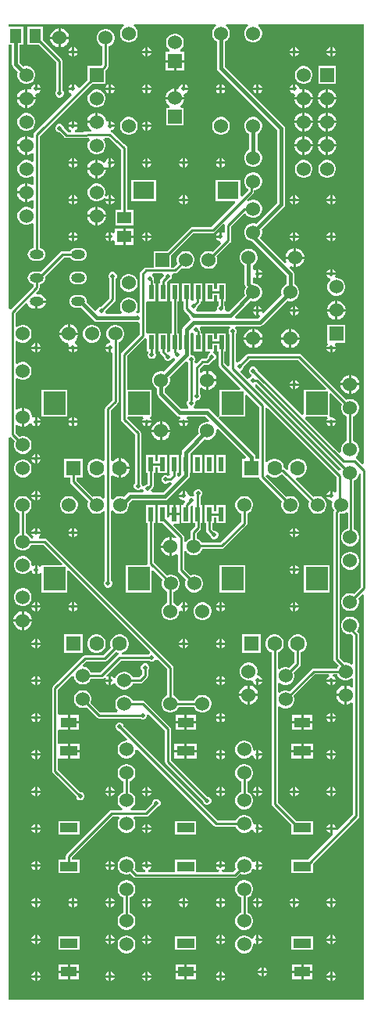
<source format=gbl>
G04*
G04 #@! TF.GenerationSoftware,Altium Limited,Altium Designer,25.8.1 (18)*
G04*
G04 Layer_Physical_Order=2*
G04 Layer_Color=16711680*
%FSLAX44Y44*%
%MOMM*%
G71*
G04*
G04 #@! TF.SameCoordinates,31FAA1C7-D2ED-409D-A29A-1505F3418D97*
G04*
G04*
G04 #@! TF.FilePolarity,Positive*
G04*
G01*
G75*
%ADD10C,0.2540*%
%ADD23C,0.4500*%
%ADD24C,1.6000*%
%ADD25R,1.6000X1.6000*%
%ADD26R,2.4000X2.5000*%
%ADD27C,1.5240*%
%ADD28R,1.5240X1.5240*%
%ADD29R,2.3000X1.9000*%
%ADD30R,1.5240X1.5240*%
%ADD31O,1.5240X1.0000*%
%ADD32R,1.9000X1.1000*%
%ADD33R,1.7000X1.1000*%
%ADD34C,0.5000*%
%ADD35R,1.5500X1.3000*%
%ADD36R,0.6000X1.5500*%
%ADD37R,1.3000X1.5500*%
G36*
X390000Y584828D02*
X388152Y584063D01*
X382358Y589857D01*
X381577Y590379D01*
X381291Y591199D01*
X381258Y591427D01*
X381233Y592628D01*
X382698Y594093D01*
X383964Y596287D01*
X384620Y598733D01*
Y601267D01*
X383964Y603713D01*
X382698Y605907D01*
X380907Y607698D01*
X378713Y608964D01*
X378334Y609066D01*
Y635934D01*
X378713Y636036D01*
X380907Y637302D01*
X382698Y639093D01*
X383964Y641287D01*
X384620Y643734D01*
Y646266D01*
X383964Y648713D01*
X382698Y650907D01*
X380907Y652698D01*
X378713Y653964D01*
X376267Y654620D01*
X373733D01*
X371287Y653964D01*
X370947Y653768D01*
X322357Y702357D01*
X321276Y703080D01*
X320000Y703334D01*
X265000D01*
X263724Y703080D01*
X262642Y702357D01*
X254785Y694500D01*
X254105D01*
X252834Y693974D01*
X251486Y694538D01*
X250834Y695026D01*
Y724470D01*
X251315Y724951D01*
X252000Y726605D01*
Y728395D01*
X251315Y730049D01*
X250197Y731167D01*
X250269Y731855D01*
X250805Y733167D01*
X277500D01*
X279158Y733497D01*
X280564Y734436D01*
X306978Y760850D01*
X308734Y760380D01*
X311266D01*
X313713Y761036D01*
X315907Y762302D01*
X317698Y764093D01*
X318964Y766287D01*
X319620Y768734D01*
Y771266D01*
X318964Y773713D01*
X317698Y775907D01*
X315907Y777698D01*
X314333Y778606D01*
Y790000D01*
X314003Y791658D01*
X313064Y793064D01*
X309485Y796643D01*
X310714Y798243D01*
X311078Y798032D01*
X313662Y797340D01*
X313730D01*
Y806230D01*
X304840D01*
Y806162D01*
X305532Y803578D01*
X305743Y803214D01*
X304143Y801985D01*
X277366Y828762D01*
X277698Y829093D01*
X278964Y831287D01*
X279620Y833734D01*
Y836266D01*
X279150Y838022D01*
X303064Y861936D01*
X304003Y863342D01*
X304333Y865000D01*
Y947500D01*
X304003Y949158D01*
X303064Y950564D01*
X239333Y1014295D01*
Y1041394D01*
X240907Y1042302D01*
X242698Y1044093D01*
X243964Y1046287D01*
X244620Y1048734D01*
Y1051266D01*
X243964Y1053713D01*
X242698Y1055907D01*
X240907Y1057698D01*
X240384Y1058000D01*
X240919Y1060000D01*
X264081D01*
X264616Y1058000D01*
X264093Y1057698D01*
X262302Y1055907D01*
X261036Y1053713D01*
X260380Y1051266D01*
Y1048734D01*
X261036Y1046287D01*
X262302Y1044093D01*
X264093Y1042302D01*
X266287Y1041036D01*
X268734Y1040380D01*
X271266D01*
X273713Y1041036D01*
X275907Y1042302D01*
X277698Y1044093D01*
X278964Y1046287D01*
X279620Y1048734D01*
Y1051266D01*
X278964Y1053713D01*
X277698Y1055907D01*
X275907Y1057698D01*
X275384Y1058000D01*
X275919Y1060000D01*
X390000D01*
Y584828D01*
D02*
G37*
G36*
X229616Y1058000D02*
X229093Y1057698D01*
X227302Y1055907D01*
X226036Y1053713D01*
X225380Y1051266D01*
Y1048734D01*
X226036Y1046287D01*
X227302Y1044093D01*
X229093Y1042302D01*
X230667Y1041394D01*
Y1012500D01*
X230997Y1010842D01*
X231936Y1009436D01*
X295667Y945705D01*
Y866795D01*
X273022Y844150D01*
X271266Y844620D01*
X268734D01*
X266287Y843964D01*
X264093Y842698D01*
X262302Y840907D01*
X261036Y838713D01*
X260380Y836266D01*
Y833734D01*
X261036Y831287D01*
X262302Y829093D01*
X264093Y827302D01*
X266287Y826036D01*
X268641Y825405D01*
X268991Y824881D01*
X305667Y788205D01*
Y778606D01*
X304093Y777698D01*
X302302Y775907D01*
X301036Y773713D01*
X300380Y771266D01*
Y768734D01*
X300850Y766978D01*
X280881Y747009D01*
X279186Y748142D01*
X279429Y748730D01*
X275770D01*
Y745071D01*
X276357Y745314D01*
X277491Y743619D01*
X275705Y741833D01*
X250790D01*
X249961Y743833D01*
X266978Y760850D01*
X268734Y760380D01*
X271266D01*
X273713Y761036D01*
X275907Y762302D01*
X277698Y764093D01*
X278964Y766287D01*
X279620Y768734D01*
Y771266D01*
X278964Y773713D01*
X277698Y775907D01*
X275907Y777698D01*
X273713Y778964D01*
X271266Y779620D01*
X269945D01*
X269333Y780231D01*
Y785210D01*
X271333Y786039D01*
X271645Y785727D01*
X273230Y785071D01*
Y790000D01*
Y794929D01*
X271645Y794273D01*
X271333Y793961D01*
X269333Y794789D01*
Y798894D01*
X270907Y799802D01*
X272698Y801593D01*
X273964Y803787D01*
X274620Y806234D01*
Y808766D01*
X273964Y811213D01*
X272698Y813407D01*
X270907Y815198D01*
X268713Y816464D01*
X266266Y817120D01*
X263734D01*
X261287Y816464D01*
X259093Y815198D01*
X257302Y813407D01*
X256036Y811213D01*
X255380Y808766D01*
Y806234D01*
X256036Y803787D01*
X257302Y801593D01*
X259093Y799802D01*
X260667Y798894D01*
Y778437D01*
X260997Y776778D01*
X261936Y775372D01*
X261973Y775336D01*
X261036Y773713D01*
X260380Y771266D01*
Y768734D01*
X260850Y766978D01*
X243205Y749333D01*
X240724D01*
X239387Y751333D01*
X239500Y751605D01*
Y753395D01*
X238815Y755049D01*
X238734Y755130D01*
Y760250D01*
X240400D01*
Y779750D01*
X230400D01*
Y773334D01*
X227700D01*
Y779750D01*
X217700D01*
Y760250D01*
X227700D01*
Y766666D01*
X230400D01*
Y760250D01*
X232066D01*
Y755930D01*
X231185Y755049D01*
X230500Y753395D01*
Y751605D01*
X230613Y751333D01*
X229276Y749333D01*
X208305D01*
X207769Y750645D01*
X207697Y751333D01*
X208815Y752451D01*
X209500Y754105D01*
Y755045D01*
X212026Y757570D01*
X212748Y758652D01*
X213002Y759928D01*
Y760250D01*
X215000D01*
Y779750D01*
X205000D01*
Y761198D01*
X204282Y760874D01*
X202300Y762175D01*
Y779750D01*
X192300D01*
Y760250D01*
X193966D01*
Y752700D01*
X194220Y751424D01*
X194942Y750342D01*
X200500Y744785D01*
Y744105D01*
X201185Y742451D01*
X201919Y740608D01*
X201197Y739826D01*
X194236Y732864D01*
X193297Y731458D01*
X192967Y729800D01*
Y725750D01*
X192300D01*
Y708449D01*
X190300Y707326D01*
X189600Y707754D01*
Y725750D01*
X187934D01*
Y760250D01*
X189600D01*
Y779750D01*
X179600D01*
Y760250D01*
X181266D01*
Y725750D01*
X179600D01*
Y706250D01*
X179600D01*
X179610Y706161D01*
X179247Y705665D01*
X177727Y705038D01*
X176856Y706144D01*
X176900Y706250D01*
X176900D01*
Y725750D01*
X166900D01*
Y706250D01*
X168566D01*
Y705600D01*
X168820Y704324D01*
X169543Y703242D01*
X173000Y699785D01*
Y699105D01*
X173685Y697451D01*
X174951Y696185D01*
X176605Y695500D01*
X178395D01*
X180049Y696185D01*
X181315Y697451D01*
X181717Y698422D01*
X183824Y699026D01*
X184867Y698227D01*
X185055Y696183D01*
X173022Y684150D01*
X171266Y684620D01*
X168734D01*
X166287Y683964D01*
X164093Y682698D01*
X162302Y680907D01*
X161036Y678713D01*
X160380Y676266D01*
Y673734D01*
X161036Y671287D01*
X162302Y669093D01*
X164093Y667302D01*
X165667Y666394D01*
Y660000D01*
X165997Y658342D01*
X166936Y656936D01*
X186936Y636936D01*
X188342Y635997D01*
X190000Y635667D01*
X190211D01*
X191039Y633667D01*
X190227Y632855D01*
X189571Y631270D01*
X199429D01*
X198773Y632855D01*
X197961Y633667D01*
X198789Y635667D01*
X218205D01*
X222516Y631356D01*
X221481Y629562D01*
X221266Y629620D01*
X218734D01*
X216287Y628964D01*
X214093Y627698D01*
X212302Y625907D01*
X211036Y623713D01*
X210380Y621267D01*
Y618733D01*
X210850Y616978D01*
X193836Y599964D01*
X192897Y598558D01*
X192567Y596900D01*
Y593750D01*
X191900D01*
Y574250D01*
X191900D01*
X191350Y572478D01*
X189325Y570453D01*
X187482Y571439D01*
X187534Y571700D01*
Y574250D01*
X189200D01*
Y593750D01*
X179200D01*
Y574250D01*
X179200D01*
X179881Y572529D01*
X179443Y571990D01*
X177549Y571315D01*
X175895Y572000D01*
X174105D01*
X172451Y571315D01*
X171185Y570049D01*
X170500Y568395D01*
Y566605D01*
X171185Y564951D01*
X172451Y563685D01*
X174105Y563000D01*
X175895D01*
X177549Y563685D01*
X178214Y564350D01*
X180184D01*
X180445Y564402D01*
X181430Y562558D01*
X172598Y553726D01*
X160203D01*
X159136Y555726D01*
X159500Y556605D01*
Y557285D01*
X161157Y558942D01*
X161880Y560024D01*
X162134Y561300D01*
Y574250D01*
X163800D01*
Y580666D01*
X166500D01*
Y574250D01*
X176500D01*
Y593750D01*
X166500D01*
Y587334D01*
X163800D01*
Y593750D01*
X153800D01*
Y574250D01*
X155466D01*
Y562681D01*
X154785Y562000D01*
X154105D01*
X152451Y561315D01*
X151485Y560349D01*
X150066Y560650D01*
X149485Y560962D01*
Y561205D01*
X148800Y562859D01*
X148319Y563340D01*
Y617515D01*
X148065Y618791D01*
X147343Y619872D01*
X133715Y633500D01*
X134339Y635500D01*
X150044D01*
X150872Y633500D01*
X150227Y632855D01*
X149571Y631270D01*
X159429D01*
X158773Y632855D01*
X158127Y633500D01*
X158956Y635500D01*
X159750D01*
Y664500D01*
X133274D01*
Y701497D01*
X152200Y720423D01*
X152864Y720349D01*
X154200Y719738D01*
Y706250D01*
X155866D01*
Y704278D01*
X155500Y703395D01*
Y701605D01*
X156185Y699951D01*
X157451Y698685D01*
X159105Y698000D01*
X160895D01*
X162549Y698685D01*
X163815Y699951D01*
X164500Y701605D01*
Y703395D01*
X164146Y704250D01*
X164200Y706250D01*
X164200Y706250D01*
X164200Y706250D01*
Y725750D01*
X154200Y725750D01*
X153334Y727391D01*
Y758609D01*
X154200Y760250D01*
X164200D01*
Y779750D01*
X162534D01*
Y783176D01*
X162280Y784451D01*
X162000Y784871D01*
Y785895D01*
X161315Y787549D01*
X160628Y788236D01*
X161447Y790236D01*
X171598D01*
X173000Y788395D01*
Y787715D01*
X169543Y784258D01*
X168820Y783176D01*
X168566Y781900D01*
Y779750D01*
X166900D01*
Y760250D01*
X176900D01*
Y779750D01*
X176900D01*
X176521Y781495D01*
X177847Y783000D01*
X178395D01*
X180049Y783685D01*
X181315Y784951D01*
X182000Y786605D01*
Y788395D01*
X183402Y790236D01*
X185070D01*
X186346Y790490D01*
X187428Y791212D01*
X192447Y796232D01*
X192787Y796036D01*
X195233Y795380D01*
X197766D01*
X200213Y796036D01*
X202407Y797302D01*
X204198Y799093D01*
X205464Y801287D01*
X206120Y803734D01*
Y806266D01*
X205464Y808713D01*
X204198Y810907D01*
X202407Y812698D01*
X200213Y813964D01*
X197766Y814620D01*
X195233D01*
X192787Y813964D01*
X190593Y812698D01*
X188802Y810907D01*
X187536Y808713D01*
X186880Y806266D01*
Y803734D01*
X187536Y801287D01*
X187732Y800947D01*
X183689Y796904D01*
X181120D01*
Y809905D01*
X205381Y834166D01*
X226138D01*
X227414Y834420D01*
X228496Y835143D01*
X237443Y844090D01*
X239286Y843105D01*
X239166Y842500D01*
Y835290D01*
X238089Y834685D01*
X237166Y834351D01*
X235770Y834929D01*
Y830000D01*
X234500D01*
Y828730D01*
X229571D01*
X230227Y827145D01*
X231645Y825727D01*
X233497Y824960D01*
X233916D01*
X234745Y822960D01*
X225553Y813768D01*
X225213Y813964D01*
X222766Y814620D01*
X220233D01*
X217787Y813964D01*
X215593Y812698D01*
X213802Y810907D01*
X212536Y808713D01*
X211880Y806266D01*
Y803734D01*
X212536Y801287D01*
X213802Y799093D01*
X215593Y797302D01*
X217787Y796036D01*
X220233Y795380D01*
X222766D01*
X225213Y796036D01*
X227407Y797302D01*
X229198Y799093D01*
X230464Y801287D01*
X231120Y803734D01*
Y806266D01*
X230464Y808713D01*
X230268Y809053D01*
X244858Y823643D01*
X245580Y824724D01*
X245834Y826000D01*
Y841119D01*
X260008Y855293D01*
X261991Y855032D01*
X262302Y854493D01*
X264093Y852702D01*
X266287Y851436D01*
X268734Y850780D01*
X271266D01*
X273713Y851436D01*
X275907Y852702D01*
X277698Y854493D01*
X278964Y856687D01*
X279620Y859134D01*
Y861666D01*
X278964Y864113D01*
X277698Y866307D01*
X275907Y868098D01*
X273713Y869364D01*
X271266Y870020D01*
X268734D01*
X266287Y869364D01*
X264534Y868353D01*
X263306Y869953D01*
X269928Y876574D01*
X270650Y877656D01*
X270904Y878932D01*
Y880380D01*
X271266D01*
X273713Y881036D01*
X275907Y882302D01*
X277698Y884093D01*
X278964Y886287D01*
X279620Y888734D01*
Y891266D01*
X278964Y893713D01*
X277698Y895907D01*
X275907Y897698D01*
X273713Y898964D01*
X271266Y899620D01*
X268734D01*
X266287Y898964D01*
X264093Y897698D01*
X262302Y895907D01*
X261036Y893713D01*
X260380Y891266D01*
Y888734D01*
X261036Y886287D01*
X262302Y884093D01*
X264093Y882302D01*
X264236Y882220D01*
Y880313D01*
X257598Y873675D01*
X255750Y874440D01*
Y891500D01*
X228750D01*
Y868500D01*
X249810D01*
X250575Y866652D01*
X224757Y840834D01*
X204000D01*
X202724Y840580D01*
X201642Y839857D01*
X176405Y814620D01*
X161880D01*
Y796904D01*
X153570D01*
X152294Y796650D01*
X151213Y795928D01*
X147642Y792357D01*
X146920Y791276D01*
X146666Y790000D01*
Y748434D01*
X145075Y747108D01*
X144078Y747245D01*
X143744Y747596D01*
X143032Y749272D01*
X143964Y750887D01*
X144620Y753334D01*
Y755866D01*
X143964Y758313D01*
X142698Y760507D01*
X140907Y762298D01*
X138713Y763564D01*
X136266Y764220D01*
X133734D01*
X131287Y763564D01*
X129093Y762298D01*
X127302Y760507D01*
X126036Y758313D01*
X125380Y755866D01*
Y753334D01*
X126036Y750887D01*
X127302Y748693D01*
X127472Y748523D01*
X126644Y746523D01*
X110500D01*
X109259Y748523D01*
X109500Y749105D01*
Y749785D01*
X119858Y760143D01*
X120580Y761224D01*
X120834Y762500D01*
Y784470D01*
X121315Y784951D01*
X122000Y786605D01*
Y788395D01*
X121315Y790049D01*
X120049Y791315D01*
X118395Y792000D01*
X116605D01*
X114951Y791315D01*
X113685Y790049D01*
X113000Y788395D01*
Y786605D01*
X113685Y784951D01*
X114166Y784470D01*
Y763881D01*
X104785Y754500D01*
X104105D01*
X102451Y753815D01*
X101185Y752549D01*
X100500Y750895D01*
X98500Y750248D01*
X89572Y759176D01*
X89680Y760000D01*
X89440Y761827D01*
X88735Y763530D01*
X87612Y764993D01*
X86150Y766115D01*
X84447Y766820D01*
X82620Y767060D01*
X77380D01*
X75553Y766820D01*
X73850Y766115D01*
X72387Y764993D01*
X71266Y763530D01*
X70560Y761827D01*
X70320Y760000D01*
X70560Y758173D01*
X71266Y756470D01*
X72387Y755008D01*
X73850Y753885D01*
X75553Y753180D01*
X77380Y752940D01*
X82620D01*
X83444Y753048D01*
X97366Y739126D01*
X98772Y738187D01*
X100430Y737857D01*
X142642D01*
X143045Y737690D01*
X144835D01*
X146666Y736284D01*
Y724319D01*
X127583Y705236D01*
X126860Y704154D01*
X126606Y702878D01*
Y632560D01*
X126860Y631284D01*
X127583Y630202D01*
X141651Y616134D01*
Y563340D01*
X141170Y562859D01*
X140485Y561205D01*
Y559415D01*
X141170Y557761D01*
X142436Y556496D01*
X144090Y555810D01*
X145880D01*
X147534Y556496D01*
X147920Y556881D01*
X150111Y556522D01*
X150705Y555427D01*
X149797Y553726D01*
X136330D01*
X134671Y553396D01*
X133266Y552457D01*
X129532Y548723D01*
X129113Y548964D01*
X126666Y549620D01*
X124134D01*
X121687Y548964D01*
X119493Y547698D01*
X117834Y546039D01*
X117246Y546094D01*
X115834Y546671D01*
Y571432D01*
X117834Y572260D01*
X118528Y571566D01*
X120932Y570178D01*
X123612Y569460D01*
X123730D01*
Y580000D01*
Y590540D01*
X123612D01*
X120932Y589822D01*
X118528Y588434D01*
X117834Y587740D01*
X115834Y588568D01*
Y642660D01*
X122758Y649583D01*
X123480Y650665D01*
X123734Y651941D01*
Y715934D01*
X124113Y716036D01*
X126307Y717302D01*
X128098Y719093D01*
X129364Y721287D01*
X130020Y723734D01*
Y726266D01*
X129364Y728713D01*
X128098Y730907D01*
X126307Y732698D01*
X124113Y733964D01*
X121666Y734620D01*
X119134D01*
X116687Y733964D01*
X114493Y732698D01*
X112702Y730907D01*
X111436Y728713D01*
X110780Y726266D01*
Y723734D01*
X111436Y721287D01*
X112702Y719093D01*
X114493Y717302D01*
X114947Y717040D01*
X114411Y715040D01*
X113497D01*
X111645Y714273D01*
X110227Y712855D01*
X109571Y711270D01*
X114500D01*
Y710000D01*
X115770D01*
Y704781D01*
X117066Y703915D01*
Y653322D01*
X110142Y646398D01*
X109420Y645317D01*
X109166Y644041D01*
Y587805D01*
X107166Y586976D01*
X106140Y588002D01*
X103860Y589319D01*
X101316Y590000D01*
X98684D01*
X96140Y589319D01*
X93860Y588002D01*
X91998Y586140D01*
X90681Y583860D01*
X90000Y581316D01*
Y578684D01*
X90681Y576140D01*
X91998Y573860D01*
X93860Y571998D01*
X96140Y570681D01*
X98684Y570000D01*
X101316D01*
X103860Y570681D01*
X106140Y571998D01*
X107166Y573024D01*
X109166Y572195D01*
Y547191D01*
X107166Y546439D01*
X105907Y547698D01*
X103713Y548964D01*
X101266Y549620D01*
X98734D01*
X96287Y548964D01*
X95947Y548768D01*
X78334Y566381D01*
Y570000D01*
X85000D01*
Y590000D01*
X65000D01*
Y570000D01*
X71666D01*
Y565000D01*
X71920Y563724D01*
X72642Y562643D01*
X91232Y544053D01*
X91036Y543713D01*
X90380Y541267D01*
Y538733D01*
X91036Y536287D01*
X92302Y534093D01*
X94093Y532302D01*
X96287Y531036D01*
X98734Y530380D01*
X101266D01*
X103713Y531036D01*
X105907Y532302D01*
X107166Y533561D01*
X109166Y532809D01*
Y458030D01*
X108685Y457549D01*
X108000Y455895D01*
Y454105D01*
X108685Y452451D01*
X109951Y451185D01*
X111605Y450500D01*
X113395D01*
X115049Y451185D01*
X116315Y452451D01*
X117000Y454105D01*
Y455895D01*
X116315Y457549D01*
X115834Y458030D01*
Y533329D01*
X117246Y533906D01*
X117834Y533961D01*
X119493Y532302D01*
X121687Y531036D01*
X124134Y530380D01*
X126666D01*
X129113Y531036D01*
X131307Y532302D01*
X133098Y534093D01*
X134364Y536287D01*
X135020Y538733D01*
Y541267D01*
X134875Y541809D01*
X138125Y545059D01*
X174393D01*
X176051Y545389D01*
X177457Y546328D01*
X199964Y568836D01*
X200903Y570242D01*
X201233Y571900D01*
Y574250D01*
X201900D01*
Y593750D01*
X201900D01*
X201878Y595750D01*
X216978Y610850D01*
X218734Y610380D01*
X221266D01*
X223713Y611036D01*
X225907Y612302D01*
X227698Y614093D01*
X228964Y616287D01*
X229620Y618733D01*
Y621267D01*
X229562Y621481D01*
X231356Y622516D01*
X261872Y592000D01*
X261043Y590000D01*
X258000D01*
Y570000D01*
X276514D01*
X276730Y568914D01*
X277453Y567832D01*
X301232Y544053D01*
X301036Y543713D01*
X300380Y541267D01*
Y538733D01*
X301036Y536287D01*
X302302Y534093D01*
X304093Y532302D01*
X306287Y531036D01*
X308734Y530380D01*
X311266D01*
X313713Y531036D01*
X315907Y532302D01*
X317698Y534093D01*
X318964Y536287D01*
X319620Y538733D01*
Y541267D01*
X318964Y543713D01*
X317698Y545907D01*
X315907Y547698D01*
X313713Y548964D01*
X311266Y549620D01*
X308734D01*
X306287Y548964D01*
X305947Y548768D01*
X283489Y571227D01*
X283642Y572511D01*
X285707Y573150D01*
X286860Y571998D01*
X289140Y570681D01*
X291684Y570000D01*
X294317D01*
X296860Y570681D01*
X299140Y571998D01*
X301002Y573860D01*
X301022Y573863D01*
X330832Y544053D01*
X330636Y543713D01*
X329980Y541267D01*
Y538733D01*
X330636Y536287D01*
X331902Y534093D01*
X333693Y532302D01*
X335887Y531036D01*
X338334Y530380D01*
X340867D01*
X343313Y531036D01*
X345507Y532302D01*
X347298Y534093D01*
X348564Y536287D01*
X349220Y538733D01*
Y541267D01*
X348564Y543713D01*
X347298Y545907D01*
X345507Y547698D01*
X343313Y548964D01*
X340867Y549620D01*
X338334D01*
X335887Y548964D01*
X335547Y548768D01*
X316238Y568078D01*
X316413Y568832D01*
X317143Y570000D01*
X319317D01*
X321860Y570681D01*
X324140Y571998D01*
X326002Y573860D01*
X327318Y576140D01*
X328000Y578684D01*
Y581316D01*
X327318Y583860D01*
X326002Y586140D01*
X324140Y588002D01*
X321860Y589319D01*
X319317Y590000D01*
X316684D01*
X314140Y589319D01*
X311860Y588002D01*
X309998Y586140D01*
X308682Y583860D01*
X308000Y581316D01*
Y579143D01*
X306833Y578413D01*
X306078Y578237D01*
X304533Y579782D01*
X303451Y580505D01*
X303000Y580595D01*
Y581316D01*
X302318Y583860D01*
X301002Y586140D01*
X299140Y588002D01*
X296860Y589319D01*
X294317Y590000D01*
X291684D01*
X289140Y589319D01*
X286860Y588002D01*
X285144Y586286D01*
X284498Y586353D01*
X283144Y586929D01*
Y644528D01*
X284992Y645293D01*
X360236Y570049D01*
Y554151D01*
X358236Y553391D01*
X357355Y554273D01*
X355770Y554929D01*
Y550000D01*
X354500D01*
Y548730D01*
X349571D01*
X350227Y547145D01*
X351645Y545727D01*
X353497Y544960D01*
X354446D01*
X354894Y544609D01*
X355874Y543116D01*
X355874Y543112D01*
X355380Y541267D01*
Y538733D01*
X356036Y536287D01*
X357302Y534093D01*
X357335Y534060D01*
X356920Y533438D01*
X356666Y532162D01*
Y373304D01*
X356920Y372029D01*
X357643Y370947D01*
X362492Y366097D01*
X362302Y365907D01*
X361036Y363713D01*
X360934Y363334D01*
X335400D01*
X334124Y363080D01*
X333042Y362357D01*
X309053Y338368D01*
X308713Y338564D01*
X306266Y339220D01*
X303734D01*
X301287Y338564D01*
X299093Y337298D01*
X298334Y336539D01*
X296334Y337367D01*
Y347233D01*
X298334Y348061D01*
X299093Y347302D01*
X301287Y346036D01*
X303734Y345380D01*
X306266D01*
X308713Y346036D01*
X310907Y347302D01*
X312698Y349093D01*
X313964Y351287D01*
X314620Y353733D01*
Y356267D01*
X313964Y358713D01*
X313768Y359053D01*
X320358Y365643D01*
X321080Y366724D01*
X321334Y368000D01*
Y380541D01*
X321860Y380681D01*
X324140Y381998D01*
X326002Y383860D01*
X327318Y386140D01*
X328000Y388683D01*
Y391316D01*
X327318Y393860D01*
X326002Y396140D01*
X324140Y398002D01*
X321860Y399319D01*
X319317Y400000D01*
X316684D01*
X314140Y399319D01*
X311860Y398002D01*
X309998Y396140D01*
X308682Y393860D01*
X308000Y391316D01*
Y388683D01*
X308682Y386140D01*
X309998Y383860D01*
X311860Y381998D01*
X314140Y380681D01*
X314666Y380541D01*
Y369381D01*
X309053Y363768D01*
X308713Y363964D01*
X306266Y364620D01*
X303734D01*
X301287Y363964D01*
X299093Y362698D01*
X298334Y361939D01*
X296334Y362767D01*
Y380541D01*
X296860Y380681D01*
X299140Y381998D01*
X301002Y383860D01*
X302318Y386140D01*
X303000Y388683D01*
Y391316D01*
X302318Y393860D01*
X301002Y396140D01*
X299140Y398002D01*
X296860Y399319D01*
X294317Y400000D01*
X291684D01*
X289140Y399319D01*
X286860Y398002D01*
X284998Y396140D01*
X283682Y393860D01*
X283000Y391316D01*
Y388683D01*
X283682Y386140D01*
X284998Y383860D01*
X286860Y381998D01*
X289140Y380681D01*
X289666Y380541D01*
Y216800D01*
X289920Y215524D01*
X290643Y214443D01*
X311500Y193585D01*
Y183300D01*
X334500D01*
Y198300D01*
X316215D01*
X296334Y218181D01*
Y321833D01*
X298334Y322661D01*
X299093Y321902D01*
X301287Y320636D01*
X303734Y319980D01*
X306266D01*
X308713Y320636D01*
X310907Y321902D01*
X312698Y323693D01*
X313964Y325887D01*
X314620Y328334D01*
Y330867D01*
X313964Y333313D01*
X313768Y333653D01*
X336781Y356666D01*
X352197D01*
X352594Y354666D01*
X351645Y354273D01*
X350227Y352855D01*
X349571Y351270D01*
X359429D01*
X358773Y352855D01*
X357355Y354273D01*
X356405Y354666D01*
X356803Y356666D01*
X360934D01*
X361036Y356287D01*
X362302Y354093D01*
X364093Y352302D01*
X366287Y351036D01*
X368733Y350380D01*
X371267D01*
X373713Y351036D01*
X375907Y352302D01*
X376096Y352491D01*
X378096Y351663D01*
Y343486D01*
X377143Y343091D01*
X376096Y342812D01*
X373922Y344068D01*
X371338Y344760D01*
X371270D01*
Y334600D01*
Y324440D01*
X371338D01*
X373922Y325132D01*
X376096Y326388D01*
X377143Y326109D01*
X378096Y325714D01*
Y205011D01*
X361388Y188303D01*
X360305Y188710D01*
X360278Y188730D01*
X355770D01*
Y184222D01*
X355790Y184195D01*
X356197Y183112D01*
X329785Y156700D01*
X311500D01*
Y141700D01*
X334500D01*
Y151985D01*
X383787Y201273D01*
X384510Y202354D01*
X384764Y203630D01*
Y399865D01*
X384510Y401141D01*
X383787Y402223D01*
X382508Y403503D01*
X382698Y403693D01*
X383964Y405887D01*
X384620Y408334D01*
Y410867D01*
X383964Y413313D01*
X382698Y415507D01*
X380907Y417298D01*
X378713Y418564D01*
X376267Y419220D01*
X373733D01*
X371287Y418564D01*
X369093Y417298D01*
X367302Y415507D01*
X366036Y413313D01*
X365380Y410867D01*
Y408334D01*
X366036Y405887D01*
X367302Y403693D01*
X369093Y401902D01*
X371287Y400636D01*
X373733Y399980D01*
X376267D01*
X376530Y400051D01*
X378096Y398484D01*
Y368337D01*
X376096Y367509D01*
X375907Y367698D01*
X373713Y368964D01*
X371267Y369620D01*
X368733D01*
X368470Y369549D01*
X363334Y374686D01*
Y530074D01*
X363733Y530380D01*
X366267D01*
X368713Y531036D01*
X370556Y532099D01*
X372556Y531416D01*
Y514305D01*
X371287Y513964D01*
X369093Y512698D01*
X367302Y510907D01*
X366036Y508713D01*
X365380Y506267D01*
Y503733D01*
X366036Y501287D01*
X367302Y499093D01*
X369093Y497302D01*
X371287Y496036D01*
X373733Y495380D01*
X376267D01*
X378713Y496036D01*
X380907Y497302D01*
X382698Y499093D01*
X383964Y501287D01*
X384620Y503733D01*
Y506267D01*
X383964Y508713D01*
X382698Y510907D01*
X380907Y512698D01*
X379224Y513670D01*
Y565930D01*
X380907Y566902D01*
X382698Y568693D01*
X383964Y570887D01*
X384562Y573116D01*
X384923Y573470D01*
X386620Y574239D01*
X386666Y574212D01*
Y451381D01*
X379053Y443768D01*
X378713Y443964D01*
X376267Y444620D01*
X373733D01*
X371287Y443964D01*
X369093Y442698D01*
X367302Y440907D01*
X366036Y438713D01*
X365380Y436267D01*
Y433733D01*
X366036Y431287D01*
X367302Y429093D01*
X369093Y427302D01*
X371287Y426036D01*
X373733Y425380D01*
X376267D01*
X378713Y426036D01*
X380907Y427302D01*
X382698Y429093D01*
X383964Y431287D01*
X384620Y433733D01*
Y436267D01*
X383964Y438713D01*
X383768Y439053D01*
X388152Y443437D01*
X390000Y442672D01*
Y5000D01*
X5000D01*
Y612457D01*
X7000Y613285D01*
X11232Y609053D01*
X11036Y608713D01*
X10380Y606267D01*
Y603733D01*
X11036Y601287D01*
X12302Y599093D01*
X14093Y597302D01*
X16287Y596036D01*
X18734Y595380D01*
X21267D01*
X23713Y596036D01*
X25907Y597302D01*
X27698Y599093D01*
X28964Y601287D01*
X29620Y603733D01*
Y606267D01*
X28964Y608713D01*
X27698Y610907D01*
X25907Y612698D01*
X23713Y613964D01*
X21267Y614620D01*
X18734D01*
X16287Y613964D01*
X15947Y613768D01*
X11904Y617811D01*
Y626114D01*
X12857Y626509D01*
X13904Y626788D01*
X16078Y625532D01*
X18662Y624840D01*
X18730D01*
Y635000D01*
Y645160D01*
X18662D01*
X16078Y644468D01*
X13904Y643212D01*
X12857Y643491D01*
X11904Y643886D01*
Y676663D01*
X13904Y677491D01*
X14093Y677302D01*
X16287Y676036D01*
X18734Y675380D01*
X21267D01*
X23713Y676036D01*
X25907Y677302D01*
X27698Y679093D01*
X28964Y681287D01*
X29620Y683734D01*
Y686266D01*
X28964Y688713D01*
X27698Y690907D01*
X25907Y692698D01*
X23713Y693964D01*
X21267Y694620D01*
X18734D01*
X16287Y693964D01*
X14093Y692698D01*
X13904Y692509D01*
X11904Y693337D01*
Y716663D01*
X13904Y717491D01*
X14093Y717302D01*
X16287Y716036D01*
X18734Y715380D01*
X21267D01*
X23713Y716036D01*
X25907Y717302D01*
X27698Y719093D01*
X28964Y721287D01*
X29620Y723734D01*
Y726266D01*
X28964Y728713D01*
X27698Y730907D01*
X25907Y732698D01*
X23713Y733964D01*
X21267Y734620D01*
X18734D01*
X16287Y733964D01*
X14093Y732698D01*
X13904Y732509D01*
X11904Y733337D01*
Y747268D01*
X22976Y758340D01*
X24061Y758178D01*
X25169Y757705D01*
X25794Y756198D01*
X27002Y754622D01*
X28577Y753414D01*
X30412Y752654D01*
X32380Y752395D01*
X33730D01*
Y760000D01*
X35000D01*
Y761270D01*
X45058D01*
X44966Y761968D01*
X44206Y763802D01*
X42998Y765378D01*
X41423Y766586D01*
X39588Y767346D01*
X37620Y767605D01*
X35069D01*
X34241Y769605D01*
X37357Y772722D01*
X38080Y773803D01*
X38334Y775079D01*
Y778434D01*
X39447Y778580D01*
X41150Y779286D01*
X42613Y780408D01*
X43734Y781870D01*
X44440Y783573D01*
X44680Y785400D01*
X44440Y787227D01*
X44359Y787423D01*
X64401Y807466D01*
X71184D01*
X71266Y807270D01*
X72387Y805808D01*
X73850Y804686D01*
X75553Y803980D01*
X77380Y803740D01*
X82620D01*
X84447Y803980D01*
X86150Y804686D01*
X87612Y805808D01*
X88735Y807270D01*
X89440Y808973D01*
X89680Y810800D01*
X89440Y812627D01*
X88735Y814330D01*
X87612Y815792D01*
X86150Y816915D01*
X84447Y817620D01*
X82620Y817860D01*
X77380D01*
X75553Y817620D01*
X73850Y816915D01*
X72387Y815792D01*
X71266Y814330D01*
X71184Y814134D01*
X63020D01*
X61744Y813880D01*
X60662Y813158D01*
X39643Y792139D01*
X39447Y792220D01*
X37620Y792460D01*
X32380D01*
X30553Y792220D01*
X28850Y791515D01*
X27387Y790393D01*
X26265Y788930D01*
X25560Y787227D01*
X25320Y785400D01*
X25560Y783573D01*
X26265Y781870D01*
X27387Y780408D01*
X28850Y779286D01*
X30553Y778580D01*
X31666Y778434D01*
Y776460D01*
X7000Y751794D01*
X5000Y752623D01*
Y1037750D01*
X8167D01*
Y1016300D01*
X8497Y1014642D01*
X9436Y1013236D01*
X14650Y1008022D01*
X14180Y1006266D01*
Y1003734D01*
X14836Y1001287D01*
X16102Y999093D01*
X17893Y997302D01*
X20087Y996036D01*
X22534Y995380D01*
X25066D01*
X27513Y996036D01*
X29707Y997302D01*
X31498Y999093D01*
X32764Y1001287D01*
X33420Y1003734D01*
Y1006266D01*
X32764Y1008713D01*
X31498Y1010907D01*
X29707Y1012698D01*
X27513Y1013964D01*
X25066Y1014620D01*
X22534D01*
X20778Y1014150D01*
X16833Y1018095D01*
Y1037750D01*
X21000D01*
Y1057250D01*
X5000D01*
Y1060000D01*
X129080D01*
X129616Y1058000D01*
X129093Y1057698D01*
X127302Y1055907D01*
X126036Y1053713D01*
X125380Y1051266D01*
Y1048734D01*
X126036Y1046287D01*
X127302Y1044093D01*
X129093Y1042302D01*
X131287Y1041036D01*
X133734Y1040380D01*
X136266D01*
X138713Y1041036D01*
X140907Y1042302D01*
X142698Y1044093D01*
X143964Y1046287D01*
X144620Y1048734D01*
Y1051266D01*
X143964Y1053713D01*
X142698Y1055907D01*
X140907Y1057698D01*
X140384Y1058000D01*
X140920Y1060000D01*
X229081D01*
X229616Y1058000D01*
D02*
G37*
G36*
X244731Y731855D02*
X244803Y731167D01*
X243685Y730049D01*
X243000Y728395D01*
Y726605D01*
X243685Y724951D01*
X244166Y724470D01*
Y690300D01*
X242318Y689535D01*
X238734Y693119D01*
Y706250D01*
X240400D01*
Y725750D01*
X230400D01*
Y719334D01*
X227700D01*
Y725750D01*
X217700D01*
Y706250D01*
X223104D01*
X223501Y704250D01*
X222451Y703815D01*
X221185Y702549D01*
X220500Y700895D01*
Y700215D01*
X218619Y698334D01*
X215000D01*
X213724Y698080D01*
X212642Y697357D01*
X208831Y693546D01*
X206569Y694113D01*
X206452Y694500D01*
X206429Y695225D01*
X207000Y696605D01*
Y698395D01*
X206315Y700049D01*
X205049Y701315D01*
X203395Y702000D01*
X201633Y702300D01*
X201633Y703848D01*
Y706250D01*
X202300D01*
Y725750D01*
X202300D01*
X202373Y725924D01*
X204661Y726204D01*
X205000Y725750D01*
Y706250D01*
X215000D01*
Y725750D01*
X213334D01*
Y727500D01*
X213080Y728776D01*
X212358Y729857D01*
X212000Y730215D01*
Y730895D01*
X211887Y731167D01*
X213224Y733167D01*
X244195D01*
X244731Y731855D01*
D02*
G37*
G36*
X230400Y706250D02*
X232066D01*
Y691738D01*
X232320Y690462D01*
X233043Y689381D01*
X256075Y666348D01*
X255310Y664500D01*
X233250D01*
Y635707D01*
X231690Y634438D01*
X223064Y643064D01*
X221658Y644003D01*
X220000Y644333D01*
X205805D01*
X205269Y645645D01*
X205197Y646333D01*
X206315Y647451D01*
X207000Y649105D01*
Y650895D01*
X206894Y651152D01*
X207103Y651668D01*
X208293Y653000D01*
X209435D01*
X211089Y653685D01*
X212355Y654951D01*
X213040Y656605D01*
Y658395D01*
X212355Y660049D01*
X211874Y660530D01*
Y666144D01*
X212819Y666536D01*
X213874Y666805D01*
X216078Y665532D01*
X218662Y664840D01*
X218730D01*
Y675000D01*
Y685160D01*
X218662D01*
X216078Y684468D01*
X213874Y683195D01*
X212819Y683464D01*
X211874Y683856D01*
Y687159D01*
X216381Y691666D01*
X220000D01*
X221276Y691920D01*
X222358Y692643D01*
X225215Y695500D01*
X225895D01*
X227549Y696185D01*
X228815Y697451D01*
X229500Y699105D01*
Y700895D01*
X228815Y702549D01*
X227549Y703815D01*
X226499Y704250D01*
X226896Y706250D01*
X227700D01*
Y712666D01*
X230400D01*
Y706250D01*
D02*
G37*
G36*
X198685Y694951D02*
X199166Y694470D01*
Y653030D01*
X198685Y652549D01*
X198000Y650895D01*
Y649105D01*
X198685Y647451D01*
X199803Y646333D01*
X199731Y645645D01*
X199195Y644333D01*
X191795D01*
X174333Y661795D01*
Y666394D01*
X175907Y667302D01*
X177698Y669093D01*
X178964Y671287D01*
X179620Y673734D01*
Y676266D01*
X179150Y678022D01*
X196391Y695263D01*
X198685Y694951D01*
D02*
G37*
G36*
X348937Y666348D02*
X348172Y664500D01*
X324750D01*
Y637794D01*
X322750Y636965D01*
X274500Y685215D01*
Y685895D01*
X273815Y687549D01*
X272549Y688815D01*
X270895Y689500D01*
X269105D01*
X267451Y688815D01*
X266185Y687549D01*
X265500Y685895D01*
Y684105D01*
X266185Y682451D01*
X267451Y681185D01*
X267699Y681082D01*
Y678918D01*
X267451Y678815D01*
X266185Y677549D01*
X265836Y676707D01*
X263652Y676063D01*
X256063Y683652D01*
X256707Y685836D01*
X257549Y686185D01*
X258815Y687451D01*
X259500Y689105D01*
Y689785D01*
X266381Y696666D01*
X318619D01*
X348937Y666348D01*
D02*
G37*
G36*
X366232Y649053D02*
X366036Y648713D01*
X365380Y646266D01*
Y643734D01*
X366036Y641287D01*
X367302Y639093D01*
X369093Y637302D01*
X371287Y636036D01*
X371666Y635934D01*
Y609066D01*
X371287Y608964D01*
X369093Y607698D01*
X367302Y605907D01*
X366036Y603713D01*
X365380Y601267D01*
Y598733D01*
X365459Y598440D01*
X363978Y596239D01*
X363532Y596183D01*
X326215Y633500D01*
X327043Y635500D01*
X350044D01*
X350872Y633500D01*
X350227Y632855D01*
X349571Y631270D01*
X359429D01*
X358773Y632855D01*
X357355Y634273D01*
X355502Y635040D01*
X354559D01*
X353376Y635341D01*
X352750Y636888D01*
Y659922D01*
X354598Y660687D01*
X366232Y649053D01*
D02*
G37*
G36*
X276476Y645947D02*
Y590000D01*
X272333D01*
Y592000D01*
X272003Y593658D01*
X271064Y595064D01*
X232188Y633940D01*
X233457Y635500D01*
X261250D01*
Y658560D01*
X263098Y659325D01*
X276476Y645947D01*
D02*
G37*
G36*
X365064Y578801D02*
X364795Y577749D01*
X362575Y577140D01*
X271956Y667759D01*
X272565Y669978D01*
X273618Y670246D01*
X365064Y578801D01*
D02*
G37*
%LPC*%
G36*
X355770Y1034929D02*
Y1031270D01*
X359429D01*
X358773Y1032855D01*
X357355Y1034273D01*
X355770Y1034929D01*
D02*
G37*
G36*
X353230D02*
X351645Y1034273D01*
X350227Y1032855D01*
X349571Y1031270D01*
X353230D01*
Y1034929D01*
D02*
G37*
G36*
X315770D02*
Y1031270D01*
X319429D01*
X318773Y1032855D01*
X317355Y1034273D01*
X315770Y1034929D01*
D02*
G37*
G36*
X313230D02*
X311645Y1034273D01*
X310227Y1032855D01*
X309571Y1031270D01*
X313230D01*
Y1034929D01*
D02*
G37*
G36*
X359429Y1028730D02*
X355770D01*
Y1025071D01*
X357355Y1025727D01*
X358773Y1027145D01*
X359429Y1028730D01*
D02*
G37*
G36*
X353230D02*
X349571D01*
X350227Y1027145D01*
X351645Y1025727D01*
X353230Y1025071D01*
Y1028730D01*
D02*
G37*
G36*
X319429D02*
X315770D01*
Y1025071D01*
X317355Y1025727D01*
X318773Y1027145D01*
X319429Y1028730D01*
D02*
G37*
G36*
X313230D02*
X309571D01*
X310227Y1027145D01*
X311645Y1025727D01*
X313230Y1025071D01*
Y1028730D01*
D02*
G37*
G36*
X359620Y1014620D02*
X340380D01*
Y995380D01*
X359620D01*
Y1014620D01*
D02*
G37*
G36*
X325867D02*
X323334D01*
X320887Y1013964D01*
X318693Y1012698D01*
X316902Y1010907D01*
X315636Y1008713D01*
X314980Y1006266D01*
Y1003734D01*
X315636Y1001287D01*
X316902Y999093D01*
X318693Y997302D01*
X320887Y996036D01*
X323334Y995380D01*
X325867D01*
X328313Y996036D01*
X330507Y997302D01*
X332298Y999093D01*
X333564Y1001287D01*
X334220Y1003734D01*
Y1006266D01*
X333564Y1008713D01*
X332298Y1010907D01*
X330507Y1012698D01*
X328313Y1013964D01*
X325867Y1014620D01*
D02*
G37*
G36*
X313230Y994929D02*
X311645Y994273D01*
X310227Y992855D01*
X309571Y991270D01*
X313230D01*
Y994929D01*
D02*
G37*
G36*
X275770D02*
Y991270D01*
X279429D01*
X278773Y992855D01*
X277355Y994273D01*
X275770Y994929D01*
D02*
G37*
G36*
X273230D02*
X271645Y994273D01*
X270227Y992855D01*
X269571Y991270D01*
X273230D01*
Y994929D01*
D02*
G37*
G36*
X279429Y988730D02*
X275770D01*
Y985071D01*
X277355Y985727D01*
X278773Y987145D01*
X279429Y988730D01*
D02*
G37*
G36*
X273230D02*
X269571D01*
X270227Y987145D01*
X271645Y985727D01*
X273230Y985071D01*
Y988730D01*
D02*
G37*
G36*
X351338Y989760D02*
X351270D01*
Y980870D01*
X360160D01*
Y980938D01*
X359468Y983522D01*
X358130Y985838D01*
X356238Y987730D01*
X353922Y989068D01*
X351338Y989760D01*
D02*
G37*
G36*
X325938D02*
X325870D01*
Y980870D01*
X334760D01*
Y980938D01*
X334068Y983522D01*
X332730Y985838D01*
X330838Y987730D01*
X328522Y989068D01*
X325938Y989760D01*
D02*
G37*
G36*
X348730D02*
X348662D01*
X346078Y989068D01*
X343762Y987730D01*
X341870Y985838D01*
X340532Y983522D01*
X339840Y980938D01*
Y980870D01*
X348730D01*
Y989760D01*
D02*
G37*
G36*
X315770Y994929D02*
Y990000D01*
X314500D01*
Y988730D01*
X309571D01*
X310227Y987145D01*
X311645Y985727D01*
X313497Y984960D01*
X313653D01*
X314185Y984443D01*
X314982Y982960D01*
X314440Y980938D01*
Y980870D01*
X323330D01*
Y989760D01*
X323262D01*
X321540Y989298D01*
X319774Y990380D01*
X319540Y990720D01*
Y991002D01*
X318773Y992855D01*
X317355Y994273D01*
X315770Y994929D01*
D02*
G37*
G36*
X360160Y978330D02*
X351270D01*
Y969440D01*
X351338D01*
X353922Y970132D01*
X356238Y971470D01*
X358130Y973362D01*
X359468Y975678D01*
X360160Y978262D01*
Y978330D01*
D02*
G37*
G36*
X348730D02*
X339840D01*
Y978262D01*
X340532Y975678D01*
X341870Y973362D01*
X343762Y971470D01*
X346078Y970132D01*
X348662Y969440D01*
X348730D01*
Y978330D01*
D02*
G37*
G36*
X334760D02*
X325870D01*
Y969440D01*
X325938D01*
X328522Y970132D01*
X330838Y971470D01*
X332730Y973362D01*
X334068Y975678D01*
X334760Y978262D01*
Y978330D01*
D02*
G37*
G36*
X323330D02*
X314440D01*
Y978262D01*
X315132Y975678D01*
X316470Y973362D01*
X318362Y971470D01*
X320678Y970132D01*
X323262Y969440D01*
X323330D01*
Y978330D01*
D02*
G37*
G36*
X351338Y964360D02*
X351270D01*
Y955470D01*
X360160D01*
Y955538D01*
X359468Y958122D01*
X358130Y960438D01*
X356238Y962330D01*
X353922Y963668D01*
X351338Y964360D01*
D02*
G37*
G36*
X325938D02*
X325870D01*
Y955470D01*
X334760D01*
Y955538D01*
X334068Y958122D01*
X332730Y960438D01*
X330838Y962330D01*
X328522Y963668D01*
X325938Y964360D01*
D02*
G37*
G36*
X348730D02*
X348662D01*
X346078Y963668D01*
X343762Y962330D01*
X341870Y960438D01*
X340532Y958122D01*
X339840Y955538D01*
Y955470D01*
X348730D01*
Y964360D01*
D02*
G37*
G36*
X323330D02*
X323262D01*
X320678Y963668D01*
X318362Y962330D01*
X316470Y960438D01*
X315132Y958122D01*
X314440Y955538D01*
Y955470D01*
X323330D01*
Y964360D01*
D02*
G37*
G36*
X360160Y952930D02*
X351270D01*
Y944040D01*
X351338D01*
X353922Y944732D01*
X356238Y946070D01*
X358130Y947962D01*
X359468Y950278D01*
X360160Y952862D01*
Y952930D01*
D02*
G37*
G36*
X348730D02*
X339840D01*
Y952862D01*
X340532Y950278D01*
X341870Y947962D01*
X343762Y946070D01*
X346078Y944732D01*
X348662Y944040D01*
X348730D01*
Y952930D01*
D02*
G37*
G36*
X334760D02*
X325870D01*
Y944040D01*
X325938D01*
X328522Y944732D01*
X330838Y946070D01*
X332730Y947962D01*
X334068Y950278D01*
X334760Y952862D01*
Y952930D01*
D02*
G37*
G36*
X323330D02*
X314440D01*
Y952862D01*
X315132Y950278D01*
X316470Y947962D01*
X318362Y946070D01*
X320678Y944732D01*
X323262Y944040D01*
X323330D01*
Y952930D01*
D02*
G37*
G36*
X351338Y938960D02*
X351270D01*
Y930070D01*
X360160D01*
Y930138D01*
X359468Y932722D01*
X358130Y935038D01*
X356238Y936930D01*
X353922Y938268D01*
X351338Y938960D01*
D02*
G37*
G36*
X325938D02*
X325870D01*
Y930070D01*
X334760D01*
Y930138D01*
X334068Y932722D01*
X332730Y935038D01*
X330838Y936930D01*
X328522Y938268D01*
X325938Y938960D01*
D02*
G37*
G36*
X348730D02*
X348662D01*
X346078Y938268D01*
X343762Y936930D01*
X341870Y935038D01*
X340532Y932722D01*
X339840Y930138D01*
Y930070D01*
X348730D01*
Y938960D01*
D02*
G37*
G36*
X323330D02*
X323262D01*
X320678Y938268D01*
X318362Y936930D01*
X316470Y935038D01*
X315132Y932722D01*
X314440Y930138D01*
Y930070D01*
X323330D01*
Y938960D01*
D02*
G37*
G36*
X360160Y927530D02*
X351270D01*
Y918640D01*
X351338D01*
X353922Y919332D01*
X356238Y920670D01*
X358130Y922562D01*
X359468Y924878D01*
X360160Y927462D01*
Y927530D01*
D02*
G37*
G36*
X348730D02*
X339840D01*
Y927462D01*
X340532Y924878D01*
X341870Y922562D01*
X343762Y920670D01*
X346078Y919332D01*
X348662Y918640D01*
X348730D01*
Y927530D01*
D02*
G37*
G36*
X334760D02*
X325870D01*
Y918640D01*
X325938D01*
X328522Y919332D01*
X330838Y920670D01*
X332730Y922562D01*
X334068Y924878D01*
X334760Y927462D01*
Y927530D01*
D02*
G37*
G36*
X323330D02*
X314440D01*
Y927462D01*
X315132Y924878D01*
X316470Y922562D01*
X318362Y920670D01*
X320678Y919332D01*
X323262Y918640D01*
X323330D01*
Y927530D01*
D02*
G37*
G36*
X351267Y913020D02*
X348733D01*
X346287Y912364D01*
X344093Y911098D01*
X342302Y909307D01*
X341036Y907113D01*
X340380Y904667D01*
Y902133D01*
X341036Y899687D01*
X342302Y897493D01*
X344093Y895702D01*
X346287Y894436D01*
X348733Y893780D01*
X351267D01*
X353713Y894436D01*
X355907Y895702D01*
X357698Y897493D01*
X358964Y899687D01*
X359620Y902133D01*
Y904667D01*
X358964Y907113D01*
X357698Y909307D01*
X355907Y911098D01*
X353713Y912364D01*
X351267Y913020D01*
D02*
G37*
G36*
X325867D02*
X323334D01*
X320887Y912364D01*
X318693Y911098D01*
X316902Y909307D01*
X315636Y907113D01*
X314980Y904667D01*
Y902133D01*
X315636Y899687D01*
X316902Y897493D01*
X318693Y895702D01*
X320887Y894436D01*
X323334Y893780D01*
X325867D01*
X328313Y894436D01*
X330507Y895702D01*
X332298Y897493D01*
X333564Y899687D01*
X334220Y902133D01*
Y904667D01*
X333564Y907113D01*
X332298Y909307D01*
X330507Y911098D01*
X328313Y912364D01*
X325867Y913020D01*
D02*
G37*
G36*
X355770Y874929D02*
Y871270D01*
X359429D01*
X358773Y872855D01*
X357355Y874273D01*
X355770Y874929D01*
D02*
G37*
G36*
X353230D02*
X351645Y874273D01*
X350227Y872855D01*
X349571Y871270D01*
X353230D01*
Y874929D01*
D02*
G37*
G36*
X315770D02*
Y871270D01*
X319429D01*
X318773Y872855D01*
X317355Y874273D01*
X315770Y874929D01*
D02*
G37*
G36*
X313230D02*
X311645Y874273D01*
X310227Y872855D01*
X309571Y871270D01*
X313230D01*
Y874929D01*
D02*
G37*
G36*
X359429Y868730D02*
X355770D01*
Y865071D01*
X357355Y865727D01*
X358773Y867145D01*
X359429Y868730D01*
D02*
G37*
G36*
X353230D02*
X349571D01*
X350227Y867145D01*
X351645Y865727D01*
X353230Y865071D01*
Y868730D01*
D02*
G37*
G36*
X319429D02*
X315770D01*
Y865071D01*
X317355Y865727D01*
X318773Y867145D01*
X319429Y868730D01*
D02*
G37*
G36*
X313230D02*
X309571D01*
X310227Y867145D01*
X311645Y865727D01*
X313230Y865071D01*
Y868730D01*
D02*
G37*
G36*
X355770Y834929D02*
Y831270D01*
X359429D01*
X358773Y832855D01*
X357355Y834273D01*
X355770Y834929D01*
D02*
G37*
G36*
X353230D02*
X351645Y834273D01*
X350227Y832855D01*
X349571Y831270D01*
X353230D01*
Y834929D01*
D02*
G37*
G36*
X315770D02*
Y831270D01*
X319429D01*
X318773Y832855D01*
X317355Y834273D01*
X315770Y834929D01*
D02*
G37*
G36*
X313230D02*
X311645Y834273D01*
X310227Y832855D01*
X309571Y831270D01*
X313230D01*
Y834929D01*
D02*
G37*
G36*
X359429Y828730D02*
X355770D01*
Y825071D01*
X357355Y825727D01*
X358773Y827145D01*
X359429Y828730D01*
D02*
G37*
G36*
X353230D02*
X349571D01*
X350227Y827145D01*
X351645Y825727D01*
X353230Y825071D01*
Y828730D01*
D02*
G37*
G36*
X319429D02*
X315770D01*
Y825071D01*
X317355Y825727D01*
X318773Y827145D01*
X319429Y828730D01*
D02*
G37*
G36*
X313230D02*
X309571D01*
X310227Y827145D01*
X311645Y825727D01*
X313230Y825071D01*
Y828730D01*
D02*
G37*
G36*
X316338Y817660D02*
X316270D01*
Y808770D01*
X325160D01*
Y808838D01*
X324468Y811422D01*
X323130Y813738D01*
X321238Y815630D01*
X318922Y816968D01*
X316338Y817660D01*
D02*
G37*
G36*
X313730D02*
X313662D01*
X311078Y816968D01*
X308762Y815630D01*
X306870Y813738D01*
X305532Y811422D01*
X304840Y808838D01*
Y808770D01*
X313730D01*
Y817660D01*
D02*
G37*
G36*
X325160Y806230D02*
X316270D01*
Y797340D01*
X316338D01*
X318922Y798032D01*
X321238Y799370D01*
X323130Y801262D01*
X324468Y803578D01*
X325160Y806162D01*
Y806230D01*
D02*
G37*
G36*
X355770Y794929D02*
Y791270D01*
X359429D01*
X358773Y792855D01*
X357355Y794273D01*
X355770Y794929D01*
D02*
G37*
G36*
X353230D02*
X351645Y794273D01*
X350227Y792855D01*
X349571Y791270D01*
X353230D01*
Y794929D01*
D02*
G37*
G36*
X359429Y788730D02*
X349571D01*
X350227Y787145D01*
X351645Y785727D01*
X353033Y785152D01*
X353211Y784875D01*
X353533Y783732D01*
X353555Y782960D01*
X352302Y781707D01*
X351036Y779513D01*
X350380Y777066D01*
Y774533D01*
X351036Y772087D01*
X352302Y769893D01*
X354093Y768102D01*
X356287Y766836D01*
X358733Y766180D01*
X361267D01*
X363713Y766836D01*
X365907Y768102D01*
X367698Y769893D01*
X368964Y772087D01*
X369620Y774533D01*
Y777066D01*
X368964Y779513D01*
X367698Y781707D01*
X365907Y783498D01*
X363713Y784764D01*
X361267Y785420D01*
X359876D01*
X359331Y786272D01*
X358886Y787420D01*
X359429Y788730D01*
D02*
G37*
G36*
X361338Y760560D02*
X361270D01*
Y751670D01*
X370160D01*
Y751738D01*
X369468Y754322D01*
X368130Y756638D01*
X366238Y758530D01*
X363922Y759868D01*
X361338Y760560D01*
D02*
G37*
G36*
X358730D02*
X358662D01*
X356078Y759868D01*
X353762Y758530D01*
X351870Y756638D01*
X350532Y754322D01*
X349840Y751738D01*
Y751670D01*
X358730D01*
Y760560D01*
D02*
G37*
G36*
X315770Y754929D02*
Y751270D01*
X319429D01*
X318773Y752855D01*
X317355Y754273D01*
X315770Y754929D01*
D02*
G37*
G36*
X313230D02*
X311645Y754273D01*
X310227Y752855D01*
X309571Y751270D01*
X313230D01*
Y754929D01*
D02*
G37*
G36*
X319429Y748730D02*
X315770D01*
Y745071D01*
X317355Y745727D01*
X318773Y747145D01*
X319429Y748730D01*
D02*
G37*
G36*
X313230D02*
X309571D01*
X310227Y747145D01*
X311645Y745727D01*
X313230Y745071D01*
Y748730D01*
D02*
G37*
G36*
X370160Y749130D02*
X361270D01*
Y740240D01*
X361338D01*
X363922Y740932D01*
X366238Y742270D01*
X368130Y744162D01*
X369468Y746478D01*
X370160Y749062D01*
Y749130D01*
D02*
G37*
G36*
X358730D02*
X349840D01*
Y749062D01*
X350532Y746478D01*
X351870Y744162D01*
X353762Y742270D01*
X356078Y740932D01*
X358662Y740240D01*
X358730D01*
Y749130D01*
D02*
G37*
G36*
X311338Y730160D02*
X311270D01*
Y721270D01*
X320160D01*
Y721338D01*
X319468Y723922D01*
X318130Y726238D01*
X316238Y728130D01*
X313922Y729468D01*
X311338Y730160D01*
D02*
G37*
G36*
X308730D02*
X308662D01*
X306078Y729468D01*
X303762Y728130D01*
X301870Y726238D01*
X300532Y723922D01*
X299840Y721338D01*
Y721270D01*
X308730D01*
Y730160D01*
D02*
G37*
G36*
X271338D02*
X271270D01*
Y721270D01*
X280160D01*
Y721338D01*
X279468Y723922D01*
X278130Y726238D01*
X276238Y728130D01*
X273922Y729468D01*
X271338Y730160D01*
D02*
G37*
G36*
X268730D02*
X268662D01*
X266078Y729468D01*
X263762Y728130D01*
X261870Y726238D01*
X260532Y723922D01*
X259840Y721338D01*
Y721270D01*
X268730D01*
Y730160D01*
D02*
G37*
G36*
X369620Y734620D02*
X350380D01*
Y715749D01*
X350380Y715380D01*
X350752Y713380D01*
X350227Y712855D01*
X349571Y711270D01*
X359429D01*
X358773Y712855D01*
X358247Y713380D01*
X359076Y715380D01*
X369620D01*
Y734620D01*
D02*
G37*
G36*
X320160Y718730D02*
X311270D01*
Y709840D01*
X311338D01*
X313922Y710532D01*
X316238Y711870D01*
X318130Y713762D01*
X319468Y716078D01*
X320160Y718662D01*
Y718730D01*
D02*
G37*
G36*
X308730D02*
X299840D01*
Y718662D01*
X300532Y716078D01*
X301870Y713762D01*
X303762Y711870D01*
X306078Y710532D01*
X308662Y709840D01*
X308730D01*
Y718730D01*
D02*
G37*
G36*
X280160Y718730D02*
X271270D01*
Y709840D01*
X271338D01*
X273922Y710532D01*
X276238Y711870D01*
X278130Y713762D01*
X279468Y716078D01*
X280160Y718662D01*
Y718730D01*
D02*
G37*
G36*
X268730D02*
X259840D01*
Y718662D01*
X260532Y716078D01*
X261870Y713762D01*
X263762Y711870D01*
X266078Y710532D01*
X268662Y709840D01*
X268730D01*
Y718730D01*
D02*
G37*
G36*
X359429Y708730D02*
X355770D01*
Y705071D01*
X357355Y705727D01*
X358773Y707145D01*
X359429Y708730D01*
D02*
G37*
G36*
X353230D02*
X349571D01*
X350227Y707145D01*
X351645Y705727D01*
X353230Y705071D01*
Y708730D01*
D02*
G37*
G36*
X376338Y680560D02*
X376270D01*
Y671670D01*
X385160D01*
Y671738D01*
X384468Y674322D01*
X383130Y676638D01*
X381238Y678530D01*
X378922Y679868D01*
X376338Y680560D01*
D02*
G37*
G36*
X373730D02*
X373662D01*
X371078Y679868D01*
X368762Y678530D01*
X366870Y676638D01*
X365532Y674322D01*
X364840Y671738D01*
Y671670D01*
X373730D01*
Y680560D01*
D02*
G37*
G36*
X385160Y669130D02*
X376270D01*
Y660240D01*
X376338D01*
X378922Y660932D01*
X381238Y662270D01*
X383130Y664162D01*
X384468Y666478D01*
X385160Y669062D01*
Y669130D01*
D02*
G37*
G36*
X373730D02*
X364840D01*
Y669062D01*
X365532Y666478D01*
X366870Y664162D01*
X368762Y662270D01*
X371078Y660932D01*
X373662Y660240D01*
X373730D01*
Y669130D01*
D02*
G37*
G36*
X61338Y1055160D02*
X61270D01*
Y1046270D01*
X70160D01*
Y1046338D01*
X69468Y1048922D01*
X68130Y1051238D01*
X66238Y1053130D01*
X63922Y1054468D01*
X61338Y1055160D01*
D02*
G37*
G36*
X58730D02*
X58662D01*
X56078Y1054468D01*
X53762Y1053130D01*
X51870Y1051238D01*
X50532Y1048922D01*
X49840Y1046338D01*
Y1046270D01*
X58730D01*
Y1055160D01*
D02*
G37*
G36*
X70160Y1043730D02*
X61270D01*
Y1034840D01*
X61338D01*
X63922Y1035532D01*
X66238Y1036870D01*
X68130Y1038762D01*
X69468Y1041078D01*
X70160Y1043662D01*
Y1043730D01*
D02*
G37*
G36*
X58730D02*
X49840D01*
Y1043662D01*
X50532Y1041078D01*
X51870Y1038762D01*
X53762Y1036870D01*
X56078Y1035532D01*
X58662Y1034840D01*
X58730D01*
Y1043730D01*
D02*
G37*
G36*
X155770Y1034929D02*
Y1031270D01*
X159429D01*
X158773Y1032855D01*
X157355Y1034273D01*
X155770Y1034929D01*
D02*
G37*
G36*
X153230D02*
X151645Y1034273D01*
X150227Y1032855D01*
X149571Y1031270D01*
X153230D01*
Y1034929D01*
D02*
G37*
G36*
X75770D02*
Y1031270D01*
X79429D01*
X78773Y1032855D01*
X77355Y1034273D01*
X75770Y1034929D01*
D02*
G37*
G36*
X73230D02*
X71645Y1034273D01*
X70227Y1032855D01*
X69571Y1031270D01*
X73230D01*
Y1034929D01*
D02*
G37*
G36*
X159429Y1028730D02*
X155770D01*
Y1025071D01*
X157355Y1025727D01*
X158773Y1027145D01*
X159429Y1028730D01*
D02*
G37*
G36*
X153230D02*
X149571D01*
X150227Y1027145D01*
X151645Y1025727D01*
X153230Y1025071D01*
Y1028730D01*
D02*
G37*
G36*
X79429D02*
X75770D01*
Y1025071D01*
X77355Y1025727D01*
X78773Y1027145D01*
X79429Y1028730D01*
D02*
G37*
G36*
X73230D02*
X69571D01*
X70227Y1027145D01*
X71645Y1025727D01*
X73230Y1025071D01*
Y1028730D01*
D02*
G37*
G36*
X186266Y1049620D02*
X183734D01*
X181287Y1048964D01*
X179093Y1047698D01*
X177302Y1045907D01*
X176036Y1043713D01*
X175380Y1041266D01*
Y1038734D01*
X176036Y1036287D01*
X177302Y1034093D01*
X179093Y1032302D01*
X179339Y1032160D01*
X178803Y1030160D01*
X174840D01*
Y1021270D01*
X185000D01*
X195160D01*
Y1030160D01*
X191197D01*
X190661Y1032160D01*
X190907Y1032302D01*
X192698Y1034093D01*
X193964Y1036287D01*
X194620Y1038734D01*
Y1041266D01*
X193964Y1043713D01*
X192698Y1045907D01*
X190907Y1047698D01*
X188713Y1048964D01*
X186266Y1049620D01*
D02*
G37*
G36*
X195160Y1018730D02*
X186270D01*
Y1009840D01*
X195160D01*
Y1018730D01*
D02*
G37*
G36*
X183730D02*
X174840D01*
Y1009840D01*
X183730D01*
Y1018730D01*
D02*
G37*
G36*
X235770Y994929D02*
Y991270D01*
X239429D01*
X238773Y992855D01*
X237355Y994273D01*
X235770Y994929D01*
D02*
G37*
G36*
X233230D02*
X231645Y994273D01*
X230227Y992855D01*
X229571Y991270D01*
X233230D01*
Y994929D01*
D02*
G37*
G36*
X195770D02*
Y991270D01*
X199429D01*
X198773Y992855D01*
X197355Y994273D01*
X195770Y994929D01*
D02*
G37*
G36*
X155770D02*
Y991270D01*
X159429D01*
X158773Y992855D01*
X157355Y994273D01*
X155770Y994929D01*
D02*
G37*
G36*
X153230D02*
X151645Y994273D01*
X150227Y992855D01*
X149571Y991270D01*
X153230D01*
Y994929D01*
D02*
G37*
G36*
X115770D02*
Y991270D01*
X119429D01*
X118773Y992855D01*
X117355Y994273D01*
X115770Y994929D01*
D02*
G37*
G36*
X113230D02*
X111645Y994273D01*
X110227Y992855D01*
X109571Y991270D01*
X113230D01*
Y994929D01*
D02*
G37*
G36*
X73230D02*
X71645Y994273D01*
X70227Y992855D01*
X69571Y991270D01*
X73230D01*
Y994929D01*
D02*
G37*
G36*
X35770D02*
Y991270D01*
X39429D01*
X38773Y992855D01*
X37355Y994273D01*
X35770Y994929D01*
D02*
G37*
G36*
X111266Y1054620D02*
X108734D01*
X106287Y1053964D01*
X104093Y1052698D01*
X102302Y1050907D01*
X101036Y1048713D01*
X100380Y1046266D01*
Y1043734D01*
X101036Y1041287D01*
X102302Y1039093D01*
X104093Y1037302D01*
X106287Y1036036D01*
X106666Y1035934D01*
Y1016381D01*
X104905Y1014620D01*
X90380D01*
Y1000095D01*
X81388Y991103D01*
X79223Y991767D01*
X78773Y992855D01*
X77355Y994273D01*
X75770Y994929D01*
Y990000D01*
X74500D01*
Y988730D01*
X69571D01*
X70227Y987145D01*
X71645Y985727D01*
X72733Y985276D01*
X73397Y983112D01*
X32873Y942588D01*
X32150Y941506D01*
X31896Y940230D01*
Y937686D01*
X30943Y937291D01*
X29896Y937012D01*
X27722Y938268D01*
X25138Y938960D01*
X25070D01*
Y928800D01*
Y918640D01*
X25138D01*
X27722Y919332D01*
X29896Y920588D01*
X30943Y920309D01*
X31896Y919914D01*
Y911737D01*
X29896Y910909D01*
X29707Y911098D01*
X27513Y912364D01*
X25066Y913020D01*
X22534D01*
X20087Y912364D01*
X17893Y911098D01*
X16102Y909307D01*
X14836Y907113D01*
X14180Y904667D01*
Y902133D01*
X14836Y899687D01*
X16102Y897493D01*
X17893Y895702D01*
X20087Y894436D01*
X22534Y893780D01*
X25066D01*
X27513Y894436D01*
X29707Y895702D01*
X29896Y895891D01*
X31896Y895063D01*
Y886886D01*
X30943Y886491D01*
X29896Y886212D01*
X27722Y887468D01*
X25138Y888160D01*
X25070D01*
Y878000D01*
Y867840D01*
X25138D01*
X27722Y868532D01*
X29896Y869788D01*
X30943Y869509D01*
X31896Y869114D01*
Y860937D01*
X29896Y860109D01*
X29707Y860298D01*
X27513Y861564D01*
X25066Y862220D01*
X22534D01*
X20087Y861564D01*
X17893Y860298D01*
X16102Y858507D01*
X14836Y856313D01*
X14180Y853867D01*
Y851333D01*
X14836Y848887D01*
X16102Y846693D01*
X17893Y844902D01*
X20087Y843636D01*
X22534Y842980D01*
X25066D01*
X27513Y843636D01*
X29707Y844902D01*
X31666Y844033D01*
Y817766D01*
X30553Y817620D01*
X28850Y816915D01*
X27387Y815792D01*
X26265Y814330D01*
X25560Y812627D01*
X25320Y810800D01*
X25560Y808973D01*
X26265Y807270D01*
X27387Y805808D01*
X28850Y804686D01*
X30553Y803980D01*
X32380Y803740D01*
X37620D01*
X39447Y803980D01*
X41150Y804686D01*
X42613Y805808D01*
X43734Y807270D01*
X44440Y808973D01*
X44680Y810800D01*
X44440Y812627D01*
X43734Y814330D01*
X42613Y815792D01*
X41150Y816915D01*
X39447Y817620D01*
X38334Y817766D01*
Y846709D01*
X38564Y847866D01*
Y938849D01*
X95095Y995380D01*
X109620D01*
Y1009905D01*
X112358Y1012643D01*
X113080Y1013724D01*
X113334Y1015000D01*
Y1035934D01*
X113713Y1036036D01*
X115907Y1037302D01*
X117698Y1039093D01*
X118964Y1041287D01*
X119620Y1043734D01*
Y1046266D01*
X118964Y1048713D01*
X117698Y1050907D01*
X115907Y1052698D01*
X113713Y1053964D01*
X111266Y1054620D01*
D02*
G37*
G36*
X193230Y994929D02*
X191645Y994273D01*
X190227Y992855D01*
X189460Y991002D01*
X187460Y989859D01*
X186338Y990160D01*
X186270D01*
Y981270D01*
X195160D01*
Y981338D01*
X194725Y982960D01*
X195384Y984655D01*
X196047Y985186D01*
X197355Y985727D01*
X198773Y987145D01*
X199429Y988730D01*
X194500D01*
Y990000D01*
X193230D01*
Y994929D01*
D02*
G37*
G36*
X33230D02*
X31645Y994273D01*
X30227Y992855D01*
X29460Y991002D01*
Y990373D01*
X28320Y989517D01*
X27460Y989138D01*
X25138Y989760D01*
X25070D01*
Y980870D01*
X33960D01*
Y980938D01*
X33408Y982997D01*
X34199Y984427D01*
X34747Y984960D01*
X35503D01*
X37355Y985727D01*
X38773Y987145D01*
X39429Y988730D01*
X34500D01*
Y990000D01*
X33230D01*
Y994929D01*
D02*
G37*
G36*
X239429Y988730D02*
X235770D01*
Y985071D01*
X237355Y985727D01*
X238773Y987145D01*
X239429Y988730D01*
D02*
G37*
G36*
X233230D02*
X229571D01*
X230227Y987145D01*
X231645Y985727D01*
X233230Y985071D01*
Y988730D01*
D02*
G37*
G36*
X159429D02*
X155770D01*
Y985071D01*
X157355Y985727D01*
X158773Y987145D01*
X159429Y988730D01*
D02*
G37*
G36*
X153230D02*
X149571D01*
X150227Y987145D01*
X151645Y985727D01*
X153230Y985071D01*
Y988730D01*
D02*
G37*
G36*
X119429D02*
X115770D01*
Y985071D01*
X117355Y985727D01*
X118773Y987145D01*
X119429Y988730D01*
D02*
G37*
G36*
X113230D02*
X109571D01*
X110227Y987145D01*
X111645Y985727D01*
X113230Y985071D01*
Y988730D01*
D02*
G37*
G36*
X183730Y990160D02*
X183662D01*
X181078Y989468D01*
X178762Y988130D01*
X176870Y986238D01*
X175532Y983922D01*
X174840Y981338D01*
Y981270D01*
X183730D01*
Y990160D01*
D02*
G37*
G36*
X22530Y989760D02*
X22462D01*
X19878Y989068D01*
X17562Y987730D01*
X15670Y985838D01*
X14332Y983522D01*
X13640Y980938D01*
Y980870D01*
X22530D01*
Y989760D01*
D02*
G37*
G36*
X42000Y1057250D02*
X25000D01*
Y1037750D01*
X37285D01*
X56666Y1018369D01*
Y988030D01*
X56185Y987549D01*
X55500Y985895D01*
Y984105D01*
X56185Y982451D01*
X57451Y981185D01*
X59105Y980500D01*
X60895D01*
X62549Y981185D01*
X63815Y982451D01*
X64500Y984105D01*
Y985895D01*
X63815Y987549D01*
X63334Y988030D01*
Y1019750D01*
X63080Y1021026D01*
X62358Y1022107D01*
X42000Y1042465D01*
Y1057250D01*
D02*
G37*
G36*
X101266Y989220D02*
X98734D01*
X96287Y988564D01*
X94093Y987298D01*
X92302Y985507D01*
X91036Y983313D01*
X90380Y980866D01*
Y978334D01*
X91036Y975887D01*
X92302Y973693D01*
X94093Y971902D01*
X96287Y970636D01*
X98734Y969980D01*
X101266D01*
X103713Y970636D01*
X105907Y971902D01*
X107698Y973693D01*
X108964Y975887D01*
X109620Y978334D01*
Y980866D01*
X108964Y983313D01*
X107698Y985507D01*
X105907Y987298D01*
X103713Y988564D01*
X101266Y989220D01*
D02*
G37*
G36*
X33960Y978330D02*
X25070D01*
Y969440D01*
X25138D01*
X27722Y970132D01*
X30038Y971470D01*
X31930Y973362D01*
X33268Y975678D01*
X33960Y978262D01*
Y978330D01*
D02*
G37*
G36*
X22530D02*
X13640D01*
Y978262D01*
X14332Y975678D01*
X15670Y973362D01*
X17562Y971470D01*
X19878Y970132D01*
X22462Y969440D01*
X22530D01*
Y978330D01*
D02*
G37*
G36*
X98730Y964360D02*
X98662D01*
X96078Y963668D01*
X93762Y962330D01*
X91870Y960438D01*
X90532Y958122D01*
X89840Y955538D01*
Y955470D01*
X98730D01*
Y964360D01*
D02*
G37*
G36*
X155770Y954929D02*
Y951270D01*
X159429D01*
X158773Y952855D01*
X157355Y954273D01*
X155770Y954929D01*
D02*
G37*
G36*
X153230D02*
X151645Y954273D01*
X150227Y952855D01*
X149571Y951270D01*
X153230D01*
Y954929D01*
D02*
G37*
G36*
X115770D02*
Y951270D01*
X119429D01*
X118773Y952855D01*
X117355Y954273D01*
X115770Y954929D01*
D02*
G37*
G36*
X75770D02*
Y951270D01*
X79429D01*
X78773Y952855D01*
X77355Y954273D01*
X75770Y954929D01*
D02*
G37*
G36*
X73230D02*
X71645Y954273D01*
X70227Y952855D01*
X69571Y951270D01*
X73230D01*
Y954929D01*
D02*
G37*
G36*
X195160Y978730D02*
X185000D01*
X174840D01*
Y978662D01*
X175532Y976078D01*
X176870Y973762D01*
X178762Y971870D01*
X179195Y971620D01*
X178659Y969620D01*
X175380D01*
Y950380D01*
X194620D01*
Y969620D01*
X191341D01*
X190805Y971620D01*
X191238Y971870D01*
X193130Y973762D01*
X194468Y976078D01*
X195160Y978662D01*
Y978730D01*
D02*
G37*
G36*
X159429Y948730D02*
X155770D01*
Y945071D01*
X157355Y945727D01*
X158773Y947145D01*
X159429Y948730D01*
D02*
G37*
G36*
X153230D02*
X149571D01*
X150227Y947145D01*
X151645Y945727D01*
X153230Y945071D01*
Y948730D01*
D02*
G37*
G36*
X25066Y963820D02*
X22534D01*
X20087Y963164D01*
X17893Y961898D01*
X16102Y960107D01*
X14836Y957913D01*
X14180Y955467D01*
Y952934D01*
X14836Y950487D01*
X16102Y948293D01*
X17893Y946502D01*
X20087Y945236D01*
X22534Y944580D01*
X25066D01*
X27513Y945236D01*
X29707Y946502D01*
X31498Y948293D01*
X32764Y950487D01*
X33420Y952934D01*
Y955467D01*
X32764Y957913D01*
X31498Y960107D01*
X29707Y961898D01*
X27513Y963164D01*
X25066Y963820D01*
D02*
G37*
G36*
X101338Y964360D02*
X101270D01*
Y954200D01*
X100000D01*
Y952930D01*
X89840D01*
Y952862D01*
X90532Y950278D01*
X91870Y947962D01*
X93762Y946070D01*
X94706Y945524D01*
X94178Y943520D01*
X76938Y943390D01*
X76533Y945387D01*
X77355Y945727D01*
X78773Y947145D01*
X79429Y948730D01*
X69571D01*
X70227Y947145D01*
X71645Y945727D01*
X72540Y945357D01*
X72150Y943354D01*
X69592Y943334D01*
X68881D01*
X64500Y947715D01*
Y948395D01*
X63815Y950049D01*
X62549Y951315D01*
X60895Y952000D01*
X59105D01*
X57451Y951315D01*
X56185Y950049D01*
X55500Y948395D01*
Y946605D01*
X56185Y944951D01*
X57451Y943685D01*
X59105Y943000D01*
X59785D01*
X64398Y938386D01*
X64399Y938386D01*
X64399Y938386D01*
X65143Y937642D01*
X65680Y937283D01*
X66224Y936920D01*
X66224Y936920D01*
X66224Y936920D01*
X66908Y936784D01*
X67500Y936666D01*
X69604D01*
X69617Y936668D01*
X69630Y936666D01*
X91599Y936833D01*
X92434Y934839D01*
X92302Y934707D01*
X91036Y932513D01*
X90380Y930067D01*
Y927533D01*
X91036Y925087D01*
X92302Y922893D01*
X94093Y921102D01*
X96287Y919836D01*
X98734Y919180D01*
X101266D01*
X103713Y919836D01*
X105907Y921102D01*
X107698Y922893D01*
X108964Y925087D01*
X109620Y927533D01*
Y930067D01*
X108964Y932513D01*
X107698Y934707D01*
X107452Y934953D01*
X107632Y935391D01*
X108742Y936589D01*
X108980Y936831D01*
X108986Y936833D01*
X109116Y936962D01*
X112788Y936893D01*
X126666Y924715D01*
Y859500D01*
X120250D01*
Y842500D01*
X139750D01*
Y859500D01*
X133334D01*
Y926127D01*
X133080Y927403D01*
X132358Y928484D01*
X131648Y929263D01*
X131649Y929264D01*
X131649Y929264D01*
X131649Y929264D01*
X130455Y930271D01*
X131303Y929555D01*
X130157Y930523D01*
X116269Y942710D01*
X115824Y942967D01*
X115710Y943046D01*
X115652Y943581D01*
X115713Y944355D01*
X115936Y945139D01*
X117355Y945727D01*
X118773Y947145D01*
X119429Y948730D01*
X114500D01*
Y950000D01*
X113230D01*
Y954929D01*
X112160Y954486D01*
X110507Y955242D01*
X110160Y955538D01*
X109468Y958122D01*
X108130Y960438D01*
X106238Y962330D01*
X103922Y963668D01*
X101338Y964360D01*
D02*
G37*
G36*
X236266Y959620D02*
X233734D01*
X231287Y958964D01*
X229093Y957698D01*
X227302Y955907D01*
X226036Y953713D01*
X225380Y951266D01*
Y948734D01*
X226036Y946287D01*
X227302Y944093D01*
X229093Y942302D01*
X231287Y941036D01*
X233734Y940380D01*
X236266D01*
X238713Y941036D01*
X240907Y942302D01*
X242698Y944093D01*
X243964Y946287D01*
X244620Y948734D01*
Y951266D01*
X243964Y953713D01*
X242698Y955907D01*
X240907Y957698D01*
X238713Y958964D01*
X236266Y959620D01*
D02*
G37*
G36*
X136266D02*
X133734D01*
X131287Y958964D01*
X129093Y957698D01*
X127302Y955907D01*
X126036Y953713D01*
X125380Y951266D01*
Y948734D01*
X126036Y946287D01*
X127302Y944093D01*
X129093Y942302D01*
X131287Y941036D01*
X133734Y940380D01*
X136266D01*
X138713Y941036D01*
X140907Y942302D01*
X142698Y944093D01*
X143964Y946287D01*
X144620Y948734D01*
Y951266D01*
X143964Y953713D01*
X142698Y955907D01*
X140907Y957698D01*
X138713Y958964D01*
X136266Y959620D01*
D02*
G37*
G36*
X130148Y930531D02*
X130157Y930523D01*
X130455Y930271D01*
X130148Y930531D01*
D02*
G37*
G36*
X22530Y938960D02*
X22462D01*
X19878Y938268D01*
X17562Y936930D01*
X15670Y935038D01*
X14332Y932722D01*
X13640Y930138D01*
Y930070D01*
X22530D01*
Y938960D01*
D02*
G37*
G36*
Y927530D02*
X13640D01*
Y927462D01*
X14332Y924878D01*
X15670Y922562D01*
X17562Y920670D01*
X19878Y919332D01*
X22462Y918640D01*
X22530D01*
Y927530D01*
D02*
G37*
G36*
X235770Y914929D02*
Y911270D01*
X239429D01*
X238773Y912855D01*
X237355Y914273D01*
X235770Y914929D01*
D02*
G37*
G36*
X233230D02*
X231645Y914273D01*
X230227Y912855D01*
X229571Y911270D01*
X233230D01*
Y914929D01*
D02*
G37*
G36*
X195770D02*
Y911270D01*
X199429D01*
X198773Y912855D01*
X197355Y914273D01*
X195770Y914929D01*
D02*
G37*
G36*
X193230D02*
X191645Y914273D01*
X190227Y912855D01*
X189571Y911270D01*
X193230D01*
Y914929D01*
D02*
G37*
G36*
X155770D02*
Y911270D01*
X159429D01*
X158773Y912855D01*
X157355Y914273D01*
X155770Y914929D01*
D02*
G37*
G36*
X153230D02*
X151645Y914273D01*
X150227Y912855D01*
X149571Y911270D01*
X153230D01*
Y914929D01*
D02*
G37*
G36*
X115770D02*
Y911270D01*
X119429D01*
X118773Y912855D01*
X117355Y914273D01*
X115770Y914929D01*
D02*
G37*
G36*
X75770D02*
Y911270D01*
X79429D01*
X78773Y912855D01*
X77355Y914273D01*
X75770Y914929D01*
D02*
G37*
G36*
X73230D02*
X71645Y914273D01*
X70227Y912855D01*
X69571Y911270D01*
X73230D01*
Y914929D01*
D02*
G37*
G36*
X113230D02*
X111645Y914273D01*
X110227Y912855D01*
X109460Y911002D01*
X107460Y910309D01*
X106238Y911530D01*
X103922Y912868D01*
X101338Y913560D01*
X101270D01*
Y904670D01*
X110476D01*
X110948Y905096D01*
X112005Y905578D01*
X113230Y905071D01*
Y910000D01*
Y914929D01*
D02*
G37*
G36*
X271266Y959620D02*
X268734D01*
X266287Y958964D01*
X264093Y957698D01*
X262302Y955907D01*
X261036Y953713D01*
X260380Y951266D01*
Y948734D01*
X261036Y946287D01*
X262302Y944093D01*
X264093Y942302D01*
X265667Y941394D01*
Y924006D01*
X264093Y923098D01*
X262302Y921307D01*
X261036Y919113D01*
X260380Y916666D01*
Y914134D01*
X261036Y911687D01*
X262302Y909493D01*
X264093Y907702D01*
X266287Y906436D01*
X268734Y905780D01*
X271266D01*
X273713Y906436D01*
X275907Y907702D01*
X277698Y909493D01*
X278964Y911687D01*
X279620Y914134D01*
Y916666D01*
X278964Y919113D01*
X277698Y921307D01*
X275907Y923098D01*
X274333Y924006D01*
Y941394D01*
X275907Y942302D01*
X277698Y944093D01*
X278964Y946287D01*
X279620Y948734D01*
Y951266D01*
X278964Y953713D01*
X277698Y955907D01*
X275907Y957698D01*
X273713Y958964D01*
X271266Y959620D01*
D02*
G37*
G36*
X239429Y908730D02*
X235770D01*
Y905071D01*
X237355Y905727D01*
X238773Y907145D01*
X239429Y908730D01*
D02*
G37*
G36*
X233230D02*
X229571D01*
X230227Y907145D01*
X231645Y905727D01*
X233230Y905071D01*
Y908730D01*
D02*
G37*
G36*
X199429D02*
X195770D01*
Y905071D01*
X197355Y905727D01*
X198773Y907145D01*
X199429Y908730D01*
D02*
G37*
G36*
X193230D02*
X189571D01*
X190227Y907145D01*
X191645Y905727D01*
X193230Y905071D01*
Y908730D01*
D02*
G37*
G36*
X159429D02*
X155770D01*
Y905071D01*
X157355Y905727D01*
X158773Y907145D01*
X159429Y908730D01*
D02*
G37*
G36*
X153230D02*
X149571D01*
X150227Y907145D01*
X151645Y905727D01*
X153230Y905071D01*
Y908730D01*
D02*
G37*
G36*
X119429D02*
X115770D01*
Y905071D01*
X117355Y905727D01*
X118773Y907145D01*
X119429Y908730D01*
D02*
G37*
G36*
X79429D02*
X75770D01*
Y905071D01*
X77355Y905727D01*
X78773Y907145D01*
X79429Y908730D01*
D02*
G37*
G36*
X73230D02*
X69571D01*
X70227Y907145D01*
X71645Y905727D01*
X73230Y905071D01*
Y908730D01*
D02*
G37*
G36*
X98730Y913560D02*
X98662D01*
X96078Y912868D01*
X93762Y911530D01*
X91870Y909638D01*
X90532Y907322D01*
X89840Y904738D01*
Y904670D01*
X98730D01*
Y913560D01*
D02*
G37*
G36*
X110160Y902130D02*
X101270D01*
Y893240D01*
X101338D01*
X103922Y893932D01*
X106238Y895270D01*
X108130Y897162D01*
X109468Y899478D01*
X110160Y902062D01*
Y902130D01*
D02*
G37*
G36*
X98730D02*
X89840D01*
Y902062D01*
X90532Y899478D01*
X91870Y897162D01*
X93762Y895270D01*
X96078Y893932D01*
X98662Y893240D01*
X98730D01*
Y902130D01*
D02*
G37*
G36*
X22530Y888160D02*
X22462D01*
X19878Y887468D01*
X17562Y886130D01*
X15670Y884238D01*
X14332Y881922D01*
X13640Y879338D01*
Y879270D01*
X22530D01*
Y888160D01*
D02*
G37*
G36*
X195770Y874929D02*
Y871270D01*
X199429D01*
X198773Y872855D01*
X197355Y874273D01*
X195770Y874929D01*
D02*
G37*
G36*
X193230D02*
X191645Y874273D01*
X190227Y872855D01*
X189571Y871270D01*
X193230D01*
Y874929D01*
D02*
G37*
G36*
X115770D02*
Y871270D01*
X119429D01*
X118773Y872855D01*
X117355Y874273D01*
X115770Y874929D01*
D02*
G37*
G36*
X101266Y887620D02*
X98734D01*
X96287Y886964D01*
X94093Y885698D01*
X92302Y883907D01*
X91036Y881713D01*
X90380Y879267D01*
Y876733D01*
X91036Y874287D01*
X92302Y872093D01*
X94093Y870302D01*
X96287Y869036D01*
X98734Y868380D01*
X101266D01*
X103713Y869036D01*
X105907Y870302D01*
X107698Y872093D01*
X107872Y872394D01*
X109669Y871508D01*
X109571Y871270D01*
X113230D01*
Y874929D01*
X111645Y874273D01*
X110702Y873330D01*
X108964Y874287D01*
X109620Y876733D01*
Y879267D01*
X108964Y881713D01*
X107698Y883907D01*
X105907Y885698D01*
X103713Y886964D01*
X101266Y887620D01*
D02*
G37*
G36*
X75770Y874929D02*
Y871270D01*
X79429D01*
X78773Y872855D01*
X77355Y874273D01*
X75770Y874929D01*
D02*
G37*
G36*
X73230D02*
X71645Y874273D01*
X70227Y872855D01*
X69571Y871270D01*
X73230D01*
Y874929D01*
D02*
G37*
G36*
X164250Y891500D02*
X137250D01*
Y868500D01*
X164250D01*
Y891500D01*
D02*
G37*
G36*
X22530Y876730D02*
X13640D01*
Y876662D01*
X14332Y874078D01*
X15670Y871762D01*
X17562Y869870D01*
X19878Y868532D01*
X22462Y867840D01*
X22530D01*
Y876730D01*
D02*
G37*
G36*
X199429Y868730D02*
X195770D01*
Y865071D01*
X197355Y865727D01*
X198773Y867145D01*
X199429Y868730D01*
D02*
G37*
G36*
X193230D02*
X189571D01*
X190227Y867145D01*
X191645Y865727D01*
X193230Y865071D01*
Y868730D01*
D02*
G37*
G36*
X119429D02*
X115770D01*
Y865071D01*
X117355Y865727D01*
X118773Y867145D01*
X119429Y868730D01*
D02*
G37*
G36*
X113230D02*
X109571D01*
X110227Y867145D01*
X111645Y865727D01*
X113230Y865071D01*
Y868730D01*
D02*
G37*
G36*
X79429D02*
X75770D01*
Y865071D01*
X77355Y865727D01*
X78773Y867145D01*
X79429Y868730D01*
D02*
G37*
G36*
X73230D02*
X69571D01*
X70227Y867145D01*
X71645Y865727D01*
X73230Y865071D01*
Y868730D01*
D02*
G37*
G36*
X101338Y862760D02*
X101270D01*
Y853870D01*
X110160D01*
Y853938D01*
X109468Y856522D01*
X108130Y858838D01*
X106238Y860730D01*
X103922Y862068D01*
X101338Y862760D01*
D02*
G37*
G36*
X98730D02*
X98662D01*
X96078Y862068D01*
X93762Y860730D01*
X91870Y858838D01*
X90532Y856522D01*
X89840Y853938D01*
Y853870D01*
X98730D01*
Y862760D01*
D02*
G37*
G36*
X110160Y851330D02*
X101270D01*
Y842440D01*
X101338D01*
X103922Y843132D01*
X106238Y844470D01*
X108130Y846362D01*
X109468Y848678D01*
X110160Y851262D01*
Y851330D01*
D02*
G37*
G36*
X98730D02*
X89840D01*
Y851262D01*
X90532Y848678D01*
X91870Y846362D01*
X93762Y844470D01*
X96078Y843132D01*
X98662Y842440D01*
X98730D01*
Y851330D01*
D02*
G37*
G36*
X128730Y839040D02*
X119710D01*
Y834746D01*
X117710Y833917D01*
X117355Y834273D01*
X115770Y834929D01*
Y830000D01*
Y825071D01*
X117355Y825727D01*
X117710Y826082D01*
X119710Y825254D01*
Y820960D01*
X128730D01*
Y830000D01*
Y839040D01*
D02*
G37*
G36*
X140290D02*
X131270D01*
Y831270D01*
X140290D01*
Y839040D01*
D02*
G37*
G36*
X233230Y834929D02*
X231645Y834273D01*
X230227Y832855D01*
X229571Y831270D01*
X233230D01*
Y834929D01*
D02*
G37*
G36*
X155770D02*
Y831270D01*
X159429D01*
X158773Y832855D01*
X157355Y834273D01*
X155770Y834929D01*
D02*
G37*
G36*
X153230D02*
X151645Y834273D01*
X150227Y832855D01*
X149571Y831270D01*
X153230D01*
Y834929D01*
D02*
G37*
G36*
X113230D02*
X111645Y834273D01*
X110227Y832855D01*
X109571Y831270D01*
X113230D01*
Y834929D01*
D02*
G37*
G36*
X75770D02*
Y831270D01*
X79429D01*
X78773Y832855D01*
X77355Y834273D01*
X75770Y834929D01*
D02*
G37*
G36*
X73230D02*
X71645Y834273D01*
X70227Y832855D01*
X69571Y831270D01*
X73230D01*
Y834929D01*
D02*
G37*
G36*
X159429Y828730D02*
X155770D01*
Y825071D01*
X157355Y825727D01*
X158773Y827145D01*
X159429Y828730D01*
D02*
G37*
G36*
X153230D02*
X149571D01*
X150227Y827145D01*
X151645Y825727D01*
X153230Y825071D01*
Y828730D01*
D02*
G37*
G36*
X113230D02*
X109571D01*
X110227Y827145D01*
X111645Y825727D01*
X113230Y825071D01*
Y828730D01*
D02*
G37*
G36*
X79429D02*
X75770D01*
Y825071D01*
X77355Y825727D01*
X78773Y827145D01*
X79429Y828730D01*
D02*
G37*
G36*
X73230D02*
X69571D01*
X70227Y827145D01*
X71645Y825727D01*
X73230Y825071D01*
Y828730D01*
D02*
G37*
G36*
X140290Y828730D02*
X131270D01*
Y820960D01*
X140290D01*
Y828730D01*
D02*
G37*
G36*
X275770Y794929D02*
Y791270D01*
X279429D01*
X278773Y792855D01*
X277355Y794273D01*
X275770Y794929D01*
D02*
G37*
G36*
X279429Y788730D02*
X275770D01*
Y785071D01*
X277355Y785727D01*
X278773Y787145D01*
X279429Y788730D01*
D02*
G37*
G36*
X82620Y792460D02*
X77380D01*
X75553Y792220D01*
X73850Y791515D01*
X72387Y790393D01*
X71266Y788930D01*
X70560Y787227D01*
X70320Y785400D01*
X70560Y783573D01*
X71266Y781870D01*
X72387Y780408D01*
X73850Y779286D01*
X75553Y778580D01*
X77380Y778340D01*
X82620D01*
X84447Y778580D01*
X86150Y779286D01*
X87612Y780408D01*
X88735Y781870D01*
X89440Y783573D01*
X89680Y785400D01*
X89440Y787227D01*
X88735Y788930D01*
X87612Y790393D01*
X86150Y791515D01*
X84447Y792220D01*
X82620Y792460D01*
D02*
G37*
G36*
X136266Y789620D02*
X133734D01*
X131287Y788964D01*
X129093Y787698D01*
X127302Y785907D01*
X126036Y783713D01*
X125380Y781266D01*
Y778734D01*
X126036Y776287D01*
X127302Y774093D01*
X129093Y772302D01*
X131287Y771036D01*
X133734Y770380D01*
X136266D01*
X138713Y771036D01*
X140907Y772302D01*
X142698Y774093D01*
X143964Y776287D01*
X144620Y778734D01*
Y781266D01*
X143964Y783713D01*
X142698Y785907D01*
X140907Y787698D01*
X138713Y788964D01*
X136266Y789620D01*
D02*
G37*
G36*
X45058Y758730D02*
X36270D01*
Y752395D01*
X37620D01*
X39588Y752654D01*
X41423Y753414D01*
X42998Y754622D01*
X44206Y756198D01*
X44966Y758032D01*
X45058Y758730D01*
D02*
G37*
G36*
X275770Y754929D02*
Y751270D01*
X279429D01*
X278773Y752855D01*
X277355Y754273D01*
X275770Y754929D01*
D02*
G37*
G36*
X273230D02*
X271645Y754273D01*
X270227Y752855D01*
X269571Y751270D01*
X273230D01*
Y754929D01*
D02*
G37*
G36*
Y748730D02*
X269571D01*
X270227Y747145D01*
X271645Y745727D01*
X273230Y745071D01*
Y748730D01*
D02*
G37*
G36*
X71338Y735160D02*
X71270D01*
Y726270D01*
X80160D01*
Y726338D01*
X79468Y728922D01*
X78130Y731238D01*
X76238Y733130D01*
X73922Y734468D01*
X71338Y735160D01*
D02*
G37*
G36*
X68730D02*
X68662D01*
X66078Y734468D01*
X63762Y733130D01*
X61870Y731238D01*
X60532Y728922D01*
X59840Y726338D01*
Y726270D01*
X68730D01*
Y735160D01*
D02*
G37*
G36*
X96266Y734620D02*
X93734D01*
X91287Y733964D01*
X89093Y732698D01*
X87302Y730907D01*
X86036Y728713D01*
X85380Y726266D01*
Y723734D01*
X86036Y721287D01*
X87302Y719093D01*
X89093Y717302D01*
X91287Y716036D01*
X93734Y715380D01*
X96266D01*
X98713Y716036D01*
X100907Y717302D01*
X102698Y719093D01*
X103964Y721287D01*
X104620Y723734D01*
Y726266D01*
X103964Y728713D01*
X102698Y730907D01*
X100907Y732698D01*
X98713Y733964D01*
X96266Y734620D01*
D02*
G37*
G36*
X80160Y723730D02*
X70000D01*
X59840D01*
Y723662D01*
X60532Y721078D01*
X61870Y718762D01*
X63762Y716870D01*
X66078Y715532D01*
X68662Y714840D01*
X69384D01*
X70227Y712855D01*
X69571Y711270D01*
X79429D01*
X78773Y712855D01*
X77355Y714273D01*
X76414Y714662D01*
X76238Y716870D01*
X78130Y718762D01*
X79468Y721078D01*
X80160Y723662D01*
Y723730D01*
D02*
G37*
G36*
X35770Y714929D02*
Y711270D01*
X39429D01*
X38773Y712855D01*
X37355Y714273D01*
X35770Y714929D01*
D02*
G37*
G36*
X33230D02*
X31645Y714273D01*
X30227Y712855D01*
X29571Y711270D01*
X33230D01*
Y714929D01*
D02*
G37*
G36*
X113230Y708730D02*
X109571D01*
X110227Y707145D01*
X111645Y705727D01*
X113230Y705071D01*
Y708730D01*
D02*
G37*
G36*
X79429D02*
X75770D01*
Y705071D01*
X77355Y705727D01*
X78773Y707145D01*
X79429Y708730D01*
D02*
G37*
G36*
X73230D02*
X69571D01*
X70227Y707145D01*
X71645Y705727D01*
X73230Y705071D01*
Y708730D01*
D02*
G37*
G36*
X39429D02*
X35770D01*
Y705071D01*
X37355Y705727D01*
X38773Y707145D01*
X39429Y708730D01*
D02*
G37*
G36*
X33230D02*
X29571D01*
X30227Y707145D01*
X31645Y705727D01*
X33230Y705071D01*
Y708730D01*
D02*
G37*
G36*
X68250Y664500D02*
X40250D01*
Y635500D01*
X68250D01*
Y664500D01*
D02*
G37*
G36*
X75770Y634929D02*
Y631270D01*
X79429D01*
X78773Y632855D01*
X77355Y634273D01*
X75770Y634929D01*
D02*
G37*
G36*
X73230D02*
X71645Y634273D01*
X70227Y632855D01*
X69571Y631270D01*
X73230D01*
Y634929D01*
D02*
G37*
G36*
X35770D02*
Y631270D01*
X39429D01*
X38773Y632855D01*
X37355Y634273D01*
X35770Y634929D01*
D02*
G37*
G36*
X199429Y628730D02*
X195770D01*
Y625071D01*
X197355Y625727D01*
X198773Y627145D01*
X199429Y628730D01*
D02*
G37*
G36*
X193230D02*
X189571D01*
X190227Y627145D01*
X191645Y625727D01*
X193230Y625071D01*
Y628730D01*
D02*
G37*
G36*
X159429D02*
X155770D01*
Y625071D01*
X157355Y625727D01*
X158773Y627145D01*
X159429Y628730D01*
D02*
G37*
G36*
X153230D02*
X149571D01*
X150227Y627145D01*
X151645Y625727D01*
X153230Y625071D01*
Y628730D01*
D02*
G37*
G36*
X79429D02*
X75770D01*
Y625071D01*
X77355Y625727D01*
X78773Y627145D01*
X79429Y628730D01*
D02*
G37*
G36*
X73230D02*
X69571D01*
X70227Y627145D01*
X71645Y625727D01*
X73230Y625071D01*
Y628730D01*
D02*
G37*
G36*
X39429D02*
X35770D01*
Y625071D01*
X37355Y625727D01*
X38773Y627145D01*
X39429Y628730D01*
D02*
G37*
G36*
X21338Y645160D02*
X21270D01*
Y635000D01*
Y624840D01*
X21338D01*
X23922Y625532D01*
X26238Y626870D01*
X27612Y628244D01*
X29466Y628100D01*
X29926Y627872D01*
X30227Y627145D01*
X31645Y625727D01*
X33230Y625071D01*
Y630000D01*
Y634929D01*
X32160Y634486D01*
X30641Y635181D01*
X30160Y635616D01*
Y636338D01*
X29468Y638922D01*
X28130Y641238D01*
X26238Y643130D01*
X23922Y644468D01*
X21338Y645160D01*
D02*
G37*
G36*
X171338Y630160D02*
X171270D01*
Y621270D01*
X180160D01*
Y621338D01*
X179468Y623922D01*
X178130Y626238D01*
X176238Y628130D01*
X173922Y629468D01*
X171338Y630160D01*
D02*
G37*
G36*
X168730D02*
X168662D01*
X166078Y629468D01*
X163762Y628130D01*
X161870Y626238D01*
X160532Y623922D01*
X159840Y621338D01*
Y621270D01*
X168730D01*
Y630160D01*
D02*
G37*
G36*
X180160Y618730D02*
X171270D01*
Y609840D01*
X171338D01*
X173922Y610532D01*
X176238Y611870D01*
X178130Y613762D01*
X179468Y616078D01*
X180160Y618662D01*
Y618730D01*
D02*
G37*
G36*
X168730D02*
X159840D01*
Y618662D01*
X160532Y616078D01*
X161870Y613762D01*
X163762Y611870D01*
X166078Y610532D01*
X168662Y609840D01*
X168730D01*
Y618730D01*
D02*
G37*
G36*
X35770Y594929D02*
Y591270D01*
X39429D01*
X38773Y592855D01*
X37355Y594273D01*
X35770Y594929D01*
D02*
G37*
G36*
X33230D02*
X31645Y594273D01*
X30227Y592855D01*
X29571Y591270D01*
X33230D01*
Y594929D01*
D02*
G37*
G36*
X39429Y588730D02*
X35770D01*
Y585071D01*
X37355Y585727D01*
X38773Y587145D01*
X39429Y588730D01*
D02*
G37*
G36*
X33230D02*
X29571D01*
X30227Y587145D01*
X31645Y585727D01*
X33230Y585071D01*
Y588730D01*
D02*
G37*
G36*
X126388Y590540D02*
X126270D01*
Y581270D01*
X135540D01*
Y581388D01*
X134822Y584068D01*
X133434Y586472D01*
X131472Y588434D01*
X129068Y589822D01*
X126388Y590540D01*
D02*
G37*
G36*
X240000Y593750D02*
X230000D01*
Y574250D01*
X240000D01*
Y593750D01*
D02*
G37*
G36*
X227300D02*
X217300D01*
Y574250D01*
X227300D01*
Y593750D01*
D02*
G37*
G36*
X214600D02*
X204600D01*
Y574250D01*
X214600D01*
Y593750D01*
D02*
G37*
G36*
X21267Y589220D02*
X18734D01*
X16287Y588564D01*
X14093Y587298D01*
X12302Y585507D01*
X11036Y583313D01*
X10380Y580867D01*
Y578334D01*
X11036Y575887D01*
X12302Y573693D01*
X14093Y571902D01*
X16287Y570636D01*
X18734Y569980D01*
X21267D01*
X23713Y570636D01*
X25907Y571902D01*
X27698Y573693D01*
X28964Y575887D01*
X29620Y578334D01*
Y580867D01*
X28964Y583313D01*
X27698Y585507D01*
X25907Y587298D01*
X23713Y588564D01*
X21267Y589220D01*
D02*
G37*
G36*
X135540Y578730D02*
X126270D01*
Y569460D01*
X126388D01*
X129068Y570178D01*
X131472Y571566D01*
X133434Y573528D01*
X134822Y575932D01*
X135540Y578612D01*
Y578730D01*
D02*
G37*
G36*
X353230Y554929D02*
X351645Y554273D01*
X350227Y552855D01*
X349571Y551270D01*
X353230D01*
Y554929D01*
D02*
G37*
G36*
X193230D02*
X191645Y554273D01*
X190227Y552855D01*
X189571Y551270D01*
X193230D01*
Y554929D01*
D02*
G37*
G36*
X35770D02*
Y551270D01*
X39429D01*
X38773Y552855D01*
X37355Y554273D01*
X35770Y554929D01*
D02*
G37*
G36*
X33230D02*
X31645Y554273D01*
X30227Y552855D01*
X29571Y551270D01*
X33230D01*
Y554929D01*
D02*
G37*
G36*
X210895Y557000D02*
X209105D01*
X207451Y556315D01*
X206185Y555049D01*
X205500Y553395D01*
Y551605D01*
X205944Y550533D01*
X204467Y549056D01*
X203395Y549500D01*
X201605D01*
X201540Y549473D01*
X199540Y550809D01*
Y551002D01*
X198773Y552855D01*
X197355Y554273D01*
X195770Y554929D01*
Y550000D01*
X194500D01*
Y548730D01*
X189571D01*
X190227Y547145D01*
X191645Y545727D01*
X193497Y544960D01*
X194916D01*
X195878Y543201D01*
X195897Y543112D01*
X195142Y542357D01*
X194420Y541276D01*
X194166Y540000D01*
Y539750D01*
X191900D01*
Y520250D01*
X201900D01*
Y537933D01*
X203282Y539092D01*
X204551Y538903D01*
X204600Y538834D01*
Y520250D01*
X206666D01*
Y516381D01*
X203043Y512757D01*
X202320Y511676D01*
X202066Y510400D01*
Y504066D01*
X201687Y503964D01*
X199493Y502698D01*
X197702Y500907D01*
X196764Y499282D01*
X194764Y499818D01*
Y505320D01*
X194510Y506596D01*
X193787Y507677D01*
X183603Y517862D01*
X184368Y519710D01*
X189740D01*
Y528730D01*
X184200D01*
X178660D01*
Y527650D01*
X176660Y526581D01*
X176500Y526688D01*
Y539750D01*
X166500D01*
Y520250D01*
X171785D01*
X187083Y504952D01*
X185855Y503351D01*
X183922Y504468D01*
X181338Y505160D01*
X181270D01*
Y495000D01*
Y484840D01*
X181338D01*
X183922Y485532D01*
X186096Y486788D01*
X187143Y486509D01*
X188096Y486114D01*
Y469370D01*
X188350Y468094D01*
X189072Y467012D01*
X197032Y459053D01*
X196836Y458713D01*
X196180Y456267D01*
Y453733D01*
X196836Y451287D01*
X198102Y449093D01*
X199893Y447302D01*
X202087Y446036D01*
X204534Y445380D01*
X207066D01*
X209513Y446036D01*
X211707Y447302D01*
X213498Y449093D01*
X214764Y451287D01*
X215420Y453733D01*
Y456267D01*
X214764Y458713D01*
X213498Y460907D01*
X211707Y462698D01*
X209513Y463964D01*
X207066Y464620D01*
X204534D01*
X202087Y463964D01*
X201747Y463768D01*
X194764Y470751D01*
Y490182D01*
X196764Y490718D01*
X197702Y489093D01*
X199493Y487302D01*
X201687Y486036D01*
X204133Y485380D01*
X206667D01*
X209113Y486036D01*
X211307Y487302D01*
X213098Y489093D01*
X214364Y491287D01*
X214651Y492358D01*
X235692D01*
X236968Y492612D01*
X238049Y493334D01*
X262358Y517642D01*
X263080Y518724D01*
X263334Y520000D01*
Y530934D01*
X263713Y531036D01*
X265907Y532302D01*
X267698Y534093D01*
X268964Y536287D01*
X269620Y538733D01*
Y541267D01*
X268964Y543713D01*
X267698Y545907D01*
X265907Y547698D01*
X263713Y548964D01*
X261266Y549620D01*
X258734D01*
X256287Y548964D01*
X254093Y547698D01*
X252302Y545907D01*
X251036Y543713D01*
X250380Y541267D01*
Y538733D01*
X251036Y536287D01*
X252302Y534093D01*
X254093Y532302D01*
X256287Y531036D01*
X256666Y530934D01*
Y521381D01*
X234311Y499026D01*
X214184D01*
X213098Y500907D01*
X211307Y502698D01*
X209113Y503964D01*
X208734Y504066D01*
Y509019D01*
X212358Y512643D01*
X213080Y513724D01*
X213334Y515000D01*
Y520250D01*
X214600D01*
Y539750D01*
X213150D01*
Y549286D01*
X213815Y549951D01*
X214500Y551605D01*
Y553395D01*
X213815Y555049D01*
X212549Y556315D01*
X210895Y557000D01*
D02*
G37*
G36*
X39429Y548730D02*
X35770D01*
Y545071D01*
X37355Y545727D01*
X38773Y547145D01*
X39429Y548730D01*
D02*
G37*
G36*
X33230D02*
X29571D01*
X30227Y547145D01*
X31645Y545727D01*
X33230Y545071D01*
Y548730D01*
D02*
G37*
G36*
X240000Y539750D02*
X230000D01*
Y533334D01*
X227300D01*
Y539750D01*
X217300D01*
Y520250D01*
X218966D01*
Y512700D01*
X219220Y511424D01*
X219942Y510342D01*
X223000Y507285D01*
Y506605D01*
X223685Y504951D01*
X224951Y503685D01*
X226605Y503000D01*
X228395D01*
X230049Y503685D01*
X231315Y504951D01*
X232000Y506605D01*
Y508395D01*
X231315Y510049D01*
X230049Y511315D01*
X228395Y512000D01*
X227715D01*
X225634Y514081D01*
Y520250D01*
X227300D01*
Y526666D01*
X230000D01*
Y520250D01*
X240000D01*
Y539750D01*
D02*
G37*
G36*
X189740Y540290D02*
X185470D01*
Y531270D01*
X189740D01*
Y540290D01*
D02*
G37*
G36*
X182930D02*
X178660D01*
Y531270D01*
X182930D01*
Y540290D01*
D02*
G37*
G36*
X71266Y549620D02*
X68734D01*
X66287Y548964D01*
X64093Y547698D01*
X62302Y545907D01*
X61036Y543713D01*
X60380Y541267D01*
Y538733D01*
X61036Y536287D01*
X62302Y534093D01*
X64093Y532302D01*
X66287Y531036D01*
X68734Y530380D01*
X71266D01*
X73713Y531036D01*
X75907Y532302D01*
X77698Y534093D01*
X78964Y536287D01*
X79620Y538733D01*
Y541267D01*
X78964Y543713D01*
X77698Y545907D01*
X75907Y547698D01*
X73713Y548964D01*
X71266Y549620D01*
D02*
G37*
G36*
X315770Y514929D02*
Y511270D01*
X319429D01*
X318773Y512855D01*
X317355Y514273D01*
X315770Y514929D01*
D02*
G37*
G36*
X313230D02*
X311645Y514273D01*
X310227Y512855D01*
X309571Y511270D01*
X313230D01*
Y514929D01*
D02*
G37*
G36*
X75770D02*
Y511270D01*
X79429D01*
X78773Y512855D01*
X77355Y514273D01*
X75770Y514929D01*
D02*
G37*
G36*
X73230D02*
X71645Y514273D01*
X70227Y512855D01*
X69571Y511270D01*
X73230D01*
Y514929D01*
D02*
G37*
G36*
X35770D02*
Y511270D01*
X39429D01*
X38773Y512855D01*
X37355Y514273D01*
X35770Y514929D01*
D02*
G37*
G36*
X33230D02*
X31645Y514273D01*
X30227Y512855D01*
X29571Y511270D01*
X33230D01*
Y514929D01*
D02*
G37*
G36*
X319429Y508730D02*
X315770D01*
Y505071D01*
X317355Y505727D01*
X318773Y507145D01*
X319429Y508730D01*
D02*
G37*
G36*
X313230D02*
X309571D01*
X310227Y507145D01*
X311645Y505727D01*
X313230Y505071D01*
Y508730D01*
D02*
G37*
G36*
X79429D02*
X75770D01*
Y505071D01*
X77355Y505727D01*
X78773Y507145D01*
X79429Y508730D01*
D02*
G37*
G36*
X73230D02*
X69571D01*
X70227Y507145D01*
X71645Y505727D01*
X73230Y505071D01*
Y508730D01*
D02*
G37*
G36*
X178730Y505160D02*
X178662D01*
X176078Y504468D01*
X173762Y503130D01*
X171870Y501238D01*
X170532Y498922D01*
X169840Y496338D01*
Y496270D01*
X178730D01*
Y505160D01*
D02*
G37*
G36*
Y493730D02*
X169840D01*
Y493662D01*
X170532Y491078D01*
X171870Y488762D01*
X173762Y486870D01*
X176078Y485532D01*
X178662Y484840D01*
X178730D01*
Y493730D01*
D02*
G37*
G36*
X21267Y549620D02*
X18734D01*
X16287Y548964D01*
X14093Y547698D01*
X12302Y545907D01*
X11036Y543713D01*
X10380Y541267D01*
Y538733D01*
X11036Y536287D01*
X12302Y534093D01*
X14093Y532302D01*
X16287Y531036D01*
X16666Y530934D01*
Y509466D01*
X16287Y509364D01*
X14093Y508098D01*
X12302Y506307D01*
X11036Y504113D01*
X10380Y501666D01*
Y499133D01*
X11036Y496687D01*
X12302Y494493D01*
X14093Y492702D01*
X16287Y491436D01*
X18734Y490780D01*
X21267D01*
X23713Y491436D01*
X25907Y492702D01*
X27698Y494493D01*
X28964Y496687D01*
X29066Y497066D01*
X42357D01*
X63075Y476348D01*
X62310Y474500D01*
X40250D01*
Y474117D01*
X38250Y473377D01*
X37355Y474273D01*
X35770Y474929D01*
Y470000D01*
Y465071D01*
X37355Y465727D01*
X38250Y466622D01*
X40250Y465883D01*
Y445500D01*
X68250D01*
Y468560D01*
X70098Y469325D01*
X158153Y381270D01*
X157683Y378911D01*
X157451Y378815D01*
X156970Y378334D01*
X127827D01*
X127563Y380334D01*
X128860Y380681D01*
X131140Y381998D01*
X133002Y383860D01*
X134319Y386140D01*
X135000Y388683D01*
Y391316D01*
X134319Y393860D01*
X133002Y396140D01*
X131140Y398002D01*
X128860Y399319D01*
X126316Y400000D01*
X123684D01*
X121140Y399319D01*
X118860Y398002D01*
X116998Y396140D01*
X115681Y393860D01*
X115000Y391316D01*
Y388683D01*
X115681Y386140D01*
X115954Y385669D01*
X107399Y377113D01*
X87215D01*
X85939Y376860D01*
X84858Y376137D01*
X52642Y343922D01*
X51920Y342840D01*
X51666Y341564D01*
Y252500D01*
X51920Y251224D01*
X52642Y250142D01*
X78000Y224785D01*
Y224105D01*
X78685Y222451D01*
X79951Y221185D01*
X81605Y220500D01*
X83395D01*
X85049Y221185D01*
X86315Y222451D01*
X87000Y224105D01*
Y225895D01*
X86315Y227549D01*
X85049Y228815D01*
X83395Y229500D01*
X82715D01*
X58334Y253881D01*
Y265760D01*
X68730D01*
Y273800D01*
Y281840D01*
X58334D01*
Y295019D01*
X58960Y296760D01*
X60334Y296760D01*
X68730D01*
Y304800D01*
Y312840D01*
X60334D01*
X58960Y312840D01*
X58334Y314581D01*
Y340183D01*
X73380Y355229D01*
X75380Y354401D01*
Y354133D01*
X76036Y351687D01*
X77302Y349493D01*
X79093Y347702D01*
X81287Y346436D01*
X83734Y345780D01*
X86266D01*
X88713Y346436D01*
X90907Y347702D01*
X92698Y349493D01*
X93964Y351687D01*
X94066Y352066D01*
X105400D01*
X106676Y352320D01*
X107758Y353042D01*
X108692Y353977D01*
X110227Y352855D01*
X109571Y351270D01*
X113230D01*
Y354929D01*
X111645Y354273D01*
X110523Y355808D01*
X126381Y371666D01*
X156970D01*
X157451Y371185D01*
X159105Y370500D01*
X160895D01*
X162549Y371185D01*
X163815Y372451D01*
X163911Y372683D01*
X166270Y373153D01*
X176666Y362757D01*
Y334066D01*
X176287Y333964D01*
X174093Y332698D01*
X172302Y330907D01*
X171036Y328713D01*
X170380Y326267D01*
Y323733D01*
X171036Y321287D01*
X172302Y319093D01*
X174093Y317302D01*
X176287Y316036D01*
X178734Y315380D01*
X181266D01*
X183713Y316036D01*
X185907Y317302D01*
X187698Y319093D01*
X188964Y321287D01*
X189066Y321666D01*
X205934D01*
X206036Y321287D01*
X207302Y319093D01*
X209093Y317302D01*
X211287Y316036D01*
X213734Y315380D01*
X216266D01*
X218713Y316036D01*
X220907Y317302D01*
X222698Y319093D01*
X223964Y321287D01*
X224620Y323733D01*
Y326267D01*
X223964Y328713D01*
X222698Y330907D01*
X220907Y332698D01*
X218713Y333964D01*
X216266Y334620D01*
X213734D01*
X211287Y333964D01*
X209093Y332698D01*
X207302Y330907D01*
X206036Y328713D01*
X205934Y328334D01*
X189066D01*
X188964Y328713D01*
X187698Y330907D01*
X185907Y332698D01*
X183713Y333964D01*
X183334Y334066D01*
Y364138D01*
X183080Y365414D01*
X182358Y366496D01*
X46096Y502757D01*
X45014Y503480D01*
X43738Y503734D01*
X37769D01*
X37362Y505694D01*
X37362Y505734D01*
X38773Y507145D01*
X39429Y508730D01*
X29571D01*
X30227Y507145D01*
X31638Y505734D01*
X31638Y505694D01*
X31231Y503734D01*
X29066D01*
X28964Y504113D01*
X27698Y506307D01*
X25907Y508098D01*
X23713Y509364D01*
X23334Y509466D01*
Y530934D01*
X23713Y531036D01*
X25907Y532302D01*
X27698Y534093D01*
X28964Y536287D01*
X29620Y538733D01*
Y541267D01*
X28964Y543713D01*
X27698Y545907D01*
X25907Y547698D01*
X23713Y548964D01*
X21267Y549620D01*
D02*
G37*
G36*
X315770Y474929D02*
Y471270D01*
X319429D01*
X318773Y472855D01*
X317355Y474273D01*
X315770Y474929D01*
D02*
G37*
G36*
X313230D02*
X311645Y474273D01*
X310227Y472855D01*
X309571Y471270D01*
X313230D01*
Y474929D01*
D02*
G37*
G36*
X376267Y489220D02*
X373733D01*
X371287Y488564D01*
X369093Y487298D01*
X367302Y485507D01*
X366036Y483313D01*
X365380Y480867D01*
Y478334D01*
X366036Y475887D01*
X367302Y473693D01*
X369093Y471902D01*
X371287Y470636D01*
X373733Y469980D01*
X376267D01*
X378713Y470636D01*
X380907Y471902D01*
X382698Y473693D01*
X383964Y475887D01*
X384620Y478334D01*
Y480867D01*
X383964Y483313D01*
X382698Y485507D01*
X380907Y487298D01*
X378713Y488564D01*
X376267Y489220D01*
D02*
G37*
G36*
X319429Y468730D02*
X315770D01*
Y465071D01*
X317355Y465727D01*
X318773Y467145D01*
X319429Y468730D01*
D02*
G37*
G36*
X313230D02*
X309571D01*
X310227Y467145D01*
X311645Y465727D01*
X313230Y465071D01*
Y468730D01*
D02*
G37*
G36*
X21267Y484620D02*
X18734D01*
X16287Y483964D01*
X14093Y482698D01*
X12302Y480907D01*
X11036Y478713D01*
X10380Y476267D01*
Y473733D01*
X11036Y471287D01*
X12302Y469093D01*
X14093Y467302D01*
X16287Y466036D01*
X18734Y465380D01*
X21267D01*
X23713Y466036D01*
X25907Y467302D01*
X27502Y468897D01*
X28197Y468932D01*
X28258Y468925D01*
X29666Y468501D01*
X30227Y467145D01*
X31645Y465727D01*
X33230Y465071D01*
Y470000D01*
Y474929D01*
X31645Y474273D01*
X31620Y474248D01*
X29620Y475076D01*
Y476267D01*
X28964Y478713D01*
X27698Y480907D01*
X25907Y482698D01*
X23713Y483964D01*
X21267Y484620D01*
D02*
G37*
G36*
X352750Y474500D02*
X324750D01*
Y445500D01*
X352750D01*
Y474500D01*
D02*
G37*
G36*
X261250D02*
X233250D01*
Y445500D01*
X261250D01*
Y474500D01*
D02*
G37*
G36*
X315770Y434929D02*
Y431270D01*
X319429D01*
X318773Y432855D01*
X317355Y434273D01*
X315770Y434929D01*
D02*
G37*
G36*
X313230D02*
X311645Y434273D01*
X310227Y432855D01*
X309571Y431270D01*
X313230D01*
Y434929D01*
D02*
G37*
G36*
X235770D02*
Y431270D01*
X239429D01*
X238773Y432855D01*
X237355Y434273D01*
X235770Y434929D01*
D02*
G37*
G36*
X233230D02*
X231645Y434273D01*
X230227Y432855D01*
X229571Y431270D01*
X233230D01*
Y434929D01*
D02*
G37*
G36*
X195770D02*
Y431270D01*
X199429D01*
X198773Y432855D01*
X197355Y434273D01*
X195770Y434929D01*
D02*
G37*
G36*
X75770D02*
Y431270D01*
X79429D01*
X78773Y432855D01*
X77355Y434273D01*
X75770Y434929D01*
D02*
G37*
G36*
X73230D02*
X71645Y434273D01*
X70227Y432855D01*
X69571Y431270D01*
X73230D01*
Y434929D01*
D02*
G37*
G36*
X35770D02*
Y431270D01*
X39429D01*
X38773Y432855D01*
X37355Y434273D01*
X35770Y434929D01*
D02*
G37*
G36*
X33230D02*
X31645Y434273D01*
X30227Y432855D01*
X29571Y431270D01*
X33230D01*
Y434929D01*
D02*
G37*
G36*
X21267Y450020D02*
X18734D01*
X16287Y449364D01*
X14093Y448098D01*
X12302Y446307D01*
X11036Y444113D01*
X10380Y441666D01*
Y439133D01*
X11036Y436687D01*
X12302Y434493D01*
X14093Y432702D01*
X16287Y431436D01*
X18734Y430780D01*
X21267D01*
X23713Y431436D01*
X25907Y432702D01*
X27698Y434493D01*
X28964Y436687D01*
X29620Y439133D01*
Y441666D01*
X28964Y444113D01*
X27698Y446307D01*
X25907Y448098D01*
X23713Y449364D01*
X21267Y450020D01*
D02*
G37*
G36*
X319429Y428730D02*
X315770D01*
Y425071D01*
X317355Y425727D01*
X318773Y427145D01*
X319429Y428730D01*
D02*
G37*
G36*
X313230D02*
X309571D01*
X310227Y427145D01*
X311645Y425727D01*
X313230Y425071D01*
Y428730D01*
D02*
G37*
G36*
X239429D02*
X235770D01*
Y425071D01*
X237355Y425727D01*
X238773Y427145D01*
X239429Y428730D01*
D02*
G37*
G36*
X233230D02*
X229571D01*
X230227Y427145D01*
X231645Y425727D01*
X233230Y425071D01*
Y428730D01*
D02*
G37*
G36*
X199429D02*
X195770D01*
Y425071D01*
X197355Y425727D01*
X198773Y427145D01*
X199429Y428730D01*
D02*
G37*
G36*
X163800Y539750D02*
X153800D01*
Y520250D01*
X155466D01*
Y476838D01*
X155533Y476500D01*
X154207Y474500D01*
X131750D01*
Y445500D01*
X159750D01*
Y468560D01*
X161598Y469325D01*
X171719Y459204D01*
X171436Y458713D01*
X170780Y456267D01*
Y453733D01*
X171436Y451287D01*
X172702Y449093D01*
X174493Y447302D01*
X176687Y446036D01*
X176866Y445988D01*
Y434120D01*
X176287Y433964D01*
X174093Y432698D01*
X172302Y430907D01*
X171036Y428713D01*
X170380Y426267D01*
Y423733D01*
X171036Y421287D01*
X172302Y419093D01*
X174093Y417302D01*
X176287Y416036D01*
X178734Y415380D01*
X181266D01*
X183713Y416036D01*
X185907Y417302D01*
X187698Y419093D01*
X188964Y421287D01*
X189620Y423733D01*
Y424924D01*
X191620Y425752D01*
X191645Y425727D01*
X193230Y425071D01*
Y430000D01*
Y434929D01*
X191645Y434273D01*
X190227Y432855D01*
X189666Y431499D01*
X188258Y431075D01*
X188197Y431067D01*
X187502Y431103D01*
X185907Y432698D01*
X183713Y433964D01*
X183534Y434012D01*
Y445880D01*
X184113Y446036D01*
X186307Y447302D01*
X188098Y449093D01*
X189364Y451287D01*
X190020Y453733D01*
Y456267D01*
X189364Y458713D01*
X188098Y460907D01*
X186307Y462698D01*
X184113Y463964D01*
X181667Y464620D01*
X179133D01*
X176687Y463964D01*
X176498Y463855D01*
X162134Y478219D01*
Y520250D01*
X163800D01*
Y539750D01*
D02*
G37*
G36*
X79429Y428730D02*
X75770D01*
Y425071D01*
X77355Y425727D01*
X78773Y427145D01*
X79429Y428730D01*
D02*
G37*
G36*
X73230D02*
X69571D01*
X70227Y427145D01*
X71645Y425727D01*
X73230Y425071D01*
Y428730D01*
D02*
G37*
G36*
X39429D02*
X35770D01*
Y425071D01*
X37355Y425727D01*
X38773Y427145D01*
X39429Y428730D01*
D02*
G37*
G36*
X33230D02*
X29571D01*
X30227Y427145D01*
X31645Y425727D01*
X33230Y425071D01*
Y428730D01*
D02*
G37*
G36*
X21338Y425160D02*
X21270D01*
Y416270D01*
X30160D01*
Y416338D01*
X29468Y418922D01*
X28130Y421238D01*
X26238Y423130D01*
X23922Y424468D01*
X21338Y425160D01*
D02*
G37*
G36*
X18730D02*
X18662D01*
X16078Y424468D01*
X13762Y423130D01*
X11870Y421238D01*
X10532Y418922D01*
X9840Y416338D01*
Y416270D01*
X18730D01*
Y425160D01*
D02*
G37*
G36*
X216266Y434620D02*
X213734D01*
X211287Y433964D01*
X209093Y432698D01*
X207302Y430907D01*
X206036Y428713D01*
X205380Y426267D01*
Y423733D01*
X206036Y421287D01*
X207302Y419093D01*
X209093Y417302D01*
X211287Y416036D01*
X213734Y415380D01*
X216266D01*
X218713Y416036D01*
X220907Y417302D01*
X222698Y419093D01*
X223964Y421287D01*
X224620Y423733D01*
Y426267D01*
X223964Y428713D01*
X222698Y430907D01*
X220907Y432698D01*
X218713Y433964D01*
X216266Y434620D01*
D02*
G37*
G36*
X30160Y413730D02*
X21270D01*
Y404840D01*
X21338D01*
X23922Y405532D01*
X26238Y406870D01*
X28130Y408762D01*
X29468Y411078D01*
X30160Y413662D01*
Y413730D01*
D02*
G37*
G36*
X18730D02*
X9840D01*
Y413662D01*
X10532Y411078D01*
X11870Y408762D01*
X13762Y406870D01*
X16078Y405532D01*
X18662Y404840D01*
X18730D01*
Y413730D01*
D02*
G37*
G36*
X235770Y394929D02*
Y391270D01*
X239429D01*
X238773Y392855D01*
X237355Y394273D01*
X235770Y394929D01*
D02*
G37*
G36*
X233230D02*
X231645Y394273D01*
X230227Y392855D01*
X229571Y391270D01*
X233230D01*
Y394929D01*
D02*
G37*
G36*
X195770D02*
Y391270D01*
X199429D01*
X198773Y392855D01*
X197355Y394273D01*
X195770Y394929D01*
D02*
G37*
G36*
X193230D02*
X191645Y394273D01*
X190227Y392855D01*
X189571Y391270D01*
X193230D01*
Y394929D01*
D02*
G37*
G36*
X35770D02*
Y391270D01*
X39429D01*
X38773Y392855D01*
X37355Y394273D01*
X35770Y394929D01*
D02*
G37*
G36*
X33230D02*
X31645Y394273D01*
X30227Y392855D01*
X29571Y391270D01*
X33230D01*
Y394929D01*
D02*
G37*
G36*
X239429Y388730D02*
X235770D01*
Y385071D01*
X237355Y385727D01*
X238773Y387145D01*
X239429Y388730D01*
D02*
G37*
G36*
X233230D02*
X229571D01*
X230227Y387145D01*
X231645Y385727D01*
X233230Y385071D01*
Y388730D01*
D02*
G37*
G36*
X199429D02*
X195770D01*
Y385071D01*
X197355Y385727D01*
X198773Y387145D01*
X199429Y388730D01*
D02*
G37*
G36*
X193230D02*
X189571D01*
X190227Y387145D01*
X191645Y385727D01*
X193230Y385071D01*
Y388730D01*
D02*
G37*
G36*
X39429D02*
X35770D01*
Y385071D01*
X37355Y385727D01*
X38773Y387145D01*
X39429Y388730D01*
D02*
G37*
G36*
X33230D02*
X29571D01*
X30227Y387145D01*
X31645Y385727D01*
X33230Y385071D01*
Y388730D01*
D02*
G37*
G36*
X278000Y400000D02*
X258000D01*
Y380000D01*
X278000D01*
Y400000D01*
D02*
G37*
G36*
X101316D02*
X98684D01*
X96140Y399319D01*
X93860Y398002D01*
X91998Y396140D01*
X90681Y393860D01*
X90000Y391316D01*
Y388683D01*
X90681Y386140D01*
X91998Y383860D01*
X93860Y381998D01*
X96140Y380681D01*
X98684Y380000D01*
X101316D01*
X103860Y380681D01*
X106140Y381998D01*
X108002Y383860D01*
X109319Y386140D01*
X110000Y388683D01*
Y391316D01*
X109319Y393860D01*
X108002Y396140D01*
X106140Y398002D01*
X103860Y399319D01*
X101316Y400000D01*
D02*
G37*
G36*
X85000D02*
X65000D01*
Y380000D01*
X85000D01*
Y400000D01*
D02*
G37*
G36*
X153395Y368730D02*
X151605D01*
X149951Y368045D01*
X148685Y366779D01*
X148000Y365125D01*
Y363335D01*
X148685Y361681D01*
X149166Y361200D01*
Y356381D01*
X146119Y353334D01*
X139066D01*
X138964Y353713D01*
X137698Y355907D01*
X135907Y357698D01*
X133713Y358964D01*
X131266Y359620D01*
X128734D01*
X126287Y358964D01*
X124093Y357698D01*
X122302Y355907D01*
X121036Y353713D01*
X120857Y353048D01*
X118773Y352855D01*
X117355Y354273D01*
X115770Y354929D01*
Y350000D01*
Y345071D01*
X117355Y345727D01*
X118773Y347145D01*
X120857Y346952D01*
X121036Y346287D01*
X122302Y344093D01*
X124093Y342302D01*
X126287Y341036D01*
X128734Y340380D01*
X131266D01*
X133713Y341036D01*
X135907Y342302D01*
X137698Y344093D01*
X138964Y346287D01*
X139066Y346666D01*
X147500D01*
X148776Y346920D01*
X149858Y347643D01*
X154858Y352643D01*
X155580Y353724D01*
X155834Y355000D01*
Y361200D01*
X156315Y361681D01*
X157000Y363335D01*
Y365125D01*
X156315Y366779D01*
X155049Y368045D01*
X153395Y368730D01*
D02*
G37*
G36*
X235770Y354929D02*
Y351270D01*
X239429D01*
X238773Y352855D01*
X237355Y354273D01*
X235770Y354929D01*
D02*
G37*
G36*
X233230D02*
X231645Y354273D01*
X230227Y352855D01*
X229571Y351270D01*
X233230D01*
Y354929D01*
D02*
G37*
G36*
X35770D02*
Y351270D01*
X39429D01*
X38773Y352855D01*
X37355Y354273D01*
X35770Y354929D01*
D02*
G37*
G36*
X33230D02*
X31645Y354273D01*
X30227Y352855D01*
X29571Y351270D01*
X33230D01*
Y354929D01*
D02*
G37*
G36*
X359429Y348730D02*
X355770D01*
Y345071D01*
X357355Y345727D01*
X358773Y347145D01*
X359429Y348730D01*
D02*
G37*
G36*
X353230D02*
X349571D01*
X350227Y347145D01*
X351645Y345727D01*
X353230Y345071D01*
Y348730D01*
D02*
G37*
G36*
X279429D02*
X275770D01*
Y345071D01*
X277355Y345727D01*
X278773Y347145D01*
X279429Y348730D01*
D02*
G37*
G36*
X266266Y369620D02*
X263734D01*
X261287Y368964D01*
X259093Y367698D01*
X257302Y365907D01*
X256036Y363713D01*
X255380Y361267D01*
Y358733D01*
X256036Y356287D01*
X257302Y354093D01*
X259093Y352302D01*
X261287Y351036D01*
X263734Y350380D01*
X266266D01*
X267460Y350700D01*
X269454Y349284D01*
X269460Y349270D01*
Y348997D01*
X270227Y347145D01*
X271645Y345727D01*
X273230Y345071D01*
Y350000D01*
X274500D01*
Y351270D01*
X279429D01*
X278773Y352855D01*
X277355Y354273D01*
X275544Y355023D01*
X275495Y355046D01*
X275187Y355296D01*
X274166Y357040D01*
X274620Y358733D01*
Y361267D01*
X273964Y363713D01*
X272698Y365907D01*
X270907Y367698D01*
X268713Y368964D01*
X266266Y369620D01*
D02*
G37*
G36*
X239429Y348730D02*
X235770D01*
Y345071D01*
X237355Y345727D01*
X238773Y347145D01*
X239429Y348730D01*
D02*
G37*
G36*
X233230D02*
X229571D01*
X230227Y347145D01*
X231645Y345727D01*
X233230Y345071D01*
Y348730D01*
D02*
G37*
G36*
X113230D02*
X109571D01*
X110227Y347145D01*
X111645Y345727D01*
X113230Y345071D01*
Y348730D01*
D02*
G37*
G36*
X39429D02*
X35770D01*
Y345071D01*
X37355Y345727D01*
X38773Y347145D01*
X39429Y348730D01*
D02*
G37*
G36*
X33230D02*
X29571D01*
X30227Y347145D01*
X31645Y345727D01*
X33230Y345071D01*
Y348730D01*
D02*
G37*
G36*
X266338Y344760D02*
X266270D01*
Y335870D01*
X275160D01*
Y335938D01*
X274468Y338522D01*
X273130Y340838D01*
X271238Y342730D01*
X268922Y344068D01*
X266338Y344760D01*
D02*
G37*
G36*
X368730D02*
X368662D01*
X366078Y344068D01*
X363762Y342730D01*
X361870Y340838D01*
X360532Y338522D01*
X359840Y335938D01*
Y335870D01*
X368730D01*
Y344760D01*
D02*
G37*
G36*
X263730D02*
X263662D01*
X261078Y344068D01*
X258762Y342730D01*
X256870Y340838D01*
X255532Y338522D01*
X254840Y335938D01*
Y335870D01*
X263730D01*
Y344760D01*
D02*
G37*
G36*
X368730Y333330D02*
X359840D01*
Y333262D01*
X360532Y330678D01*
X361870Y328362D01*
X363762Y326470D01*
X366078Y325132D01*
X368662Y324440D01*
X368730D01*
Y333330D01*
D02*
G37*
G36*
X275160D02*
X266270D01*
Y324440D01*
X266338D01*
X268922Y325132D01*
X271238Y326470D01*
X273130Y328362D01*
X274468Y330678D01*
X275160Y333262D01*
Y333330D01*
D02*
G37*
G36*
X263730D02*
X254840D01*
Y333262D01*
X255532Y330678D01*
X256870Y328362D01*
X258762Y326470D01*
X261078Y325132D01*
X263662Y324440D01*
X263730D01*
Y333330D01*
D02*
G37*
G36*
X355770Y314929D02*
Y311270D01*
X359429D01*
X358773Y312855D01*
X357355Y314273D01*
X355770Y314929D01*
D02*
G37*
G36*
X353230D02*
X351645Y314273D01*
X350227Y312855D01*
X349571Y311270D01*
X353230D01*
Y314929D01*
D02*
G37*
G36*
X235770D02*
Y311270D01*
X239429D01*
X238773Y312855D01*
X237355Y314273D01*
X235770Y314929D01*
D02*
G37*
G36*
X233230D02*
X231645Y314273D01*
X230227Y312855D01*
X229571Y311270D01*
X233230D01*
Y314929D01*
D02*
G37*
G36*
X35770D02*
Y311270D01*
X39429D01*
X38773Y312855D01*
X37355Y314273D01*
X35770Y314929D01*
D02*
G37*
G36*
X33230D02*
X31645Y314273D01*
X30227Y312855D01*
X29571Y311270D01*
X33230D01*
Y314929D01*
D02*
G37*
G36*
X71270Y312840D02*
Y306070D01*
X81040D01*
Y312840D01*
X71270D01*
D02*
G37*
G36*
X334040D02*
X324270D01*
Y306070D01*
X334040D01*
Y312840D01*
D02*
G37*
G36*
X207540D02*
X197770D01*
Y306070D01*
X207540D01*
Y312840D01*
D02*
G37*
G36*
X195230D02*
X185460D01*
Y306070D01*
X195230D01*
Y312840D01*
D02*
G37*
G36*
X321730D02*
X311960D01*
Y306070D01*
X321730D01*
Y312840D01*
D02*
G37*
G36*
X359429Y308730D02*
X355770D01*
Y305071D01*
X357355Y305727D01*
X358773Y307145D01*
X359429Y308730D01*
D02*
G37*
G36*
X353230D02*
X349571D01*
X350227Y307145D01*
X351645Y305727D01*
X353230Y305071D01*
Y308730D01*
D02*
G37*
G36*
X239429D02*
X235770D01*
Y305071D01*
X237355Y305727D01*
X238773Y307145D01*
X239429Y308730D01*
D02*
G37*
G36*
X233230D02*
X229571D01*
X230227Y307145D01*
X231645Y305727D01*
X233230Y305071D01*
Y308730D01*
D02*
G37*
G36*
X39429D02*
X35770D01*
Y305071D01*
X37355Y305727D01*
X38773Y307145D01*
X39429Y308730D01*
D02*
G37*
G36*
X33230D02*
X29571D01*
X30227Y307145D01*
X31645Y305727D01*
X33230Y305071D01*
Y308730D01*
D02*
G37*
G36*
X334040Y303530D02*
X324270D01*
Y296760D01*
X334040D01*
Y303530D01*
D02*
G37*
G36*
X321730D02*
X311960D01*
Y296760D01*
X321730D01*
Y303530D01*
D02*
G37*
G36*
X207540D02*
X197770D01*
Y296760D01*
X207540D01*
Y303530D01*
D02*
G37*
G36*
X195230D02*
X185460D01*
Y296760D01*
X195230D01*
Y303530D01*
D02*
G37*
G36*
X81040D02*
X71270D01*
Y296760D01*
X81040D01*
Y303530D01*
D02*
G37*
G36*
X82040Y281840D02*
X71270D01*
Y275070D01*
X82040D01*
Y281840D01*
D02*
G37*
G36*
X335040D02*
X324270D01*
Y275070D01*
X335040D01*
Y281840D01*
D02*
G37*
G36*
X208540D02*
X197770D01*
Y275070D01*
X208540D01*
Y281840D01*
D02*
G37*
G36*
X195230D02*
X184460D01*
Y275070D01*
X195230D01*
Y281840D01*
D02*
G37*
G36*
X321730D02*
X310960D01*
Y275070D01*
X321730D01*
Y281840D01*
D02*
G37*
G36*
X355770Y274929D02*
Y271270D01*
X359429D01*
X358773Y272855D01*
X357355Y274273D01*
X355770Y274929D01*
D02*
G37*
G36*
X353230D02*
X351645Y274273D01*
X350227Y272855D01*
X349571Y271270D01*
X353230D01*
Y274929D01*
D02*
G37*
G36*
X275770D02*
Y271270D01*
X279429D01*
X278773Y272855D01*
X277355Y274273D01*
X275770Y274929D01*
D02*
G37*
G36*
X235770D02*
Y271270D01*
X239429D01*
X238773Y272855D01*
X237355Y274273D01*
X235770Y274929D01*
D02*
G37*
G36*
X233230D02*
X231645Y274273D01*
X230227Y272855D01*
X229571Y271270D01*
X233230D01*
Y274929D01*
D02*
G37*
G36*
X35770D02*
Y271270D01*
X39429D01*
X38773Y272855D01*
X37355Y274273D01*
X35770Y274929D01*
D02*
G37*
G36*
X33230D02*
X31645Y274273D01*
X30227Y272855D01*
X29571Y271270D01*
X33230D01*
Y274929D01*
D02*
G37*
G36*
X335040Y272530D02*
X324270D01*
Y265760D01*
X335040D01*
Y272530D01*
D02*
G37*
G36*
X321730D02*
X310960D01*
Y265760D01*
X321730D01*
Y272530D01*
D02*
G37*
G36*
X208540D02*
X197770D01*
Y265760D01*
X208540D01*
Y272530D01*
D02*
G37*
G36*
X195230D02*
X184460D01*
Y265760D01*
X195230D01*
Y272530D01*
D02*
G37*
G36*
X82040D02*
X71270D01*
Y265760D01*
X82040D01*
Y272530D01*
D02*
G37*
G36*
X359429Y268730D02*
X355770D01*
Y265071D01*
X357355Y265727D01*
X358773Y267145D01*
X359429Y268730D01*
D02*
G37*
G36*
X353230D02*
X349571D01*
X350227Y267145D01*
X351645Y265727D01*
X353230Y265071D01*
Y268730D01*
D02*
G37*
G36*
X279429D02*
X275770D01*
Y265071D01*
X277355Y265727D01*
X278773Y267145D01*
X279429Y268730D01*
D02*
G37*
G36*
X261266Y285020D02*
X258734D01*
X256287Y284364D01*
X254093Y283098D01*
X252302Y281307D01*
X251036Y279113D01*
X250380Y276667D01*
Y274133D01*
X251036Y271687D01*
X252302Y269493D01*
X254093Y267702D01*
X256287Y266436D01*
X258734Y265780D01*
X261266D01*
X263713Y266436D01*
X265907Y267702D01*
X267460Y269255D01*
X268668Y269100D01*
X269569Y268734D01*
X270227Y267145D01*
X271645Y265727D01*
X273230Y265071D01*
Y270000D01*
Y274929D01*
X271645Y274273D01*
X271620Y274248D01*
X269620Y275076D01*
Y276667D01*
X268964Y279113D01*
X267698Y281307D01*
X265907Y283098D01*
X263713Y284364D01*
X261266Y285020D01*
D02*
G37*
G36*
X239429Y268730D02*
X235770D01*
Y265071D01*
X237355Y265727D01*
X238773Y267145D01*
X239429Y268730D01*
D02*
G37*
G36*
X233230D02*
X229571D01*
X230227Y267145D01*
X231645Y265727D01*
X233230Y265071D01*
Y268730D01*
D02*
G37*
G36*
X39429D02*
X35770D01*
Y265071D01*
X37355Y265727D01*
X38773Y267145D01*
X39429Y268730D01*
D02*
G37*
G36*
X33230D02*
X29571D01*
X30227Y267145D01*
X31645Y265727D01*
X33230Y265071D01*
Y268730D01*
D02*
G37*
G36*
X355770Y234929D02*
Y231270D01*
X359429D01*
X358773Y232855D01*
X357355Y234273D01*
X355770Y234929D01*
D02*
G37*
G36*
X353230D02*
X351645Y234273D01*
X350227Y232855D01*
X349571Y231270D01*
X353230D01*
Y234929D01*
D02*
G37*
G36*
X315770D02*
Y231270D01*
X319429D01*
X318773Y232855D01*
X317355Y234273D01*
X315770Y234929D01*
D02*
G37*
G36*
X313230D02*
X311645Y234273D01*
X310227Y232855D01*
X309571Y231270D01*
X313230D01*
Y234929D01*
D02*
G37*
G36*
X275770D02*
Y231270D01*
X279429D01*
X278773Y232855D01*
X277355Y234273D01*
X275770Y234929D01*
D02*
G37*
G36*
X273230D02*
X271645Y234273D01*
X270227Y232855D01*
X269571Y231270D01*
X273230D01*
Y234929D01*
D02*
G37*
G36*
X235770D02*
Y231270D01*
X239429D01*
X238773Y232855D01*
X237355Y234273D01*
X235770Y234929D01*
D02*
G37*
G36*
X233230D02*
X231645Y234273D01*
X230227Y232855D01*
X229571Y231270D01*
X233230D01*
Y234929D01*
D02*
G37*
G36*
X155770D02*
Y231270D01*
X159429D01*
X158773Y232855D01*
X157355Y234273D01*
X155770Y234929D01*
D02*
G37*
G36*
X153230D02*
X151645Y234273D01*
X150227Y232855D01*
X149571Y231270D01*
X153230D01*
Y234929D01*
D02*
G37*
G36*
X115770D02*
Y231270D01*
X119429D01*
X118773Y232855D01*
X117355Y234273D01*
X115770Y234929D01*
D02*
G37*
G36*
X113230D02*
X111645Y234273D01*
X110227Y232855D01*
X109571Y231270D01*
X113230D01*
Y234929D01*
D02*
G37*
G36*
X35770D02*
Y231270D01*
X39429D01*
X38773Y232855D01*
X37355Y234273D01*
X35770Y234929D01*
D02*
G37*
G36*
X33230D02*
X31645Y234273D01*
X30227Y232855D01*
X29571Y231270D01*
X33230D01*
Y234929D01*
D02*
G37*
G36*
X359429Y228730D02*
X355770D01*
Y225071D01*
X357355Y225727D01*
X358773Y227145D01*
X359429Y228730D01*
D02*
G37*
G36*
X353230D02*
X349571D01*
X350227Y227145D01*
X351645Y225727D01*
X353230Y225071D01*
Y228730D01*
D02*
G37*
G36*
X319429D02*
X315770D01*
Y225071D01*
X317355Y225727D01*
X318773Y227145D01*
X319429Y228730D01*
D02*
G37*
G36*
X313230D02*
X309571D01*
X310227Y227145D01*
X311645Y225727D01*
X313230Y225071D01*
Y228730D01*
D02*
G37*
G36*
X279429D02*
X275770D01*
Y225071D01*
X277355Y225727D01*
X278773Y227145D01*
X279429Y228730D01*
D02*
G37*
G36*
X273230D02*
X269571D01*
X270227Y227145D01*
X271645Y225727D01*
X273230Y225071D01*
Y228730D01*
D02*
G37*
G36*
X239429D02*
X235770D01*
Y225071D01*
X237355Y225727D01*
X238773Y227145D01*
X239429Y228730D01*
D02*
G37*
G36*
X233230D02*
X229571D01*
X230227Y227145D01*
X231645Y225727D01*
X233230Y225071D01*
Y228730D01*
D02*
G37*
G36*
X159429D02*
X155770D01*
Y225071D01*
X157355Y225727D01*
X158773Y227145D01*
X159429Y228730D01*
D02*
G37*
G36*
X153230D02*
X149571D01*
X150227Y227145D01*
X151645Y225727D01*
X153230Y225071D01*
Y228730D01*
D02*
G37*
G36*
X119429D02*
X115770D01*
Y225071D01*
X117355Y225727D01*
X118773Y227145D01*
X119429Y228730D01*
D02*
G37*
G36*
X113230D02*
X109571D01*
X110227Y227145D01*
X111645Y225727D01*
X113230Y225071D01*
Y228730D01*
D02*
G37*
G36*
X39429D02*
X35770D01*
Y225071D01*
X37355Y225727D01*
X38773Y227145D01*
X39429Y228730D01*
D02*
G37*
G36*
X33230D02*
X29571D01*
X30227Y227145D01*
X31645Y225727D01*
X33230Y225071D01*
Y228730D01*
D02*
G37*
G36*
X86266Y339620D02*
X83734D01*
X81287Y338964D01*
X79093Y337698D01*
X77302Y335907D01*
X76036Y333713D01*
X75380Y331267D01*
Y328733D01*
X76036Y326287D01*
X77302Y324093D01*
X79093Y322302D01*
X81287Y321036D01*
X83734Y320380D01*
X86266D01*
X88713Y321036D01*
X89053Y321232D01*
X100142Y310142D01*
X101224Y309420D01*
X102500Y309166D01*
X146970D01*
X147451Y308685D01*
X149105Y308000D01*
X150895D01*
X152549Y308685D01*
X153815Y309951D01*
X154500Y311605D01*
Y312957D01*
X155764Y313766D01*
X156348Y313937D01*
X174166Y296119D01*
Y262500D01*
X174420Y261224D01*
X175142Y260142D01*
X215500Y219785D01*
Y219105D01*
X216185Y217451D01*
X217451Y216185D01*
X219105Y215500D01*
X220895D01*
X222549Y216185D01*
X223815Y217451D01*
X224500Y219105D01*
Y220895D01*
X223815Y222549D01*
X222549Y223815D01*
X220895Y224500D01*
X220215D01*
X180834Y263881D01*
Y297500D01*
X180580Y298776D01*
X179858Y299858D01*
X152758Y326958D01*
X151676Y327680D01*
X150400Y327934D01*
X139066D01*
X138964Y328313D01*
X137698Y330507D01*
X135907Y332298D01*
X133713Y333564D01*
X131266Y334220D01*
X128734D01*
X126287Y333564D01*
X124093Y332298D01*
X122302Y330507D01*
X121036Y328313D01*
X120380Y325867D01*
Y323334D01*
X121036Y320887D01*
X122302Y318693D01*
X123161Y317834D01*
X122333Y315834D01*
X103881D01*
X93768Y325947D01*
X93964Y326287D01*
X94620Y328733D01*
Y331267D01*
X93964Y333713D01*
X92698Y335907D01*
X90907Y337698D01*
X88713Y338964D01*
X86266Y339620D01*
D02*
G37*
G36*
X261266Y259620D02*
X258734D01*
X256287Y258964D01*
X254093Y257698D01*
X252302Y255907D01*
X251036Y253713D01*
X250380Y251266D01*
Y248734D01*
X251036Y246287D01*
X252302Y244093D01*
X254093Y242302D01*
X256287Y241036D01*
X256666Y240934D01*
Y229466D01*
X256287Y229364D01*
X254093Y228098D01*
X252302Y226307D01*
X251036Y224113D01*
X250380Y221667D01*
Y219133D01*
X251036Y216687D01*
X252302Y214493D01*
X254093Y212702D01*
X256287Y211436D01*
X258734Y210780D01*
X261266D01*
X263713Y211436D01*
X265907Y212702D01*
X267698Y214493D01*
X268964Y216687D01*
X269620Y219133D01*
Y221667D01*
X268964Y224113D01*
X267698Y226307D01*
X265907Y228098D01*
X263713Y229364D01*
X263334Y229466D01*
Y240934D01*
X263713Y241036D01*
X265907Y242302D01*
X267698Y244093D01*
X268964Y246287D01*
X269620Y248734D01*
Y251266D01*
X268964Y253713D01*
X267698Y255907D01*
X265907Y257698D01*
X263713Y258964D01*
X261266Y259620D01*
D02*
G37*
G36*
X355770Y194929D02*
Y191270D01*
X359429D01*
X358773Y192855D01*
X357355Y194273D01*
X355770Y194929D01*
D02*
G37*
G36*
X353230D02*
X351645Y194273D01*
X350227Y192855D01*
X349571Y191270D01*
X353230D01*
Y194929D01*
D02*
G37*
G36*
X275770D02*
Y191270D01*
X279429D01*
X278773Y192855D01*
X277355Y194273D01*
X275770Y194929D01*
D02*
G37*
G36*
X155770D02*
Y191270D01*
X159429D01*
X158773Y192855D01*
X157355Y194273D01*
X155770Y194929D01*
D02*
G37*
G36*
X153230D02*
X151645Y194273D01*
X150227Y192855D01*
X149571Y191270D01*
X153230D01*
Y194929D01*
D02*
G37*
G36*
X35770D02*
Y191270D01*
X39429D01*
X38773Y192855D01*
X37355Y194273D01*
X35770Y194929D01*
D02*
G37*
G36*
X33230D02*
X31645Y194273D01*
X30227Y192855D01*
X29571Y191270D01*
X33230D01*
Y194929D01*
D02*
G37*
G36*
X133766Y259620D02*
X131234D01*
X128787Y258964D01*
X126593Y257698D01*
X124802Y255907D01*
X123536Y253713D01*
X122880Y251266D01*
Y248734D01*
X123536Y246287D01*
X124802Y244093D01*
X126593Y242302D01*
X128787Y241036D01*
X129166Y240934D01*
Y229466D01*
X128787Y229364D01*
X126593Y228098D01*
X124802Y226307D01*
X123536Y224113D01*
X122880Y221667D01*
Y219133D01*
X123536Y216687D01*
X124802Y214493D01*
X126593Y212702D01*
X128218Y211764D01*
X127682Y209764D01*
X116430D01*
X115154Y209510D01*
X114073Y208788D01*
X67642Y162358D01*
X66920Y161276D01*
X66666Y160000D01*
Y156700D01*
X58500D01*
Y141700D01*
X81500D01*
Y156700D01*
X73530D01*
X73415Y158700D01*
X117811Y203096D01*
X124163D01*
X124991Y201096D01*
X124802Y200907D01*
X123536Y198713D01*
X122880Y196266D01*
Y193734D01*
X123536Y191287D01*
X124802Y189093D01*
X126593Y187302D01*
X128787Y186036D01*
X131234Y185380D01*
X133766D01*
X136213Y186036D01*
X138407Y187302D01*
X140198Y189093D01*
X141464Y191287D01*
X142120Y193734D01*
Y196266D01*
X141464Y198713D01*
X140198Y200907D01*
X140009Y201096D01*
X140837Y203096D01*
X153930D01*
X155206Y203350D01*
X156287Y204072D01*
X165215Y213000D01*
X165895D01*
X167549Y213685D01*
X168815Y214951D01*
X169500Y216605D01*
Y218395D01*
X168815Y220049D01*
X167549Y221315D01*
X165895Y222000D01*
X164105D01*
X162451Y221315D01*
X161185Y220049D01*
X160500Y218395D01*
Y217715D01*
X152549Y209764D01*
X137318D01*
X136782Y211764D01*
X138407Y212702D01*
X140198Y214493D01*
X141464Y216687D01*
X142120Y219133D01*
Y221667D01*
X141464Y224113D01*
X140198Y226307D01*
X138407Y228098D01*
X136213Y229364D01*
X135834Y229466D01*
Y240934D01*
X136213Y241036D01*
X138407Y242302D01*
X140198Y244093D01*
X141464Y246287D01*
X142120Y248734D01*
Y251266D01*
X141464Y253713D01*
X140198Y255907D01*
X138407Y257698D01*
X136213Y258964D01*
X133766Y259620D01*
D02*
G37*
G36*
X353230Y188730D02*
X349571D01*
X350227Y187145D01*
X351645Y185727D01*
X353230Y185071D01*
Y188730D01*
D02*
G37*
G36*
X279429D02*
X275770D01*
Y185071D01*
X277355Y185727D01*
X278773Y187145D01*
X279429Y188730D01*
D02*
G37*
G36*
X125895Y304500D02*
X124105D01*
X122451Y303815D01*
X121185Y302549D01*
X120500Y300895D01*
Y299105D01*
X121185Y297451D01*
X122451Y296185D01*
X124105Y295500D01*
X124785D01*
X133265Y287020D01*
X132437Y285020D01*
X131234D01*
X128787Y284364D01*
X126593Y283098D01*
X124802Y281307D01*
X123536Y279113D01*
X122880Y276667D01*
Y274133D01*
X123536Y271687D01*
X124802Y269493D01*
X126593Y267702D01*
X128787Y266436D01*
X131234Y265780D01*
X133766D01*
X136213Y266436D01*
X138407Y267702D01*
X140198Y269493D01*
X141464Y271687D01*
X142120Y274133D01*
Y275336D01*
X144120Y276165D01*
X227642Y192642D01*
X228724Y191920D01*
X230000Y191666D01*
X250934D01*
X251036Y191287D01*
X252302Y189093D01*
X254093Y187302D01*
X256287Y186036D01*
X258734Y185380D01*
X261266D01*
X263713Y186036D01*
X265907Y187302D01*
X267502Y188897D01*
X268197Y188933D01*
X268258Y188925D01*
X269666Y188501D01*
X270227Y187145D01*
X271645Y185727D01*
X273230Y185071D01*
Y190000D01*
Y194929D01*
X271645Y194273D01*
X271620Y194248D01*
X269620Y195076D01*
Y196266D01*
X268964Y198713D01*
X267698Y200907D01*
X265907Y202698D01*
X263713Y203964D01*
X261266Y204620D01*
X258734D01*
X256287Y203964D01*
X254093Y202698D01*
X252302Y200907D01*
X251036Y198713D01*
X250934Y198334D01*
X231381D01*
X129500Y300215D01*
Y300895D01*
X128815Y302549D01*
X127549Y303815D01*
X125895Y304500D01*
D02*
G37*
G36*
X159429Y188730D02*
X155770D01*
Y185071D01*
X157355Y185727D01*
X158773Y187145D01*
X159429Y188730D01*
D02*
G37*
G36*
X153230D02*
X149571D01*
X150227Y187145D01*
X151645Y185727D01*
X153230Y185071D01*
Y188730D01*
D02*
G37*
G36*
X39429D02*
X35770D01*
Y185071D01*
X37355Y185727D01*
X38773Y187145D01*
X39429Y188730D01*
D02*
G37*
G36*
X33230D02*
X29571D01*
X30227Y187145D01*
X31645Y185727D01*
X33230Y185071D01*
Y188730D01*
D02*
G37*
G36*
X208000Y198300D02*
X185000D01*
Y183300D01*
X208000D01*
Y198300D01*
D02*
G37*
G36*
X81500D02*
X58500D01*
Y183300D01*
X81500D01*
Y198300D01*
D02*
G37*
G36*
X275770Y154929D02*
Y151270D01*
X279429D01*
X278773Y152855D01*
X277355Y154273D01*
X275770Y154929D01*
D02*
G37*
G36*
X235770D02*
Y151270D01*
X239429D01*
X238773Y152855D01*
X237355Y154273D01*
X235770Y154929D01*
D02*
G37*
G36*
X233230D02*
X231645Y154273D01*
X230227Y152855D01*
X229571Y151270D01*
X233230D01*
Y154929D01*
D02*
G37*
G36*
X155770D02*
Y151270D01*
X159429D01*
X158773Y152855D01*
X157355Y154273D01*
X155770Y154929D01*
D02*
G37*
G36*
X153230D02*
X151645Y154273D01*
X150227Y152855D01*
X149571Y151270D01*
X153230D01*
Y154929D01*
D02*
G37*
G36*
X115770D02*
Y151270D01*
X119429D01*
X118773Y152855D01*
X117355Y154273D01*
X115770Y154929D01*
D02*
G37*
G36*
X113230D02*
X111645Y154273D01*
X110227Y152855D01*
X109571Y151270D01*
X113230D01*
Y154929D01*
D02*
G37*
G36*
X35770D02*
Y151270D01*
X39429D01*
X38773Y152855D01*
X37355Y154273D01*
X35770Y154929D01*
D02*
G37*
G36*
X33230D02*
X31645Y154273D01*
X30227Y152855D01*
X29571Y151270D01*
X33230D01*
Y154929D01*
D02*
G37*
G36*
X279429Y148730D02*
X275770D01*
Y145071D01*
X277355Y145727D01*
X278773Y147145D01*
X279429Y148730D01*
D02*
G37*
G36*
X119429D02*
X115770D01*
Y145071D01*
X117355Y145727D01*
X118773Y147145D01*
X119429Y148730D01*
D02*
G37*
G36*
X113230D02*
X109571D01*
X110227Y147145D01*
X111645Y145727D01*
X113230Y145071D01*
Y148730D01*
D02*
G37*
G36*
X39429D02*
X35770D01*
Y145071D01*
X37355Y145727D01*
X38773Y147145D01*
X39429Y148730D01*
D02*
G37*
G36*
X33230D02*
X29571D01*
X30227Y147145D01*
X31645Y145727D01*
X33230Y145071D01*
Y148730D01*
D02*
G37*
G36*
X261266Y159620D02*
X258734D01*
X256287Y158964D01*
X254093Y157698D01*
X252302Y155907D01*
X251036Y153713D01*
X250380Y151266D01*
Y148734D01*
X251036Y146287D01*
X251232Y145947D01*
X248509Y143224D01*
X236538D01*
X236140Y145224D01*
X237355Y145727D01*
X238773Y147145D01*
X239429Y148730D01*
X229571D01*
X230227Y147145D01*
X231645Y145727D01*
X232860Y145224D01*
X232462Y143224D01*
X208000D01*
Y156700D01*
X185000D01*
Y143224D01*
X156538D01*
X156140Y145224D01*
X157355Y145727D01*
X158773Y147145D01*
X159429Y148730D01*
X149571D01*
X150227Y147145D01*
X151645Y145727D01*
X152860Y145224D01*
X152462Y143224D01*
X143991D01*
X141268Y145947D01*
X141464Y146287D01*
X142120Y148734D01*
Y151266D01*
X141464Y153713D01*
X140198Y155907D01*
X138407Y157698D01*
X136213Y158964D01*
X133766Y159620D01*
X131234D01*
X128787Y158964D01*
X126593Y157698D01*
X124802Y155907D01*
X123536Y153713D01*
X122880Y151266D01*
Y148734D01*
X123536Y146287D01*
X124802Y144093D01*
X126593Y142302D01*
X128787Y141036D01*
X131234Y140380D01*
X133766D01*
X136213Y141036D01*
X136553Y141232D01*
X140253Y137533D01*
X141334Y136810D01*
X142610Y136556D01*
X249890D01*
X251166Y136810D01*
X252248Y137533D01*
X255947Y141232D01*
X256287Y141036D01*
X258734Y140380D01*
X261266D01*
X263713Y141036D01*
X265907Y142302D01*
X267698Y144093D01*
X268742Y145902D01*
X270151Y146309D01*
X271046Y146327D01*
X271645Y145727D01*
X273230Y145071D01*
Y150000D01*
Y154929D01*
X271645Y154273D01*
X271046Y153673D01*
X270151Y153690D01*
X268742Y154098D01*
X267698Y155907D01*
X265907Y157698D01*
X263713Y158964D01*
X261266Y159620D01*
D02*
G37*
G36*
X355770Y114929D02*
Y111270D01*
X359429D01*
X358773Y112855D01*
X357355Y114273D01*
X355770Y114929D01*
D02*
G37*
G36*
X353230D02*
X351645Y114273D01*
X350227Y112855D01*
X349571Y111270D01*
X353230D01*
Y114929D01*
D02*
G37*
G36*
X315770D02*
Y111270D01*
X319429D01*
X318773Y112855D01*
X317355Y114273D01*
X315770Y114929D01*
D02*
G37*
G36*
X313230D02*
X311645Y114273D01*
X310227Y112855D01*
X309571Y111270D01*
X313230D01*
Y114929D01*
D02*
G37*
G36*
X275770D02*
Y111270D01*
X279429D01*
X278773Y112855D01*
X277355Y114273D01*
X275770Y114929D01*
D02*
G37*
G36*
X273230D02*
X271645Y114273D01*
X270227Y112855D01*
X269571Y111270D01*
X273230D01*
Y114929D01*
D02*
G37*
G36*
X235770D02*
Y111270D01*
X239429D01*
X238773Y112855D01*
X237355Y114273D01*
X235770Y114929D01*
D02*
G37*
G36*
X233230D02*
X231645Y114273D01*
X230227Y112855D01*
X229571Y111270D01*
X233230D01*
Y114929D01*
D02*
G37*
G36*
X195770D02*
Y111270D01*
X199429D01*
X198773Y112855D01*
X197355Y114273D01*
X195770Y114929D01*
D02*
G37*
G36*
X193230D02*
X191645Y114273D01*
X190227Y112855D01*
X189571Y111270D01*
X193230D01*
Y114929D01*
D02*
G37*
G36*
X155770D02*
Y111270D01*
X159429D01*
X158773Y112855D01*
X157355Y114273D01*
X155770Y114929D01*
D02*
G37*
G36*
X153230D02*
X151645Y114273D01*
X150227Y112855D01*
X149571Y111270D01*
X153230D01*
Y114929D01*
D02*
G37*
G36*
X115770D02*
Y111270D01*
X119429D01*
X118773Y112855D01*
X117355Y114273D01*
X115770Y114929D01*
D02*
G37*
G36*
X113230D02*
X111645Y114273D01*
X110227Y112855D01*
X109571Y111270D01*
X113230D01*
Y114929D01*
D02*
G37*
G36*
X75770D02*
Y111270D01*
X79429D01*
X78773Y112855D01*
X77355Y114273D01*
X75770Y114929D01*
D02*
G37*
G36*
X73230D02*
X71645Y114273D01*
X70227Y112855D01*
X69571Y111270D01*
X73230D01*
Y114929D01*
D02*
G37*
G36*
X35770D02*
Y111270D01*
X39429D01*
X38773Y112855D01*
X37355Y114273D01*
X35770Y114929D01*
D02*
G37*
G36*
X33230D02*
X31645Y114273D01*
X30227Y112855D01*
X29571Y111270D01*
X33230D01*
Y114929D01*
D02*
G37*
G36*
X359429Y108730D02*
X355770D01*
Y105071D01*
X357355Y105727D01*
X358773Y107145D01*
X359429Y108730D01*
D02*
G37*
G36*
X353230D02*
X349571D01*
X350227Y107145D01*
X351645Y105727D01*
X353230Y105071D01*
Y108730D01*
D02*
G37*
G36*
X319429D02*
X315770D01*
Y105071D01*
X317355Y105727D01*
X318773Y107145D01*
X319429Y108730D01*
D02*
G37*
G36*
X313230D02*
X309571D01*
X310227Y107145D01*
X311645Y105727D01*
X313230Y105071D01*
Y108730D01*
D02*
G37*
G36*
X279429D02*
X275770D01*
Y105071D01*
X277355Y105727D01*
X278773Y107145D01*
X279429Y108730D01*
D02*
G37*
G36*
X273230D02*
X269571D01*
X270227Y107145D01*
X271645Y105727D01*
X273230Y105071D01*
Y108730D01*
D02*
G37*
G36*
X239429D02*
X235770D01*
Y105071D01*
X237355Y105727D01*
X238773Y107145D01*
X239429Y108730D01*
D02*
G37*
G36*
X233230D02*
X229571D01*
X230227Y107145D01*
X231645Y105727D01*
X233230Y105071D01*
Y108730D01*
D02*
G37*
G36*
X199429D02*
X195770D01*
Y105071D01*
X197355Y105727D01*
X198773Y107145D01*
X199429Y108730D01*
D02*
G37*
G36*
X193230D02*
X189571D01*
X190227Y107145D01*
X191645Y105727D01*
X193230Y105071D01*
Y108730D01*
D02*
G37*
G36*
X159429D02*
X155770D01*
Y105071D01*
X157355Y105727D01*
X158773Y107145D01*
X159429Y108730D01*
D02*
G37*
G36*
X153230D02*
X149571D01*
X150227Y107145D01*
X151645Y105727D01*
X153230Y105071D01*
Y108730D01*
D02*
G37*
G36*
X119429D02*
X115770D01*
Y105071D01*
X117355Y105727D01*
X118773Y107145D01*
X119429Y108730D01*
D02*
G37*
G36*
X113230D02*
X109571D01*
X110227Y107145D01*
X111645Y105727D01*
X113230Y105071D01*
Y108730D01*
D02*
G37*
G36*
X79429D02*
X75770D01*
Y105071D01*
X77355Y105727D01*
X78773Y107145D01*
X79429Y108730D01*
D02*
G37*
G36*
X73230D02*
X69571D01*
X70227Y107145D01*
X71645Y105727D01*
X73230Y105071D01*
Y108730D01*
D02*
G37*
G36*
X39429D02*
X35770D01*
Y105071D01*
X37355Y105727D01*
X38773Y107145D01*
X39429Y108730D01*
D02*
G37*
G36*
X33230D02*
X29571D01*
X30227Y107145D01*
X31645Y105727D01*
X33230Y105071D01*
Y108730D01*
D02*
G37*
G36*
X261266Y134220D02*
X258734D01*
X256287Y133564D01*
X254093Y132298D01*
X252302Y130507D01*
X251036Y128313D01*
X250380Y125866D01*
Y123334D01*
X251036Y120887D01*
X252302Y118693D01*
X254093Y116902D01*
X256287Y115636D01*
X256666Y115534D01*
Y99066D01*
X256287Y98964D01*
X254093Y97698D01*
X252302Y95907D01*
X251036Y93713D01*
X250380Y91266D01*
Y88734D01*
X251036Y86287D01*
X252302Y84093D01*
X254093Y82302D01*
X256287Y81036D01*
X258734Y80380D01*
X261266D01*
X263713Y81036D01*
X265907Y82302D01*
X267698Y84093D01*
X268964Y86287D01*
X269620Y88734D01*
Y91266D01*
X268964Y93713D01*
X267698Y95907D01*
X265907Y97698D01*
X263713Y98964D01*
X263334Y99066D01*
Y115534D01*
X263713Y115636D01*
X265907Y116902D01*
X267698Y118693D01*
X268964Y120887D01*
X269620Y123334D01*
Y125866D01*
X268964Y128313D01*
X267698Y130507D01*
X265907Y132298D01*
X263713Y133564D01*
X261266Y134220D01*
D02*
G37*
G36*
X133766D02*
X131234D01*
X128787Y133564D01*
X126593Y132298D01*
X124802Y130507D01*
X123536Y128313D01*
X122880Y125866D01*
Y123334D01*
X123536Y120887D01*
X124802Y118693D01*
X126593Y116902D01*
X128787Y115636D01*
X129166Y115534D01*
Y99066D01*
X128787Y98964D01*
X126593Y97698D01*
X124802Y95907D01*
X123536Y93713D01*
X122880Y91266D01*
Y88734D01*
X123536Y86287D01*
X124802Y84093D01*
X126593Y82302D01*
X128787Y81036D01*
X131234Y80380D01*
X133766D01*
X136213Y81036D01*
X138407Y82302D01*
X140198Y84093D01*
X141464Y86287D01*
X142120Y88734D01*
Y91266D01*
X141464Y93713D01*
X140198Y95907D01*
X138407Y97698D01*
X136213Y98964D01*
X135834Y99066D01*
Y115534D01*
X136213Y115636D01*
X138407Y116902D01*
X140198Y118693D01*
X141464Y120887D01*
X142120Y123334D01*
Y125866D01*
X141464Y128313D01*
X140198Y130507D01*
X138407Y132298D01*
X136213Y133564D01*
X133766Y134220D01*
D02*
G37*
G36*
X355770Y74929D02*
Y71270D01*
X359429D01*
X358773Y72855D01*
X357355Y74273D01*
X355770Y74929D01*
D02*
G37*
G36*
X353230D02*
X351645Y74273D01*
X350227Y72855D01*
X349571Y71270D01*
X353230D01*
Y74929D01*
D02*
G37*
G36*
X275770D02*
Y71270D01*
X279429D01*
X278773Y72855D01*
X277355Y74273D01*
X275770Y74929D01*
D02*
G37*
G36*
X235770D02*
Y71270D01*
X239429D01*
X238773Y72855D01*
X237355Y74273D01*
X235770Y74929D01*
D02*
G37*
G36*
X233230D02*
X231645Y74273D01*
X230227Y72855D01*
X229571Y71270D01*
X233230D01*
Y74929D01*
D02*
G37*
G36*
X155770D02*
Y71270D01*
X159429D01*
X158773Y72855D01*
X157355Y74273D01*
X155770Y74929D01*
D02*
G37*
G36*
X153230D02*
X151645Y74273D01*
X150227Y72855D01*
X149571Y71270D01*
X153230D01*
Y74929D01*
D02*
G37*
G36*
X115770D02*
Y71270D01*
X119429D01*
X118773Y72855D01*
X117355Y74273D01*
X115770Y74929D01*
D02*
G37*
G36*
X113230D02*
X111645Y74273D01*
X110227Y72855D01*
X109571Y71270D01*
X113230D01*
Y74929D01*
D02*
G37*
G36*
X35770D02*
Y71270D01*
X39429D01*
X38773Y72855D01*
X37355Y74273D01*
X35770Y74929D01*
D02*
G37*
G36*
X33230D02*
X31645Y74273D01*
X30227Y72855D01*
X29571Y71270D01*
X33230D01*
Y74929D01*
D02*
G37*
G36*
X273230D02*
X271645Y74273D01*
X270227Y72855D01*
X269569Y71266D01*
X268668Y70901D01*
X267460Y70745D01*
X265907Y72298D01*
X263713Y73564D01*
X261266Y74220D01*
X258734D01*
X256287Y73564D01*
X254093Y72298D01*
X252302Y70507D01*
X251036Y68313D01*
X250380Y65866D01*
Y63334D01*
X251036Y60887D01*
X252302Y58693D01*
X254093Y56902D01*
X256287Y55636D01*
X258734Y54980D01*
X261266D01*
X263713Y55636D01*
X265907Y56902D01*
X267698Y58693D01*
X268964Y60887D01*
X269620Y63334D01*
Y64924D01*
X271620Y65752D01*
X271645Y65727D01*
X273230Y65071D01*
Y70000D01*
Y74929D01*
D02*
G37*
G36*
X359429Y68730D02*
X355770D01*
Y65071D01*
X357355Y65727D01*
X358773Y67145D01*
X359429Y68730D01*
D02*
G37*
G36*
X353230D02*
X349571D01*
X350227Y67145D01*
X351645Y65727D01*
X353230Y65071D01*
Y68730D01*
D02*
G37*
G36*
X279429D02*
X275770D01*
Y65071D01*
X277355Y65727D01*
X278773Y67145D01*
X279429Y68730D01*
D02*
G37*
G36*
X239429D02*
X235770D01*
Y65071D01*
X237355Y65727D01*
X238773Y67145D01*
X239429Y68730D01*
D02*
G37*
G36*
X233230D02*
X229571D01*
X230227Y67145D01*
X231645Y65727D01*
X233230Y65071D01*
Y68730D01*
D02*
G37*
G36*
X159429D02*
X155770D01*
Y65071D01*
X157355Y65727D01*
X158773Y67145D01*
X159429Y68730D01*
D02*
G37*
G36*
X153230D02*
X149571D01*
X150227Y67145D01*
X151645Y65727D01*
X153230Y65071D01*
Y68730D01*
D02*
G37*
G36*
X119429D02*
X115770D01*
Y65071D01*
X117355Y65727D01*
X118773Y67145D01*
X119429Y68730D01*
D02*
G37*
G36*
X113230D02*
X109571D01*
X110227Y67145D01*
X111645Y65727D01*
X113230Y65071D01*
Y68730D01*
D02*
G37*
G36*
X39429D02*
X35770D01*
Y65071D01*
X37355Y65727D01*
X38773Y67145D01*
X39429Y68730D01*
D02*
G37*
G36*
X33230D02*
X29571D01*
X30227Y67145D01*
X31645Y65727D01*
X33230Y65071D01*
Y68730D01*
D02*
G37*
G36*
X334500Y73700D02*
X311500D01*
Y58700D01*
X334500D01*
Y73700D01*
D02*
G37*
G36*
X208000D02*
X185000D01*
Y58700D01*
X208000D01*
Y73700D01*
D02*
G37*
G36*
X81500D02*
X58500D01*
Y58700D01*
X81500D01*
Y73700D01*
D02*
G37*
G36*
X133766Y74220D02*
X131234D01*
X128787Y73564D01*
X126593Y72298D01*
X124802Y70507D01*
X123536Y68313D01*
X122880Y65866D01*
Y63334D01*
X123536Y60887D01*
X124802Y58693D01*
X126593Y56902D01*
X128787Y55636D01*
X131234Y54980D01*
X133766D01*
X136213Y55636D01*
X138407Y56902D01*
X140198Y58693D01*
X141464Y60887D01*
X142120Y63334D01*
Y65866D01*
X141464Y68313D01*
X140198Y70507D01*
X138407Y72298D01*
X136213Y73564D01*
X133766Y74220D01*
D02*
G37*
G36*
X334040Y43240D02*
X324270D01*
Y36470D01*
X334040D01*
Y43240D01*
D02*
G37*
G36*
X321730D02*
X311960D01*
Y36470D01*
X321730D01*
Y43240D01*
D02*
G37*
G36*
X207540D02*
X197770D01*
Y36470D01*
X207540D01*
Y43240D01*
D02*
G37*
G36*
X195230D02*
X185460D01*
Y36470D01*
X195230D01*
Y43240D01*
D02*
G37*
G36*
X81040D02*
X71270D01*
Y36470D01*
X81040D01*
Y43240D01*
D02*
G37*
G36*
X68730D02*
X58960D01*
Y36470D01*
X68730D01*
Y43240D01*
D02*
G37*
G36*
X281270Y39929D02*
Y36270D01*
X284929D01*
X284273Y37855D01*
X282855Y39273D01*
X281270Y39929D01*
D02*
G37*
G36*
X278730D02*
X277145Y39273D01*
X275727Y37855D01*
X275071Y36270D01*
X278730D01*
Y39929D01*
D02*
G37*
G36*
X355770Y34929D02*
Y31270D01*
X359429D01*
X358773Y32855D01*
X357355Y34273D01*
X355770Y34929D01*
D02*
G37*
G36*
X353230D02*
X351645Y34273D01*
X350227Y32855D01*
X349571Y31270D01*
X353230D01*
Y34929D01*
D02*
G37*
G36*
X235770D02*
Y31270D01*
X239429D01*
X238773Y32855D01*
X237355Y34273D01*
X235770Y34929D01*
D02*
G37*
G36*
X233230D02*
X231645Y34273D01*
X230227Y32855D01*
X229571Y31270D01*
X233230D01*
Y34929D01*
D02*
G37*
G36*
X155770D02*
Y31270D01*
X159429D01*
X158773Y32855D01*
X157355Y34273D01*
X155770Y34929D01*
D02*
G37*
G36*
X153230D02*
X151645Y34273D01*
X150227Y32855D01*
X149571Y31270D01*
X153230D01*
Y34929D01*
D02*
G37*
G36*
X115770D02*
Y31270D01*
X119429D01*
X118773Y32855D01*
X117355Y34273D01*
X115770Y34929D01*
D02*
G37*
G36*
X113230D02*
X111645Y34273D01*
X110227Y32855D01*
X109571Y31270D01*
X113230D01*
Y34929D01*
D02*
G37*
G36*
X35770D02*
Y31270D01*
X39429D01*
X38773Y32855D01*
X37355Y34273D01*
X35770Y34929D01*
D02*
G37*
G36*
X33230D02*
X31645Y34273D01*
X30227Y32855D01*
X29571Y31270D01*
X33230D01*
Y34929D01*
D02*
G37*
G36*
X284929Y33730D02*
X281270D01*
Y30071D01*
X282855Y30727D01*
X284273Y32145D01*
X284929Y33730D01*
D02*
G37*
G36*
X278730D02*
X275071D01*
X275727Y32145D01*
X277145Y30727D01*
X278730Y30071D01*
Y33730D01*
D02*
G37*
G36*
X334040Y33930D02*
X324270D01*
Y27160D01*
X334040D01*
Y33930D01*
D02*
G37*
G36*
X321730D02*
X311960D01*
Y27160D01*
X321730D01*
Y33930D01*
D02*
G37*
G36*
X207540D02*
X197770D01*
Y27160D01*
X207540D01*
Y33930D01*
D02*
G37*
G36*
X195230D02*
X185460D01*
Y27160D01*
X195230D01*
Y33930D01*
D02*
G37*
G36*
X81040D02*
X71270D01*
Y27160D01*
X81040D01*
Y33930D01*
D02*
G37*
G36*
X68730D02*
X58960D01*
Y27160D01*
X68730D01*
Y33930D01*
D02*
G37*
G36*
X359429Y28730D02*
X355770D01*
Y25071D01*
X357355Y25727D01*
X358773Y27145D01*
X359429Y28730D01*
D02*
G37*
G36*
X353230D02*
X349571D01*
X350227Y27145D01*
X351645Y25727D01*
X353230Y25071D01*
Y28730D01*
D02*
G37*
G36*
X239429D02*
X235770D01*
Y25071D01*
X237355Y25727D01*
X238773Y27145D01*
X239429Y28730D01*
D02*
G37*
G36*
X233230D02*
X229571D01*
X230227Y27145D01*
X231645Y25727D01*
X233230Y25071D01*
Y28730D01*
D02*
G37*
G36*
X159429D02*
X155770D01*
Y25071D01*
X157355Y25727D01*
X158773Y27145D01*
X159429Y28730D01*
D02*
G37*
G36*
X153230D02*
X149571D01*
X150227Y27145D01*
X151645Y25727D01*
X153230Y25071D01*
Y28730D01*
D02*
G37*
G36*
X119429D02*
X115770D01*
Y25071D01*
X117355Y25727D01*
X118773Y27145D01*
X119429Y28730D01*
D02*
G37*
G36*
X113230D02*
X109571D01*
X110227Y27145D01*
X111645Y25727D01*
X113230Y25071D01*
Y28730D01*
D02*
G37*
G36*
X39429D02*
X35770D01*
Y25071D01*
X37355Y25727D01*
X38773Y27145D01*
X39429Y28730D01*
D02*
G37*
G36*
X33230D02*
X29571D01*
X30227Y27145D01*
X31645Y25727D01*
X33230Y25071D01*
Y28730D01*
D02*
G37*
%LPD*%
G36*
X121140Y380681D02*
X123445Y380064D01*
X123690Y379693D01*
X123713Y378599D01*
X123634Y378020D01*
X122642Y377358D01*
X104019Y358734D01*
X94066D01*
X93964Y359113D01*
X92698Y361307D01*
X90907Y363098D01*
X88713Y364364D01*
X86266Y365020D01*
X85999D01*
X85171Y367020D01*
X88596Y370445D01*
X108779D01*
X110055Y370699D01*
X111137Y371422D01*
X120669Y380954D01*
X121140Y380681D01*
D02*
G37*
%LPC*%
G36*
X221338Y685160D02*
X221270D01*
Y676270D01*
X230160D01*
Y676338D01*
X229468Y678922D01*
X228130Y681238D01*
X226238Y683130D01*
X223922Y684468D01*
X221338Y685160D01*
D02*
G37*
G36*
X230160Y673730D02*
X221270D01*
Y664840D01*
X221338D01*
X223922Y665532D01*
X226238Y666870D01*
X228130Y668762D01*
X229468Y671078D01*
X230160Y673662D01*
Y673730D01*
D02*
G37*
G36*
X315770Y674929D02*
Y671270D01*
X319429D01*
X318773Y672855D01*
X317355Y674273D01*
X315770Y674929D01*
D02*
G37*
G36*
X313230D02*
X311645Y674273D01*
X310227Y672855D01*
X309571Y671270D01*
X313230D01*
Y674929D01*
D02*
G37*
G36*
X319429Y668730D02*
X315770D01*
Y665071D01*
X317355Y665727D01*
X318773Y667145D01*
X319429Y668730D01*
D02*
G37*
G36*
X313230D02*
X309571D01*
X310227Y667145D01*
X311645Y665727D01*
X313230Y665071D01*
Y668730D01*
D02*
G37*
G36*
X359429Y628730D02*
X355770D01*
Y625071D01*
X357355Y625727D01*
X358773Y627145D01*
X359429Y628730D01*
D02*
G37*
G36*
X353230D02*
X349571D01*
X350227Y627145D01*
X351645Y625727D01*
X353230Y625071D01*
Y628730D01*
D02*
G37*
%LPD*%
D10*
X129256Y926871D02*
G03*
X129255Y926872I-1796J-1796D01*
G01*
X109008Y940298D02*
G03*
X108964Y940298I-28J-2540D01*
G01*
X375890Y505890D02*
Y573710D01*
X375000Y574600D02*
X375890Y573710D01*
X375000Y505000D02*
X375890Y505890D01*
X270000Y685000D02*
X367500Y587500D01*
X247500Y687500D02*
Y727500D01*
X235400Y691738D02*
X279810Y647328D01*
X247500Y687500D02*
X363570Y571430D01*
Y541430D02*
Y571430D01*
X270471Y674529D02*
X274050D01*
X270000Y675000D02*
X270471Y674529D01*
X279810Y570190D02*
Y647328D01*
X274050Y674529D02*
X373979Y574600D01*
X235400Y691738D02*
Y716000D01*
X215000Y695000D02*
X220000D01*
X202500Y653000D02*
Y697500D01*
X208540Y688540D02*
X215000Y695000D01*
X208540Y657500D02*
Y688540D01*
X150400Y324600D02*
X177500Y297500D01*
X130000Y324600D02*
X150400D01*
X177500Y262500D02*
Y297500D01*
X102500Y312500D02*
X150000D01*
X125000Y375000D02*
X160000D01*
X105400Y355400D02*
X125000Y375000D01*
X152500Y355000D02*
Y364230D01*
X153570Y793570D02*
X185070D01*
X150000Y722938D02*
Y790000D01*
X153570Y793570D01*
X220000Y695000D02*
X225000Y700000D01*
X373979Y574600D02*
X375000D01*
X367500Y587500D02*
X380000D01*
X159200Y703560D02*
X160000Y702760D01*
X159200Y703560D02*
Y716000D01*
X160000Y702500D02*
Y702760D01*
X109008Y940298D02*
X113140Y940221D01*
X130000Y849711D02*
Y926127D01*
X129135Y926984D02*
X129197Y926930D01*
X129256Y926871D02*
X130000Y926127D01*
X129197Y926930D02*
X129255Y926872D01*
X113140Y940221D02*
X114070Y940204D01*
X129135Y926984D01*
X69604Y940000D02*
X108964Y940298D01*
X66756Y940744D02*
X67500Y940000D01*
X69604D01*
X60000Y947500D02*
X66756Y940744D01*
X177500Y262500D02*
X220000Y220000D01*
X55000Y252500D02*
Y341564D01*
X87215Y373779D01*
X55000Y252500D02*
X82500Y225000D01*
X108779Y373779D02*
X125000Y390000D01*
X87215Y373779D02*
X108779D01*
X116430Y206430D02*
X153930D01*
X70000Y160000D02*
X116430Y206430D01*
X153930D02*
X165000Y217500D01*
X70000Y149200D02*
Y160000D01*
X125000Y300000D02*
X230000Y195000D01*
X260000D01*
X319000Y190800D02*
X323000D01*
X293000Y216800D02*
X319000Y190800D01*
X293000Y216800D02*
Y390000D01*
X305000Y355000D02*
X318000Y368000D01*
Y390000D01*
X323000Y149200D02*
X327000D01*
X381430Y203630D01*
Y399865D01*
X375000Y406296D02*
X381430Y399865D01*
X375000Y406296D02*
Y409600D01*
X365000Y537162D02*
Y540000D01*
X360000Y373304D02*
Y532162D01*
Y373304D02*
X370000Y363304D01*
X360000Y532162D02*
X365000Y537162D01*
X370000Y360000D02*
Y363304D01*
X305000Y329600D02*
X335400Y360000D01*
X370000D01*
X85000Y330000D02*
X102500Y312500D01*
X85000Y355400D02*
X105400D01*
X130000Y350000D02*
X147500D01*
X152500Y355000D01*
X155000Y557500D02*
X158800Y561300D01*
Y584000D01*
Y476838D02*
Y530000D01*
Y476838D02*
X180400Y455238D01*
Y455000D02*
Y455238D01*
X180200Y454800D02*
X180400Y455000D01*
X180200Y425200D02*
Y454800D01*
X180000Y425000D02*
X180200Y425200D01*
X222300Y512700D02*
X227500Y507500D01*
X222300Y512700D02*
Y530000D01*
X132500Y220400D02*
Y250000D01*
X260000Y220400D02*
Y250000D01*
Y90000D02*
Y124600D01*
X132500Y90000D02*
Y124600D01*
Y150000D02*
X142610Y139890D01*
X249890D01*
X260000Y150000D01*
X105000Y750000D02*
X117500Y762500D01*
Y787500D01*
X255000Y690000D02*
X265000Y700000D01*
X320000D01*
X184600Y705400D02*
X187500Y702500D01*
X184600Y716000D02*
Y770000D01*
Y705400D02*
Y716000D01*
X320000Y700000D02*
X375000Y645000D01*
X380000Y587500D02*
X390000Y577500D01*
X112500Y455000D02*
Y644041D01*
X120400Y651941D01*
X129940Y632560D02*
X144985Y617515D01*
X129940Y632560D02*
Y702878D01*
X144985Y560310D02*
Y617515D01*
X129940Y702878D02*
X150000Y722938D01*
X185070Y793570D02*
X196500Y805000D01*
X157500Y784875D02*
X159200Y783176D01*
X157500Y784875D02*
Y785000D01*
X159200Y770000D02*
Y783176D01*
X171900Y770000D02*
Y781900D01*
X177500Y787500D01*
X197300Y752700D02*
X205000Y745000D01*
X222300Y530000D02*
X235000D01*
X196900D02*
X197500Y530600D01*
Y540000D01*
X202500Y545000D01*
X158800Y584000D02*
X171500D01*
X184200Y571700D02*
Y584000D01*
X180184Y567684D02*
X184200Y571700D01*
X175184Y567684D02*
X180184D01*
X175000Y567500D02*
X175184Y567684D01*
X120400Y651941D02*
Y725000D01*
X209600Y530000D02*
X209816Y530216D01*
Y552316D01*
X210000Y552500D01*
X390000Y450000D02*
Y577500D01*
X375000Y435000D02*
X390000Y450000D01*
X363570Y541430D02*
X365000Y540000D01*
X235000Y752500D02*
X235400Y752900D01*
Y770000D01*
X279810Y570190D02*
X310000Y540000D01*
X293000Y580000D02*
X295576Y577425D01*
X302176D01*
X339600Y540000D01*
X375000Y600000D02*
Y645000D01*
X171900Y705600D02*
X177500Y700000D01*
X171900Y705600D02*
Y716000D01*
X207500Y730000D02*
X210000Y727500D01*
Y716000D02*
Y727500D01*
X209668Y769668D02*
X210000Y770000D01*
X205000Y755260D02*
X209668Y759928D01*
Y769668D01*
X205000Y755000D02*
Y755260D01*
X197300Y752700D02*
Y770000D01*
X260000Y520000D02*
Y540000D01*
X206092Y495692D02*
X235692D01*
X260000Y520000D01*
X205400Y495000D02*
X206092Y495692D01*
X209600Y530000D02*
X210000Y529600D01*
Y515000D02*
Y529600D01*
X205400Y510400D02*
X210000Y515000D01*
X205400Y495000D02*
Y510400D01*
X222700Y716000D02*
X235400D01*
X222700Y770000D02*
X235400D01*
X20000Y500400D02*
X43738D01*
X180000Y364138D01*
Y325000D02*
Y364138D01*
X171500Y525250D02*
Y530000D01*
Y525250D02*
X191430Y505320D01*
Y469370D02*
Y505320D01*
Y469370D02*
X205800Y455000D01*
X180000Y325000D02*
X215000D01*
X20000Y500400D02*
Y540000D01*
X75000Y565000D02*
Y580000D01*
Y565000D02*
X100000Y540000D01*
X8570Y616430D02*
X20000Y605000D01*
X8570Y616430D02*
Y748649D01*
X35000Y775079D01*
Y785400D01*
X171500Y805000D02*
X204000Y837500D01*
X226138D02*
X267570Y878932D01*
X204000Y837500D02*
X226138D01*
X269658Y860058D02*
X270000Y860400D01*
X260058Y860058D02*
X269658D01*
X242500Y826000D02*
Y842500D01*
X260058Y860058D01*
X221500Y805000D02*
X242500Y826000D01*
X267570Y878932D02*
Y887570D01*
X270000Y890000D01*
X35230Y940230D02*
X100000Y1005000D01*
X110000Y1015000D01*
X35230Y847866D02*
Y940230D01*
X60000Y985000D02*
Y1019750D01*
X33500Y1046250D02*
X60000Y1019750D01*
X33500Y1046250D02*
Y1047500D01*
X110000Y1015000D02*
Y1045000D01*
X35000Y785400D02*
X37620D01*
X63020Y810800D01*
X80000D01*
X35000D02*
Y847635D01*
X35230Y847866D01*
D23*
X220000Y640000D02*
X268000Y592000D01*
X170000Y660000D02*
X190000Y640000D01*
X220000D01*
X170000Y660000D02*
Y675000D01*
X197300Y702300D01*
Y716000D01*
Y729800D01*
X268000Y580000D02*
Y592000D01*
X174393Y549393D02*
X196900Y571900D01*
X136330Y549393D02*
X174393D01*
X100430Y742190D02*
X143940D01*
X125400Y540000D02*
X126937D01*
X136330Y549393D01*
X205000Y745000D02*
X245000D01*
X270000Y770000D01*
X80000Y760000D02*
X82620D01*
X100430Y742190D01*
X196900Y584000D02*
Y596900D01*
Y571900D02*
Y584000D01*
Y596900D02*
X220000Y620000D01*
X205000Y737500D02*
X277500D01*
X197300Y729800D02*
X205000Y737500D01*
X277500D02*
X310000Y770000D01*
X272055Y827945D02*
X310000Y790000D01*
Y770000D02*
Y790000D01*
X272055Y827945D02*
Y832945D01*
X270000Y835000D02*
X272055Y832945D01*
X270000Y835000D02*
X300000Y865000D01*
X235000Y1012500D02*
Y1050000D01*
Y1012500D02*
X300000Y947500D01*
Y865000D02*
Y947500D01*
X270000Y770000D02*
Y773437D01*
X265000Y778437D02*
X270000Y773437D01*
X265000Y778437D02*
Y807500D01*
X12500Y1016300D02*
X23800Y1005000D01*
X12500Y1016300D02*
Y1047500D01*
X270000Y915400D02*
Y950000D01*
X270000Y950000D01*
D24*
X318000Y390000D02*
D03*
X293000D02*
D03*
X125000D02*
D03*
X100000D02*
D03*
X318000Y580000D02*
D03*
X293000D02*
D03*
X125000D02*
D03*
X100000D02*
D03*
D25*
X268000Y390000D02*
D03*
X75000D02*
D03*
X268000Y580000D02*
D03*
X75000D02*
D03*
D26*
X338750Y460000D02*
D03*
X247250D02*
D03*
X145750D02*
D03*
X54250D02*
D03*
X338750Y650000D02*
D03*
X247250D02*
D03*
X145750D02*
D03*
X54250D02*
D03*
D27*
X360000Y775800D02*
D03*
Y750400D02*
D03*
X196500Y805000D02*
D03*
X221500D02*
D03*
X205800Y455000D02*
D03*
X180400D02*
D03*
X20000Y635000D02*
D03*
Y685000D02*
D03*
X260000Y540000D02*
D03*
X205400Y495000D02*
D03*
X135000Y780000D02*
D03*
X365000Y540000D02*
D03*
X305000Y329600D02*
D03*
X370000Y360000D02*
D03*
X310000Y540000D02*
D03*
X375000Y435000D02*
D03*
X20000Y605000D02*
D03*
Y579600D02*
D03*
X370000Y334600D02*
D03*
X265000D02*
D03*
X20000Y415000D02*
D03*
X375000Y670400D02*
D03*
X180000Y495000D02*
D03*
X100000Y852600D02*
D03*
X23800Y878000D02*
D03*
X100000Y903400D02*
D03*
X23800Y928800D02*
D03*
X100000Y954200D02*
D03*
X23800Y979600D02*
D03*
X185000Y980000D02*
D03*
X315000Y807500D02*
D03*
X270000Y720000D02*
D03*
X170000Y620000D02*
D03*
X310000Y720000D02*
D03*
X220000Y675000D02*
D03*
X70000Y725000D02*
D03*
X324600Y928800D02*
D03*
X350000D02*
D03*
X324600Y954200D02*
D03*
X350000D02*
D03*
X324600Y979600D02*
D03*
X350000D02*
D03*
X60000Y1045000D02*
D03*
X20000Y440400D02*
D03*
Y475000D02*
D03*
Y500400D02*
D03*
Y725000D02*
D03*
X265000Y360000D02*
D03*
X375000Y409600D02*
D03*
X305000Y355000D02*
D03*
X135000Y754600D02*
D03*
X260000Y275400D02*
D03*
Y250000D02*
D03*
X132500Y275400D02*
D03*
Y250000D02*
D03*
X339600Y540000D02*
D03*
X100000D02*
D03*
X125400D02*
D03*
X130000Y324600D02*
D03*
Y350000D02*
D03*
X85000Y355400D02*
D03*
Y330000D02*
D03*
X95000Y725000D02*
D03*
X120400D02*
D03*
X260000Y64600D02*
D03*
Y90000D02*
D03*
X270000Y890000D02*
D03*
Y915400D02*
D03*
X375000Y645000D02*
D03*
Y574600D02*
D03*
Y600000D02*
D03*
X132500Y64600D02*
D03*
Y90000D02*
D03*
X270000Y835000D02*
D03*
Y860400D02*
D03*
X375000Y479600D02*
D03*
Y505000D02*
D03*
X185000Y1040000D02*
D03*
X23800Y1005000D02*
D03*
X310000Y770000D02*
D03*
X170000Y675000D02*
D03*
X235000Y1050000D02*
D03*
X270000Y950000D02*
D03*
X265000Y807500D02*
D03*
X270000Y770000D02*
D03*
X220000Y620000D02*
D03*
X100000Y979600D02*
D03*
X23800Y954200D02*
D03*
X100000Y928800D02*
D03*
X23800Y903400D02*
D03*
X100000Y878000D02*
D03*
X23800Y852600D02*
D03*
X270000Y1050000D02*
D03*
X324600Y903400D02*
D03*
X350000D02*
D03*
X324600Y1005000D02*
D03*
X132500Y150000D02*
D03*
Y124600D02*
D03*
X135000Y1050000D02*
D03*
Y950000D02*
D03*
X260000Y150000D02*
D03*
Y124600D02*
D03*
X110000Y1045000D02*
D03*
X20000Y540000D02*
D03*
X70000D02*
D03*
X215000Y325000D02*
D03*
Y425000D02*
D03*
X180000Y325000D02*
D03*
Y425000D02*
D03*
X132500Y195000D02*
D03*
Y220400D02*
D03*
X260000Y195000D02*
D03*
Y220400D02*
D03*
X235000Y950000D02*
D03*
D28*
X360000Y725000D02*
D03*
X185000Y1020000D02*
D03*
Y960000D02*
D03*
D29*
X150750Y880000D02*
D03*
X242250D02*
D03*
D30*
X171500Y805000D02*
D03*
X100000Y1005000D02*
D03*
X350000D02*
D03*
D31*
X80000Y810800D02*
D03*
Y785400D02*
D03*
Y760000D02*
D03*
X35000D02*
D03*
Y785400D02*
D03*
Y810800D02*
D03*
D32*
X323000Y273800D02*
D03*
X196500D02*
D03*
X70000D02*
D03*
X323000Y190800D02*
D03*
X196500D02*
D03*
X70000D02*
D03*
Y66200D02*
D03*
Y149200D02*
D03*
X196500Y66200D02*
D03*
Y149200D02*
D03*
X323000Y66200D02*
D03*
Y149200D02*
D03*
D33*
Y304800D02*
D03*
Y35200D02*
D03*
X196500Y304800D02*
D03*
X70000D02*
D03*
X196500Y35200D02*
D03*
X70000D02*
D03*
D34*
X34500Y550000D02*
D03*
X354500Y1030000D02*
D03*
Y870000D02*
D03*
Y830000D02*
D03*
Y790000D02*
D03*
Y710000D02*
D03*
Y630000D02*
D03*
Y550000D02*
D03*
Y350000D02*
D03*
Y310000D02*
D03*
Y270000D02*
D03*
Y230000D02*
D03*
Y190000D02*
D03*
Y110000D02*
D03*
Y70000D02*
D03*
Y30000D02*
D03*
X314500Y1030000D02*
D03*
Y990000D02*
D03*
Y870000D02*
D03*
Y830000D02*
D03*
Y750000D02*
D03*
Y670000D02*
D03*
Y510000D02*
D03*
Y470000D02*
D03*
Y430000D02*
D03*
Y230000D02*
D03*
Y110000D02*
D03*
X274500Y990000D02*
D03*
Y790000D02*
D03*
Y750000D02*
D03*
Y350000D02*
D03*
Y270000D02*
D03*
Y230000D02*
D03*
Y190000D02*
D03*
Y150000D02*
D03*
Y110000D02*
D03*
Y70000D02*
D03*
X234500Y990000D02*
D03*
Y910000D02*
D03*
Y830000D02*
D03*
Y430000D02*
D03*
Y390000D02*
D03*
Y350000D02*
D03*
Y310000D02*
D03*
Y270000D02*
D03*
Y230000D02*
D03*
Y150000D02*
D03*
Y110000D02*
D03*
Y70000D02*
D03*
Y30000D02*
D03*
X194500Y990000D02*
D03*
Y910000D02*
D03*
Y870000D02*
D03*
Y630000D02*
D03*
Y550000D02*
D03*
Y430000D02*
D03*
Y390000D02*
D03*
Y110000D02*
D03*
X154500Y1030000D02*
D03*
Y990000D02*
D03*
Y950000D02*
D03*
Y910000D02*
D03*
Y830000D02*
D03*
Y630000D02*
D03*
Y230000D02*
D03*
Y190000D02*
D03*
Y150000D02*
D03*
Y110000D02*
D03*
Y70000D02*
D03*
Y30000D02*
D03*
X114500Y990000D02*
D03*
Y950000D02*
D03*
Y910000D02*
D03*
Y870000D02*
D03*
Y830000D02*
D03*
Y710000D02*
D03*
Y350000D02*
D03*
Y230000D02*
D03*
Y150000D02*
D03*
Y110000D02*
D03*
Y70000D02*
D03*
Y30000D02*
D03*
X74500Y1030000D02*
D03*
Y990000D02*
D03*
Y950000D02*
D03*
Y910000D02*
D03*
Y870000D02*
D03*
Y830000D02*
D03*
Y710000D02*
D03*
Y630000D02*
D03*
Y510000D02*
D03*
Y430000D02*
D03*
Y110000D02*
D03*
X34500Y990000D02*
D03*
Y710000D02*
D03*
Y630000D02*
D03*
Y590000D02*
D03*
Y510000D02*
D03*
Y470000D02*
D03*
Y430000D02*
D03*
Y390000D02*
D03*
Y350000D02*
D03*
Y310000D02*
D03*
Y270000D02*
D03*
Y230000D02*
D03*
Y190000D02*
D03*
Y150000D02*
D03*
Y110000D02*
D03*
Y70000D02*
D03*
Y30000D02*
D03*
X280000Y35000D02*
D03*
X270000Y685000D02*
D03*
Y675000D02*
D03*
X202500Y650000D02*
D03*
X208540Y657500D02*
D03*
X150000Y312500D02*
D03*
X152500Y364230D02*
D03*
X160000Y375000D02*
D03*
X225000Y700000D02*
D03*
X160000Y702500D02*
D03*
X220000Y220000D02*
D03*
X82500Y225000D02*
D03*
X165000Y217500D02*
D03*
X125000Y300000D02*
D03*
X155000Y557500D02*
D03*
X227500Y507500D02*
D03*
X105000Y750000D02*
D03*
X117500Y787500D02*
D03*
X255000Y690000D02*
D03*
X202500Y697500D02*
D03*
X187500Y702500D02*
D03*
X112500Y455000D02*
D03*
X143940Y742190D02*
D03*
X144985Y560310D02*
D03*
X157500Y785000D02*
D03*
X205000Y745000D02*
D03*
X177500Y787500D02*
D03*
X202500Y545000D02*
D03*
X175000Y567500D02*
D03*
X210000Y552500D02*
D03*
X247500Y727500D02*
D03*
X235000Y752500D02*
D03*
X177500Y700000D02*
D03*
X207500Y730000D02*
D03*
X205000Y755000D02*
D03*
X60000Y985000D02*
D03*
Y947500D02*
D03*
D35*
X130000Y851000D02*
D03*
Y830000D02*
D03*
D36*
X209600Y584000D02*
D03*
X222300D02*
D03*
X235000D02*
D03*
X222300Y530000D02*
D03*
X235000D02*
D03*
X158800Y584000D02*
D03*
X171500D02*
D03*
X184200D02*
D03*
X158800Y530000D02*
D03*
X171500D02*
D03*
X196900Y584000D02*
D03*
Y530000D02*
D03*
X184200D02*
D03*
X209600D02*
D03*
X210000Y770000D02*
D03*
X222700D02*
D03*
X235400D02*
D03*
X210000Y716000D02*
D03*
X222700D02*
D03*
X235400D02*
D03*
X159200Y770000D02*
D03*
X171900D02*
D03*
X184600D02*
D03*
X159200Y716000D02*
D03*
X171900D02*
D03*
X184600D02*
D03*
X197300Y770000D02*
D03*
Y716000D02*
D03*
D37*
X12500Y1047500D02*
D03*
X33500D02*
D03*
M02*

</source>
